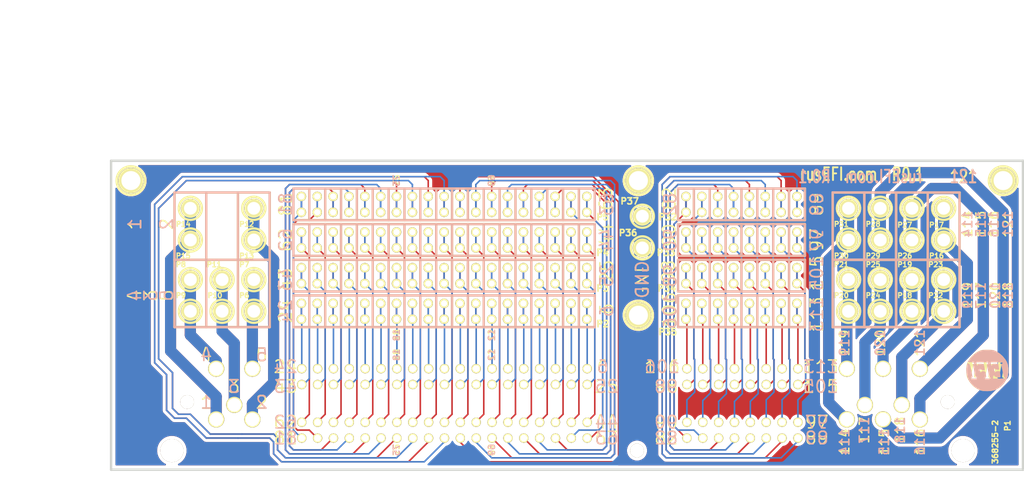
<source format=kicad_pcb>
(kicad_pcb (version 4) (host pcbnew 4.0.5)
  (title_block (title "368255-2 connector break out board") (date 2018-12-13) (rev R0.1) (company rsuEFI.com))
  (layers (0 F.Cu signal) (31 B.Cu signal) (34 B.Paste user) (35 F.Paste user) (36 B.SilkS user) (37 F.SilkS user) (38 B.Mask user) (39 F.Mask user) (44 Edge.Cuts user))
  (net 0 "")
  (net 1 GND)
  (net 2 N-000001)
  (net 3 N-0000010)
  (net 4 N-00000100)
  (net 5 N-00000101)
  (net 6 N-00000102)
  (net 7 N-00000103)
  (net 8 N-00000104)
  (net 9 N-00000105)
  (net 10 N-00000106)
  (net 11 N-00000107)
  (net 12 N-00000108)
  (net 13 N-00000109)
  (net 14 N-0000011)
  (net 15 N-00000110)
  (net 16 N-00000111)
  (net 17 N-00000112)
  (net 18 N-00000113)
  (net 19 N-00000114)
  (net 20 N-00000115)
  (net 21 N-00000116)
  (net 22 N-00000117)
  (net 23 N-00000118)
  (net 24 N-00000119)
  (net 25 N-0000012)
  (net 26 N-00000120)
  (net 27 N-00000121)
  (net 28 N-00000122)
  (net 29 N-0000013)
  (net 30 N-0000014)
  (net 31 N-0000015)
  (net 32 N-0000016)
  (net 33 N-0000017)
  (net 34 N-0000018)
  (net 35 N-0000019)
  (net 36 N-000002)
  (net 37 N-0000020)
  (net 38 N-0000021)
  (net 39 N-0000022)
  (net 40 N-0000023)
  (net 41 N-0000024)
  (net 42 N-0000025)
  (net 43 N-0000026)
  (net 44 N-0000027)
  (net 45 N-0000028)
  (net 46 N-0000029)
  (net 47 N-000003)
  (net 48 N-0000030)
  (net 49 N-0000031)
  (net 50 N-0000032)
  (net 51 N-0000033)
  (net 52 N-0000034)
  (net 53 N-0000035)
  (net 54 N-0000036)
  (net 55 N-0000037)
  (net 56 N-0000038)
  (net 57 N-0000039)
  (net 58 N-000004)
  (net 59 N-0000040)
  (net 60 N-0000041)
  (net 61 N-0000042)
  (net 62 N-0000043)
  (net 63 N-0000044)
  (net 64 N-0000045)
  (net 65 N-0000046)
  (net 66 N-0000047)
  (net 67 N-0000048)
  (net 68 N-0000049)
  (net 69 N-000005)
  (net 70 N-0000050)
  (net 71 N-0000051)
  (net 72 N-0000052)
  (net 73 N-0000053)
  (net 74 N-0000054)
  (net 75 N-0000055)
  (net 76 N-0000056)
  (net 77 N-0000057)
  (net 78 N-0000058)
  (net 79 N-0000059)
  (net 80 N-000006)
  (net 81 N-0000060)
  (net 82 N-0000061)
  (net 83 N-0000062)
  (net 84 N-0000063)
  (net 85 N-0000064)
  (net 86 N-0000065)
  (net 87 N-0000066)
  (net 88 N-0000067)
  (net 89 N-0000068)
  (net 90 N-0000069)
  (net 91 N-000007)
  (net 92 N-0000070)
  (net 93 N-0000071)
  (net 94 N-0000072)
  (net 95 N-0000073)
  (net 96 N-0000074)
  (net 97 N-0000075)
  (net 98 N-0000076)
  (net 99 N-0000077)
  (net 100 N-0000078)
  (net 101 N-0000079)
  (net 102 N-000008)
  (net 103 N-0000080)
  (net 104 N-0000081)
  (net 105 N-0000082)
  (net 106 N-0000083)
  (net 107 N-0000084)
  (net 108 N-0000085)
  (net 109 N-0000086)
  (net 110 N-0000087)
  (net 111 N-0000088)
  (net 112 N-0000089)
  (net 113 N-000009)
  (net 114 N-0000090)
  (net 115 N-0000091)
  (net 116 N-0000092)
  (net 117 N-0000093)
  (net 118 N-0000094)
  (net 119 N-0000096)
  (net 120 N-0000097)
  (net 121 N-0000098)
  (net 122 N-0000099)
  (module "1pin(m)" (layer F.Cu) (at 172.72 66.04)
    (fp_text reference P31 (at -1.143 2.54) (layer F.SilkS) (effects (font (size 0.8 0.8) (thickness 0.2))))
    (fp_text value CONN_1 hide)
    (pad 1 thru_hole circle (at 0 0) (size 3.064 3.064) (drill 2.048) (layers *.Cu *.Mask F.SilkS) (net 111 N-0000088))
  )
  (module 19dpad (layer F.Cu) (at 106.68 82.55 180)
    (fp_text reference P2 (at -26.67 -2.032 180) (layer F.SilkS) (effects (font (size 1.016 1.016) (thickness 0.27432))))
    (fp_text value CONN_19 hide)
    (pad 1 thru_hole circle (at -24.13 1.27 180) (size 1.524 1.524) (drill 1.016) (layers *.Cu *.Mask F.SilkS) (net 105 N-0000082))
    (pad 2 thru_hole circle (at -21.59 1.27 180) (size 1.524 1.524) (drill 1.016) (layers *.Cu *.Mask F.SilkS) (net 104 N-0000081))
    (pad 3 thru_hole circle (at -19.05 1.27 180) (size 1.524 1.524) (drill 1.016) (layers *.Cu *.Mask F.SilkS) (net 103 N-0000080))
    (pad 4 thru_hole circle (at -16.51 1.27 180) (size 1.524 1.524) (drill 1.016) (layers *.Cu *.Mask F.SilkS) (net 59 N-0000040))
    (pad 5 thru_hole circle (at -13.97 1.27 180) (size 1.524 1.524) (drill 1.016) (layers *.Cu *.Mask F.SilkS) (net 43 N-0000026))
    (pad 6 thru_hole circle (at -11.43 1.27 180) (size 1.524 1.524) (drill 1.016) (layers *.Cu *.Mask F.SilkS) (net 42 N-0000025))
    (pad 7 thru_hole circle (at -8.89 1.27 180) (size 1.524 1.524) (drill 1.016) (layers *.Cu *.Mask F.SilkS) (net 41 N-0000024))
    (pad 8 thru_hole circle (at -6.35 1.27 180) (size 1.524 1.524) (drill 1.016) (layers *.Cu *.Mask F.SilkS) (net 40 N-0000023))
    (pad 9 thru_hole circle (at -3.81 1.27 180) (size 1.524 1.524) (drill 1.016) (layers *.Cu *.Mask F.SilkS) (net 39 N-0000022))
    (pad 10 thru_hole circle (at -1.27 1.27 180) (size 1.524 1.524) (drill 1.016) (layers *.Cu *.Mask F.SilkS) (net 38 N-0000021))
    (pad 11 thru_hole circle (at 1.27 1.27 180) (size 1.524 1.524) (drill 1.016) (layers *.Cu *.Mask F.SilkS) (net 37 N-0000020))
    (pad 12 thru_hole circle (at 3.81 1.27 180) (size 1.524 1.524) (drill 1.016) (layers *.Cu *.Mask F.SilkS) (net 35 N-0000019))
    (pad 13 thru_hole circle (at 6.35 1.27 180) (size 1.524 1.524) (drill 1.016) (layers *.Cu *.Mask F.SilkS) (net 34 N-0000018))
    (pad 14 thru_hole circle (at 8.89 1.27 180) (size 1.524 1.524) (drill 1.016) (layers *.Cu *.Mask F.SilkS) (net 33 N-0000017))
    (pad 15 thru_hole circle (at 11.43 1.27 180) (size 1.524 1.524) (drill 1.016) (layers *.Cu *.Mask F.SilkS) (net 32 N-0000016))
    (pad 16 thru_hole circle (at 13.97 1.27 180) (size 1.524 1.524) (drill 1.016) (layers *.Cu *.Mask F.SilkS) (net 31 N-0000015))
    (pad 17 thru_hole circle (at 16.51 1.27 180) (size 1.524 1.524) (drill 1.016) (layers *.Cu *.Mask F.SilkS) (net 2 N-000001))
    (pad 18 thru_hole circle (at 19.05 1.27 180) (size 1.524 1.524) (drill 1.016) (layers *.Cu *.Mask F.SilkS) (net 29 N-0000013))
    (pad 19 thru_hole circle (at 21.59 1.27 180) (size 1.524 1.524) (drill 1.016) (layers *.Cu *.Mask F.SilkS) (net 25 N-0000012))
    (pad 1 thru_hole circle (at -24.13 -1.27 180) (size 1.524 1.524) (drill 1.016) (layers *.Cu *.Mask F.SilkS) (net 105 N-0000082))
    (pad 2 thru_hole circle (at -21.59 -1.27 180) (size 1.524 1.524) (drill 1.016) (layers *.Cu *.Mask F.SilkS) (net 104 N-0000081))
    (pad 3 thru_hole circle (at -19.05 -1.27 180) (size 1.524 1.524) (drill 1.016) (layers *.Cu *.Mask F.SilkS) (net 103 N-0000080))
    (pad 4 thru_hole circle (at -16.51 -1.27 180) (size 1.524 1.524) (drill 1.016) (layers *.Cu *.Mask F.SilkS) (net 59 N-0000040))
    (pad 5 thru_hole circle (at -13.97 -1.27 180) (size 1.524 1.524) (drill 1.016) (layers *.Cu *.Mask F.SilkS) (net 43 N-0000026))
    (pad 6 thru_hole circle (at -11.43 -1.27 180) (size 1.524 1.524) (drill 1.016) (layers *.Cu *.Mask F.SilkS) (net 42 N-0000025))
    (pad 7 thru_hole circle (at -8.89 -1.27 180) (size 1.524 1.524) (drill 1.016) (layers *.Cu *.Mask F.SilkS) (net 41 N-0000024))
    (pad 8 thru_hole circle (at -6.35 -1.27 180) (size 1.524 1.524) (drill 1.016) (layers *.Cu *.Mask F.SilkS) (net 40 N-0000023))
    (pad 9 thru_hole circle (at -3.81 -1.27 180) (size 1.524 1.524) (drill 1.016) (layers *.Cu *.Mask F.SilkS) (net 39 N-0000022))
    (pad 10 thru_hole circle (at -1.27 -1.27 180) (size 1.524 1.524) (drill 1.016) (layers *.Cu *.Mask F.SilkS) (net 38 N-0000021))
    (pad 11 thru_hole circle (at 1.27 -1.27 180) (size 1.524 1.524) (drill 1.016) (layers *.Cu *.Mask F.SilkS) (net 37 N-0000020))
    (pad 12 thru_hole circle (at 3.81 -1.27 180) (size 1.524 1.524) (drill 1.016) (layers *.Cu *.Mask F.SilkS) (net 35 N-0000019))
    (pad 13 thru_hole circle (at 6.35 -1.27 180) (size 1.524 1.524) (drill 1.016) (layers *.Cu *.Mask F.SilkS) (net 34 N-0000018))
    (pad 14 thru_hole circle (at 8.89 -1.27 180) (size 1.524 1.524) (drill 1.016) (layers *.Cu *.Mask F.SilkS) (net 33 N-0000017))
    (pad 15 thru_hole circle (at 11.43 -1.27 180) (size 1.524 1.524) (drill 1.016) (layers *.Cu *.Mask F.SilkS) (net 32 N-0000016))
    (pad 16 thru_hole circle (at 13.97 -1.27 180) (size 1.524 1.524) (drill 1.016) (layers *.Cu *.Mask F.SilkS) (net 31 N-0000015))
    (pad 17 thru_hole circle (at 16.51 -1.27 180) (size 1.524 1.524) (drill 1.016) (layers *.Cu *.Mask F.SilkS) (net 2 N-000001))
    (pad 18 thru_hole circle (at 19.05 -1.27 180) (size 1.524 1.524) (drill 1.016) (layers *.Cu *.Mask F.SilkS) (net 29 N-0000013))
    (pad 19 thru_hole circle (at 21.59 -1.27 180) (size 1.524 1.524) (drill 1.016) (layers *.Cu *.Mask F.SilkS) (net 25 N-0000012))
  )
  (module 19dpad (layer F.Cu) (at 106.68 76.835 180)
    (fp_text reference P3 (at -26.67 -2.032 180) (layer F.SilkS) (effects (font (size 1.016 1.016) (thickness 0.27432))))
    (fp_text value CONN_19 hide)
    (pad 1 thru_hole circle (at -24.13 1.27 180) (size 1.524 1.524) (drill 1.016) (layers *.Cu *.Mask F.SilkS) (net 14 N-0000011))
    (pad 2 thru_hole circle (at -21.59 1.27 180) (size 1.524 1.524) (drill 1.016) (layers *.Cu *.Mask F.SilkS) (net 3 N-0000010))
    (pad 3 thru_hole circle (at -19.05 1.27 180) (size 1.524 1.524) (drill 1.016) (layers *.Cu *.Mask F.SilkS) (net 113 N-000009))
    (pad 4 thru_hole circle (at -16.51 1.27 180) (size 1.524 1.524) (drill 1.016) (layers *.Cu *.Mask F.SilkS) (net 102 N-000008))
    (pad 5 thru_hole circle (at -13.97 1.27 180) (size 1.524 1.524) (drill 1.016) (layers *.Cu *.Mask F.SilkS) (net 91 N-000007))
    (pad 6 thru_hole circle (at -11.43 1.27 180) (size 1.524 1.524) (drill 1.016) (layers *.Cu *.Mask F.SilkS) (net 80 N-000006))
    (pad 7 thru_hole circle (at -8.89 1.27 180) (size 1.524 1.524) (drill 1.016) (layers *.Cu *.Mask F.SilkS) (net 69 N-000005))
    (pad 8 thru_hole circle (at -6.35 1.27 180) (size 1.524 1.524) (drill 1.016) (layers *.Cu *.Mask F.SilkS) (net 58 N-000004))
    (pad 9 thru_hole circle (at -3.81 1.27 180) (size 1.524 1.524) (drill 1.016) (layers *.Cu *.Mask F.SilkS) (net 47 N-000003))
    (pad 10 thru_hole circle (at -1.27 1.27 180) (size 1.524 1.524) (drill 1.016) (layers *.Cu *.Mask F.SilkS) (net 36 N-000002))
    (pad 11 thru_hole circle (at 1.27 1.27 180) (size 1.524 1.524) (drill 1.016) (layers *.Cu *.Mask F.SilkS) (net 30 N-0000014))
    (pad 12 thru_hole circle (at 3.81 1.27 180) (size 1.524 1.524) (drill 1.016) (layers *.Cu *.Mask F.SilkS) (net 72 N-0000052))
    (pad 13 thru_hole circle (at 6.35 1.27 180) (size 1.524 1.524) (drill 1.016) (layers *.Cu *.Mask F.SilkS) (net 71 N-0000051))
    (pad 14 thru_hole circle (at 8.89 1.27 180) (size 1.524 1.524) (drill 1.016) (layers *.Cu *.Mask F.SilkS) (net 70 N-0000050))
    (pad 15 thru_hole circle (at 11.43 1.27 180) (size 1.524 1.524) (drill 1.016) (layers *.Cu *.Mask F.SilkS) (net 68 N-0000049))
    (pad 16 thru_hole circle (at 13.97 1.27 180) (size 1.524 1.524) (drill 1.016) (layers *.Cu *.Mask F.SilkS) (net 67 N-0000048))
    (pad 17 thru_hole circle (at 16.51 1.27 180) (size 1.524 1.524) (drill 1.016) (layers *.Cu *.Mask F.SilkS) (net 66 N-0000047))
    (pad 18 thru_hole circle (at 19.05 1.27 180) (size 1.524 1.524) (drill 1.016) (layers *.Cu *.Mask F.SilkS) (net 65 N-0000046))
    (pad 19 thru_hole circle (at 21.59 1.27 180) (size 1.524 1.524) (drill 1.016) (layers *.Cu *.Mask F.SilkS) (net 64 N-0000045))
    (pad 1 thru_hole circle (at -24.13 -1.27 180) (size 1.524 1.524) (drill 1.016) (layers *.Cu *.Mask F.SilkS) (net 14 N-0000011))
    (pad 2 thru_hole circle (at -21.59 -1.27 180) (size 1.524 1.524) (drill 1.016) (layers *.Cu *.Mask F.SilkS) (net 3 N-0000010))
    (pad 3 thru_hole circle (at -19.05 -1.27 180) (size 1.524 1.524) (drill 1.016) (layers *.Cu *.Mask F.SilkS) (net 113 N-000009))
    (pad 4 thru_hole circle (at -16.51 -1.27 180) (size 1.524 1.524) (drill 1.016) (layers *.Cu *.Mask F.SilkS) (net 102 N-000008))
    (pad 5 thru_hole circle (at -13.97 -1.27 180) (size 1.524 1.524) (drill 1.016) (layers *.Cu *.Mask F.SilkS) (net 91 N-000007))
    (pad 6 thru_hole circle (at -11.43 -1.27 180) (size 1.524 1.524) (drill 1.016) (layers *.Cu *.Mask F.SilkS) (net 80 N-000006))
    (pad 7 thru_hole circle (at -8.89 -1.27 180) (size 1.524 1.524) (drill 1.016) (layers *.Cu *.Mask F.SilkS) (net 69 N-000005))
    (pad 8 thru_hole circle (at -6.35 -1.27 180) (size 1.524 1.524) (drill 1.016) (layers *.Cu *.Mask F.SilkS) (net 58 N-000004))
    (pad 9 thru_hole circle (at -3.81 -1.27 180) (size 1.524 1.524) (drill 1.016) (layers *.Cu *.Mask F.SilkS) (net 47 N-000003))
    (pad 10 thru_hole circle (at -1.27 -1.27 180) (size 1.524 1.524) (drill 1.016) (layers *.Cu *.Mask F.SilkS) (net 36 N-000002))
    (pad 11 thru_hole circle (at 1.27 -1.27 180) (size 1.524 1.524) (drill 1.016) (layers *.Cu *.Mask F.SilkS) (net 30 N-0000014))
    (pad 12 thru_hole circle (at 3.81 -1.27 180) (size 1.524 1.524) (drill 1.016) (layers *.Cu *.Mask F.SilkS) (net 72 N-0000052))
    (pad 13 thru_hole circle (at 6.35 -1.27 180) (size 1.524 1.524) (drill 1.016) (layers *.Cu *.Mask F.SilkS) (net 71 N-0000051))
    (pad 14 thru_hole circle (at 8.89 -1.27 180) (size 1.524 1.524) (drill 1.016) (layers *.Cu *.Mask F.SilkS) (net 70 N-0000050))
    (pad 15 thru_hole circle (at 11.43 -1.27 180) (size 1.524 1.524) (drill 1.016) (layers *.Cu *.Mask F.SilkS) (net 68 N-0000049))
    (pad 16 thru_hole circle (at 13.97 -1.27 180) (size 1.524 1.524) (drill 1.016) (layers *.Cu *.Mask F.SilkS) (net 67 N-0000048))
    (pad 17 thru_hole circle (at 16.51 -1.27 180) (size 1.524 1.524) (drill 1.016) (layers *.Cu *.Mask F.SilkS) (net 66 N-0000047))
    (pad 18 thru_hole circle (at 19.05 -1.27 180) (size 1.524 1.524) (drill 1.016) (layers *.Cu *.Mask F.SilkS) (net 65 N-0000046))
    (pad 19 thru_hole circle (at 21.59 -1.27 180) (size 1.524 1.524) (drill 1.016) (layers *.Cu *.Mask F.SilkS) (net 64 N-0000045))
  )
  (module 19dpad (layer F.Cu) (at 106.68 71.12 180)
    (fp_text reference P4 (at -26.67 -2.032 180) (layer F.SilkS) (effects (font (size 1.016 1.016) (thickness 0.27432))))
    (fp_text value CONN_19 hide)
    (pad 1 thru_hole circle (at -24.13 1.27 180) (size 1.524 1.524) (drill 1.016) (layers *.Cu *.Mask F.SilkS) (net 63 N-0000044))
    (pad 2 thru_hole circle (at -21.59 1.27 180) (size 1.524 1.524) (drill 1.016) (layers *.Cu *.Mask F.SilkS) (net 62 N-0000043))
    (pad 3 thru_hole circle (at -19.05 1.27 180) (size 1.524 1.524) (drill 1.016) (layers *.Cu *.Mask F.SilkS) (net 61 N-0000042))
    (pad 4 thru_hole circle (at -16.51 1.27 180) (size 1.524 1.524) (drill 1.016) (layers *.Cu *.Mask F.SilkS) (net 60 N-0000041))
    (pad 5 thru_hole circle (at -13.97 1.27 180) (size 1.524 1.524) (drill 1.016) (layers *.Cu *.Mask F.SilkS) (net 44 N-0000027))
    (pad 6 thru_hole circle (at -11.43 1.27 180) (size 1.524 1.524) (drill 1.016) (layers *.Cu *.Mask F.SilkS) (net 57 N-0000039))
    (pad 7 thru_hole circle (at -8.89 1.27 180) (size 1.524 1.524) (drill 1.016) (layers *.Cu *.Mask F.SilkS) (net 56 N-0000038))
    (pad 8 thru_hole circle (at -6.35 1.27 180) (size 1.524 1.524) (drill 1.016) (layers *.Cu *.Mask F.SilkS) (net 55 N-0000037))
    (pad 9 thru_hole circle (at -3.81 1.27 180) (size 1.524 1.524) (drill 1.016) (layers *.Cu *.Mask F.SilkS) (net 54 N-0000036))
    (pad 10 thru_hole circle (at -1.27 1.27 180) (size 1.524 1.524) (drill 1.016) (layers *.Cu *.Mask F.SilkS) (net 53 N-0000035))
    (pad 11 thru_hole circle (at 1.27 1.27 180) (size 1.524 1.524) (drill 1.016) (layers *.Cu *.Mask F.SilkS) (net 52 N-0000034))
    (pad 12 thru_hole circle (at 3.81 1.27 180) (size 1.524 1.524) (drill 1.016) (layers *.Cu *.Mask F.SilkS) (net 51 N-0000033))
    (pad 13 thru_hole circle (at 6.35 1.27 180) (size 1.524 1.524) (drill 1.016) (layers *.Cu *.Mask F.SilkS) (net 50 N-0000032))
    (pad 14 thru_hole circle (at 8.89 1.27 180) (size 1.524 1.524) (drill 1.016) (layers *.Cu *.Mask F.SilkS) (net 49 N-0000031))
    (pad 15 thru_hole circle (at 11.43 1.27 180) (size 1.524 1.524) (drill 1.016) (layers *.Cu *.Mask F.SilkS) (net 48 N-0000030))
    (pad 16 thru_hole circle (at 13.97 1.27 180) (size 1.524 1.524) (drill 1.016) (layers *.Cu *.Mask F.SilkS) (net 46 N-0000029))
    (pad 17 thru_hole circle (at 16.51 1.27 180) (size 1.524 1.524) (drill 1.016) (layers *.Cu *.Mask F.SilkS) (net 45 N-0000028))
    (pad 18 thru_hole circle (at 19.05 1.27 180) (size 1.524 1.524) (drill 1.016) (layers *.Cu *.Mask F.SilkS) (net 108 N-0000085))
    (pad 19 thru_hole circle (at 21.59 1.27 180) (size 1.524 1.524) (drill 1.016) (layers *.Cu *.Mask F.SilkS) (net 22 N-00000117))
    (pad 1 thru_hole circle (at -24.13 -1.27 180) (size 1.524 1.524) (drill 1.016) (layers *.Cu *.Mask F.SilkS) (net 63 N-0000044))
    (pad 2 thru_hole circle (at -21.59 -1.27 180) (size 1.524 1.524) (drill 1.016) (layers *.Cu *.Mask F.SilkS) (net 62 N-0000043))
    (pad 3 thru_hole circle (at -19.05 -1.27 180) (size 1.524 1.524) (drill 1.016) (layers *.Cu *.Mask F.SilkS) (net 61 N-0000042))
    (pad 4 thru_hole circle (at -16.51 -1.27 180) (size 1.524 1.524) (drill 1.016) (layers *.Cu *.Mask F.SilkS) (net 60 N-0000041))
    (pad 5 thru_hole circle (at -13.97 -1.27 180) (size 1.524 1.524) (drill 1.016) (layers *.Cu *.Mask F.SilkS) (net 44 N-0000027))
    (pad 6 thru_hole circle (at -11.43 -1.27 180) (size 1.524 1.524) (drill 1.016) (layers *.Cu *.Mask F.SilkS) (net 57 N-0000039))
    (pad 7 thru_hole circle (at -8.89 -1.27 180) (size 1.524 1.524) (drill 1.016) (layers *.Cu *.Mask F.SilkS) (net 56 N-0000038))
    (pad 8 thru_hole circle (at -6.35 -1.27 180) (size 1.524 1.524) (drill 1.016) (layers *.Cu *.Mask F.SilkS) (net 55 N-0000037))
    (pad 9 thru_hole circle (at -3.81 -1.27 180) (size 1.524 1.524) (drill 1.016) (layers *.Cu *.Mask F.SilkS) (net 54 N-0000036))
    (pad 10 thru_hole circle (at -1.27 -1.27 180) (size 1.524 1.524) (drill 1.016) (layers *.Cu *.Mask F.SilkS) (net 53 N-0000035))
    (pad 11 thru_hole circle (at 1.27 -1.27 180) (size 1.524 1.524) (drill 1.016) (layers *.Cu *.Mask F.SilkS) (net 52 N-0000034))
    (pad 12 thru_hole circle (at 3.81 -1.27 180) (size 1.524 1.524) (drill 1.016) (layers *.Cu *.Mask F.SilkS) (net 51 N-0000033))
    (pad 13 thru_hole circle (at 6.35 -1.27 180) (size 1.524 1.524) (drill 1.016) (layers *.Cu *.Mask F.SilkS) (net 50 N-0000032))
    (pad 14 thru_hole circle (at 8.89 -1.27 180) (size 1.524 1.524) (drill 1.016) (layers *.Cu *.Mask F.SilkS) (net 49 N-0000031))
    (pad 15 thru_hole circle (at 11.43 -1.27 180) (size 1.524 1.524) (drill 1.016) (layers *.Cu *.Mask F.SilkS) (net 48 N-0000030))
    (pad 16 thru_hole circle (at 13.97 -1.27 180) (size 1.524 1.524) (drill 1.016) (layers *.Cu *.Mask F.SilkS) (net 46 N-0000029))
    (pad 17 thru_hole circle (at 16.51 -1.27 180) (size 1.524 1.524) (drill 1.016) (layers *.Cu *.Mask F.SilkS) (net 45 N-0000028))
    (pad 18 thru_hole circle (at 19.05 -1.27 180) (size 1.524 1.524) (drill 1.016) (layers *.Cu *.Mask F.SilkS) (net 108 N-0000085))
    (pad 19 thru_hole circle (at 21.59 -1.27 180) (size 1.524 1.524) (drill 1.016) (layers *.Cu *.Mask F.SilkS) (net 22 N-00000117))
  )
  (module 19dpad (layer F.Cu) (at 106.68 65.405 180)
    (fp_text reference P5 (at -26.67 -2.032 180) (layer F.SilkS) (effects (font (thickness 0.25))))
    (fp_text value CONN_19 hide)
    (pad 1 thru_hole circle (at -24.13 1.27 180) (size 1.524 1.524) (drill 1.016) (layers *.Cu *.Mask F.SilkS) (net 21 N-00000116))
    (pad 2 thru_hole circle (at -21.59 1.27 180) (size 1.524 1.524) (drill 1.016) (layers *.Cu *.Mask F.SilkS) (net 20 N-00000115))
    (pad 3 thru_hole circle (at -19.05 1.27 180) (size 1.524 1.524) (drill 1.016) (layers *.Cu *.Mask F.SilkS) (net 19 N-00000114))
    (pad 4 thru_hole circle (at -16.51 1.27 180) (size 1.524 1.524) (drill 1.016) (layers *.Cu *.Mask F.SilkS) (net 18 N-00000113))
    (pad 5 thru_hole circle (at -13.97 1.27 180) (size 1.524 1.524) (drill 1.016) (layers *.Cu *.Mask F.SilkS) (net 17 N-00000112))
    (pad 6 thru_hole circle (at -11.43 1.27 180) (size 1.524 1.524) (drill 1.016) (layers *.Cu *.Mask F.SilkS) (net 16 N-00000111))
    (pad 7 thru_hole circle (at -8.89 1.27 180) (size 1.524 1.524) (drill 1.016) (layers *.Cu *.Mask F.SilkS) (net 15 N-00000110))
    (pad 8 thru_hole circle (at -6.35 1.27 180) (size 1.524 1.524) (drill 1.016) (layers *.Cu *.Mask F.SilkS) (net 13 N-00000109))
    (pad 9 thru_hole circle (at -3.81 1.27 180) (size 1.524 1.524) (drill 1.016) (layers *.Cu *.Mask F.SilkS) (net 12 N-00000108))
    (pad 10 thru_hole circle (at -1.27 1.27 180) (size 1.524 1.524) (drill 1.016) (layers *.Cu *.Mask F.SilkS) (net 11 N-00000107))
    (pad 11 thru_hole circle (at 1.27 1.27 180) (size 1.524 1.524) (drill 1.016) (layers *.Cu *.Mask F.SilkS) (net 10 N-00000106))
    (pad 12 thru_hole circle (at 3.81 1.27 180) (size 1.524 1.524) (drill 1.016) (layers *.Cu *.Mask F.SilkS) (net 121 N-0000098))
    (pad 13 thru_hole circle (at 6.35 1.27 180) (size 1.524 1.524) (drill 1.016) (layers *.Cu *.Mask F.SilkS) (net 9 N-00000105))
    (pad 14 thru_hole circle (at 8.89 1.27 180) (size 1.524 1.524) (drill 1.016) (layers *.Cu *.Mask F.SilkS) (net 8 N-00000104))
    (pad 15 thru_hole circle (at 11.43 1.27 180) (size 1.524 1.524) (drill 1.016) (layers *.Cu *.Mask F.SilkS) (net 7 N-00000103))
    (pad 16 thru_hole circle (at 13.97 1.27 180) (size 1.524 1.524) (drill 1.016) (layers *.Cu *.Mask F.SilkS) (net 6 N-00000102))
    (pad 17 thru_hole circle (at 16.51 1.27 180) (size 1.524 1.524) (drill 1.016) (layers *.Cu *.Mask F.SilkS) (net 5 N-00000101))
    (pad 18 thru_hole circle (at 19.05 1.27 180) (size 1.524 1.524) (drill 1.016) (layers *.Cu *.Mask F.SilkS) (net 4 N-00000100))
    (pad 19 thru_hole circle (at 21.59 1.27 180) (size 1.524 1.524) (drill 1.016) (layers *.Cu *.Mask F.SilkS) (net 122 N-0000099))
    (pad 1 thru_hole circle (at -24.13 -1.27 180) (size 1.524 1.524) (drill 1.016) (layers *.Cu *.Mask F.SilkS) (net 21 N-00000116))
    (pad 2 thru_hole circle (at -21.59 -1.27 180) (size 1.524 1.524) (drill 1.016) (layers *.Cu *.Mask F.SilkS) (net 20 N-00000115))
    (pad 3 thru_hole circle (at -19.05 -1.27 180) (size 1.524 1.524) (drill 1.016) (layers *.Cu *.Mask F.SilkS) (net 19 N-00000114))
    (pad 4 thru_hole circle (at -16.51 -1.27 180) (size 1.524 1.524) (drill 1.016) (layers *.Cu *.Mask F.SilkS) (net 18 N-00000113))
    (pad 5 thru_hole circle (at -13.97 -1.27 180) (size 1.524 1.524) (drill 1.016) (layers *.Cu *.Mask F.SilkS) (net 17 N-00000112))
    (pad 6 thru_hole circle (at -11.43 -1.27 180) (size 1.524 1.524) (drill 1.016) (layers *.Cu *.Mask F.SilkS) (net 16 N-00000111))
    (pad 7 thru_hole circle (at -8.89 -1.27 180) (size 1.524 1.524) (drill 1.016) (layers *.Cu *.Mask F.SilkS) (net 15 N-00000110))
    (pad 8 thru_hole circle (at -6.35 -1.27 180) (size 1.524 1.524) (drill 1.016) (layers *.Cu *.Mask F.SilkS) (net 13 N-00000109))
    (pad 9 thru_hole circle (at -3.81 -1.27 180) (size 1.524 1.524) (drill 1.016) (layers *.Cu *.Mask F.SilkS) (net 12 N-00000108))
    (pad 10 thru_hole circle (at -1.27 -1.27 180) (size 1.524 1.524) (drill 1.016) (layers *.Cu *.Mask F.SilkS) (net 11 N-00000107))
    (pad 11 thru_hole circle (at 1.27 -1.27 180) (size 1.524 1.524) (drill 1.016) (layers *.Cu *.Mask F.SilkS) (net 10 N-00000106))
    (pad 12 thru_hole circle (at 3.81 -1.27 180) (size 1.524 1.524) (drill 1.016) (layers *.Cu *.Mask F.SilkS) (net 121 N-0000098))
    (pad 13 thru_hole circle (at 6.35 -1.27 180) (size 1.524 1.524) (drill 1.016) (layers *.Cu *.Mask F.SilkS) (net 9 N-00000105))
    (pad 14 thru_hole circle (at 8.89 -1.27 180) (size 1.524 1.524) (drill 1.016) (layers *.Cu *.Mask F.SilkS) (net 8 N-00000104))
    (pad 15 thru_hole circle (at 11.43 -1.27 180) (size 1.524 1.524) (drill 1.016) (layers *.Cu *.Mask F.SilkS) (net 7 N-00000103))
    (pad 16 thru_hole circle (at 13.97 -1.27 180) (size 1.524 1.524) (drill 1.016) (layers *.Cu *.Mask F.SilkS) (net 6 N-00000102))
    (pad 17 thru_hole circle (at 16.51 -1.27 180) (size 1.524 1.524) (drill 1.016) (layers *.Cu *.Mask F.SilkS) (net 5 N-00000101))
    (pad 18 thru_hole circle (at 19.05 -1.27 180) (size 1.524 1.524) (drill 1.016) (layers *.Cu *.Mask F.SilkS) (net 4 N-00000100))
    (pad 19 thru_hole circle (at 21.59 -1.27 180) (size 1.524 1.524) (drill 1.016) (layers *.Cu *.Mask F.SilkS) (net 122 N-0000099))
  )
  (module "1pin(m)" (layer F.Cu) (at 67.31 71.12)
    (fp_text reference P15 (at -1.143 2.54) (layer F.SilkS) (effects (font (size 0.8 0.8) (thickness 0.2))))
    (fp_text value CONN_1 hide)
    (pad 1 thru_hole circle (at 0 0) (size 3.064 3.064) (drill 2.048) (layers *.Cu *.Mask F.SilkS) (net 28 N-00000122))
  )
  (module "1pin(m)" (layer F.Cu) (at 67.31 66.04)
    (fp_text reference P14 (at -1.143 2.54) (layer F.SilkS) (effects (font (size 0.8 0.8) (thickness 0.2))))
    (fp_text value CONN_1 hide)
    (pad 1 thru_hole circle (at 0 0) (size 3.064 3.064) (drill 2.048) (layers *.Cu *.Mask F.SilkS) (net 28 N-00000122))
  )
  (module "1pin(m)" (layer F.Cu) (at 77.47 71.12)
    (fp_text reference P13 (at -1.143 2.54) (layer F.SilkS) (effects (font (size 0.8 0.8) (thickness 0.2))))
    (fp_text value CONN_1 hide)
    (pad 1 thru_hole circle (at 0 0) (size 3.064 3.064) (drill 2.048) (layers *.Cu *.Mask F.SilkS) (net 27 N-00000121))
  )
  (module "1pin(m)" (layer F.Cu) (at 77.47 66.04)
    (fp_text reference P12 (at -1.143 2.54) (layer F.SilkS) (effects (font (size 0.8 0.8) (thickness 0.2))))
    (fp_text value CONN_1 hide)
    (pad 1 thru_hole circle (at 0 0) (size 3.064 3.064) (drill 2.048) (layers *.Cu *.Mask F.SilkS) (net 27 N-00000121))
  )
  (module "1pin(m)" (layer F.Cu) (at 72.39 77.47)
    (fp_text reference P11 (at -1.27 -2.413) (layer F.SilkS) (effects (font (size 0.8 0.8) (thickness 0.2))))
    (fp_text value CONN_1 hide)
    (pad 1 thru_hole circle (at 0 0) (size 3.064 3.064) (drill 2.048) (layers *.Cu *.Mask F.SilkS) (net 26 N-00000120))
  )
  (module "1pin(m)" (layer F.Cu) (at 72.39 82.55)
    (fp_text reference P10 (at -1.143 -2.54) (layer F.SilkS) (effects (font (size 0.8 0.8) (thickness 0.2))))
    (fp_text value CONN_1 hide)
    (pad 1 thru_hole circle (at 0 0) (size 3.064 3.064) (drill 2.048) (layers *.Cu *.Mask F.SilkS) (net 26 N-00000120))
  )
  (module "1pin(m)" (layer F.Cu) (at 67.31 82.55)
    (fp_text reference P9 (at -1.524 -2.54) (layer F.SilkS) (effects (font (size 0.8 0.8) (thickness 0.2))))
    (fp_text value CONN_1 hide)
    (pad 1 thru_hole circle (at 0 0) (size 3.064 3.064) (drill 2.048) (layers *.Cu *.Mask F.SilkS) (net 24 N-00000119))
  )
  (module "1pin(m)" (layer F.Cu) (at 67.31 77.47)
    (fp_text reference P8 (at -1.524 -2.413) (layer F.SilkS) (effects (font (size 0.8 0.8) (thickness 0.2))))
    (fp_text value CONN_1 hide)
    (pad 1 thru_hole circle (at 0 0) (size 3.064 3.064) (drill 2.048) (layers *.Cu *.Mask F.SilkS) (net 24 N-00000119))
  )
  (module "1pin(m)" (layer F.Cu) (at 77.47 77.47)
    (fp_text reference P7 (at -1.524 -2.413) (layer F.SilkS) (effects (font (size 0.8 0.8) (thickness 0.2))))
    (fp_text value CONN_1 hide)
    (pad 1 thru_hole circle (at 0 0) (size 3.064 3.064) (drill 2.048) (layers *.Cu *.Mask F.SilkS) (net 23 N-00000118))
  )
  (module "1pin(m)" (layer F.Cu) (at 77.47 82.55)
    (fp_text reference P6 (at -1.524 -2.54) (layer F.SilkS) (effects (font (size 0.8 0.8) (thickness 0.2))))
    (fp_text value CONN_1 hide)
    (pad 1 thru_hole circle (at 0 0) (size 3.064 3.064) (drill 2.048) (layers *.Cu *.Mask F.SilkS) (net 23 N-00000118))
  )
  (module 8dpad (layer F.Cu) (at 155.575 71.12)
    (fp_text reference P33 (at -12.065 2.032) (layer F.SilkS) (effects (font (size 1.016 1.016) (thickness 0.27432))))
    (fp_text value CONN_8 hide)
    (pad 1 thru_hole circle (at -8.89 1.27) (size 1.524 1.524) (drill 1.016) (layers *.Cu *.Mask F.SilkS) (net 92 N-0000070))
    (pad 2 thru_hole circle (at -6.35 1.27) (size 1.524 1.524) (drill 1.016) (layers *.Cu *.Mask F.SilkS) (net 90 N-0000069))
    (pad 3 thru_hole circle (at -3.81 1.27) (size 1.524 1.524) (drill 1.016) (layers *.Cu *.Mask F.SilkS) (net 89 N-0000068))
    (pad 4 thru_hole circle (at -1.27 1.27) (size 1.524 1.524) (drill 1.016) (layers *.Cu *.Mask F.SilkS) (net 88 N-0000067))
    (pad 5 thru_hole circle (at 1.27 1.27) (size 1.524 1.524) (drill 1.016) (layers *.Cu *.Mask F.SilkS) (net 73 N-0000053))
    (pad 6 thru_hole circle (at 3.81 1.27) (size 1.524 1.524) (drill 1.016) (layers *.Cu *.Mask F.SilkS) (net 86 N-0000065))
    (pad 7 thru_hole circle (at 6.35 1.27) (size 1.524 1.524) (drill 1.016) (layers *.Cu *.Mask F.SilkS) (net 85 N-0000064))
    (pad 8 thru_hole circle (at 8.89 1.27) (size 1.524 1.524) (drill 1.016) (layers *.Cu *.Mask F.SilkS) (net 84 N-0000063))
    (pad 1 thru_hole circle (at -8.89 -1.27) (size 1.524 1.524) (drill 1.016) (layers *.Cu *.Mask F.SilkS) (net 92 N-0000070))
    (pad 2 thru_hole circle (at -6.35 -1.27) (size 1.524 1.524) (drill 1.016) (layers *.Cu *.Mask F.SilkS) (net 90 N-0000069))
    (pad 3 thru_hole circle (at -3.81 -1.27) (size 1.524 1.524) (drill 1.016) (layers *.Cu *.Mask F.SilkS) (net 89 N-0000068))
    (pad 4 thru_hole circle (at -1.27 -1.27) (size 1.524 1.524) (drill 1.016) (layers *.Cu *.Mask F.SilkS) (net 88 N-0000067))
    (pad 5 thru_hole circle (at 1.27 -1.27) (size 1.524 1.524) (drill 1.016) (layers *.Cu *.Mask F.SilkS) (net 73 N-0000053))
    (pad 6 thru_hole circle (at 3.81 -1.27) (size 1.524 1.524) (drill 1.016) (layers *.Cu *.Mask F.SilkS) (net 86 N-0000065))
    (pad 7 thru_hole circle (at 6.35 -1.27) (size 1.524 1.524) (drill 1.016) (layers *.Cu *.Mask F.SilkS) (net 85 N-0000064))
    (pad 8 thru_hole circle (at 8.89 -1.27) (size 1.524 1.524) (drill 1.016) (layers *.Cu *.Mask F.SilkS) (net 84 N-0000063))
  )
  (module 8dpad (layer F.Cu) (at 155.575 76.835)
    (fp_text reference P34 (at -11.938 2.032) (layer F.SilkS) (effects (font (size 1.016 1.016) (thickness 0.27432))))
    (fp_text value CONN_8 hide)
    (pad 1 thru_hole circle (at -8.89 1.27) (size 1.524 1.524) (drill 1.016) (layers *.Cu *.Mask F.SilkS) (net 83 N-0000062))
    (pad 2 thru_hole circle (at -6.35 1.27) (size 1.524 1.524) (drill 1.016) (layers *.Cu *.Mask F.SilkS) (net 82 N-0000061))
    (pad 3 thru_hole circle (at -3.81 1.27) (size 1.524 1.524) (drill 1.016) (layers *.Cu *.Mask F.SilkS) (net 81 N-0000060))
    (pad 4 thru_hole circle (at -1.27 1.27) (size 1.524 1.524) (drill 1.016) (layers *.Cu *.Mask F.SilkS) (net 79 N-0000059))
    (pad 5 thru_hole circle (at 1.27 1.27) (size 1.524 1.524) (drill 1.016) (layers *.Cu *.Mask F.SilkS) (net 78 N-0000058))
    (pad 6 thru_hole circle (at 3.81 1.27) (size 1.524 1.524) (drill 1.016) (layers *.Cu *.Mask F.SilkS) (net 77 N-0000057))
    (pad 7 thru_hole circle (at 6.35 1.27) (size 1.524 1.524) (drill 1.016) (layers *.Cu *.Mask F.SilkS) (net 76 N-0000056))
    (pad 8 thru_hole circle (at 8.89 1.27) (size 1.524 1.524) (drill 1.016) (layers *.Cu *.Mask F.SilkS) (net 75 N-0000055))
    (pad 1 thru_hole circle (at -8.89 -1.27) (size 1.524 1.524) (drill 1.016) (layers *.Cu *.Mask F.SilkS) (net 83 N-0000062))
    (pad 2 thru_hole circle (at -6.35 -1.27) (size 1.524 1.524) (drill 1.016) (layers *.Cu *.Mask F.SilkS) (net 82 N-0000061))
    (pad 3 thru_hole circle (at -3.81 -1.27) (size 1.524 1.524) (drill 1.016) (layers *.Cu *.Mask F.SilkS) (net 81 N-0000060))
    (pad 4 thru_hole circle (at -1.27 -1.27) (size 1.524 1.524) (drill 1.016) (layers *.Cu *.Mask F.SilkS) (net 79 N-0000059))
    (pad 5 thru_hole circle (at 1.27 -1.27) (size 1.524 1.524) (drill 1.016) (layers *.Cu *.Mask F.SilkS) (net 78 N-0000058))
    (pad 6 thru_hole circle (at 3.81 -1.27) (size 1.524 1.524) (drill 1.016) (layers *.Cu *.Mask F.SilkS) (net 77 N-0000057))
    (pad 7 thru_hole circle (at 6.35 -1.27) (size 1.524 1.524) (drill 1.016) (layers *.Cu *.Mask F.SilkS) (net 76 N-0000056))
    (pad 8 thru_hole circle (at 8.89 -1.27) (size 1.524 1.524) (drill 1.016) (layers *.Cu *.Mask F.SilkS) (net 75 N-0000055))
  )
  (module 8dpad (layer F.Cu) (at 155.575 82.55)
    (fp_text reference P35 (at -11.811 3.302) (layer F.SilkS) (effects (font (size 1.016 1.016) (thickness 0.27432))))
    (fp_text value CONN_8 hide)
    (pad 1 thru_hole circle (at -8.89 1.27) (size 1.524 1.524) (drill 1.016) (layers *.Cu *.Mask F.SilkS) (net 74 N-0000054))
    (pad 2 thru_hole circle (at -6.35 1.27) (size 1.524 1.524) (drill 1.016) (layers *.Cu *.Mask F.SilkS) (net 87 N-0000066))
    (pad 3 thru_hole circle (at -3.81 1.27) (size 1.524 1.524) (drill 1.016) (layers *.Cu *.Mask F.SilkS) (net 118 N-0000094))
    (pad 4 thru_hole circle (at -1.27 1.27) (size 1.524 1.524) (drill 1.016) (layers *.Cu *.Mask F.SilkS) (net 117 N-0000093))
    (pad 5 thru_hole circle (at 1.27 1.27) (size 1.524 1.524) (drill 1.016) (layers *.Cu *.Mask F.SilkS) (net 116 N-0000092))
    (pad 6 thru_hole circle (at 3.81 1.27) (size 1.524 1.524) (drill 1.016) (layers *.Cu *.Mask F.SilkS) (net 115 N-0000091))
    (pad 7 thru_hole circle (at 6.35 1.27) (size 1.524 1.524) (drill 1.016) (layers *.Cu *.Mask F.SilkS) (net 114 N-0000090))
    (pad 8 thru_hole circle (at 8.89 1.27) (size 1.524 1.524) (drill 1.016) (layers *.Cu *.Mask F.SilkS) (net 112 N-0000089))
    (pad 1 thru_hole circle (at -8.89 -1.27) (size 1.524 1.524) (drill 1.016) (layers *.Cu *.Mask F.SilkS) (net 74 N-0000054))
    (pad 2 thru_hole circle (at -6.35 -1.27) (size 1.524 1.524) (drill 1.016) (layers *.Cu *.Mask F.SilkS) (net 87 N-0000066))
    (pad 3 thru_hole circle (at -3.81 -1.27) (size 1.524 1.524) (drill 1.016) (layers *.Cu *.Mask F.SilkS) (net 118 N-0000094))
    (pad 4 thru_hole circle (at -1.27 -1.27) (size 1.524 1.524) (drill 1.016) (layers *.Cu *.Mask F.SilkS) (net 117 N-0000093))
    (pad 5 thru_hole circle (at 1.27 -1.27) (size 1.524 1.524) (drill 1.016) (layers *.Cu *.Mask F.SilkS) (net 116 N-0000092))
    (pad 6 thru_hole circle (at 3.81 -1.27) (size 1.524 1.524) (drill 1.016) (layers *.Cu *.Mask F.SilkS) (net 115 N-0000091))
    (pad 7 thru_hole circle (at 6.35 -1.27) (size 1.524 1.524) (drill 1.016) (layers *.Cu *.Mask F.SilkS) (net 114 N-0000090))
    (pad 8 thru_hole circle (at 8.89 -1.27) (size 1.524 1.524) (drill 1.016) (layers *.Cu *.Mask F.SilkS) (net 112 N-0000089))
  )
  (module 8dpad (layer F.Cu) (at 155.575 65.405)
    (fp_text reference P32 (at -11.811 2.032) (layer F.SilkS) (effects (font (size 1.016 1.016) (thickness 0.27432))))
    (fp_text value CONN_8 hide)
    (pad 1 thru_hole circle (at -8.89 1.27) (size 1.524 1.524) (drill 1.016) (layers *.Cu *.Mask F.SilkS) (net 100 N-0000078))
    (pad 2 thru_hole circle (at -6.35 1.27) (size 1.524 1.524) (drill 1.016) (layers *.Cu *.Mask F.SilkS) (net 99 N-0000077))
    (pad 3 thru_hole circle (at -3.81 1.27) (size 1.524 1.524) (drill 1.016) (layers *.Cu *.Mask F.SilkS) (net 98 N-0000076))
    (pad 4 thru_hole circle (at -1.27 1.27) (size 1.524 1.524) (drill 1.016) (layers *.Cu *.Mask F.SilkS) (net 97 N-0000075))
    (pad 5 thru_hole circle (at 1.27 1.27) (size 1.524 1.524) (drill 1.016) (layers *.Cu *.Mask F.SilkS) (net 96 N-0000074))
    (pad 6 thru_hole circle (at 3.81 1.27) (size 1.524 1.524) (drill 1.016) (layers *.Cu *.Mask F.SilkS) (net 95 N-0000073))
    (pad 7 thru_hole circle (at 6.35 1.27) (size 1.524 1.524) (drill 1.016) (layers *.Cu *.Mask F.SilkS) (net 94 N-0000072))
    (pad 8 thru_hole circle (at 8.89 1.27) (size 1.524 1.524) (drill 1.016) (layers *.Cu *.Mask F.SilkS) (net 93 N-0000071))
    (pad 1 thru_hole circle (at -8.89 -1.27) (size 1.524 1.524) (drill 1.016) (layers *.Cu *.Mask F.SilkS) (net 100 N-0000078))
    (pad 2 thru_hole circle (at -6.35 -1.27) (size 1.524 1.524) (drill 1.016) (layers *.Cu *.Mask F.SilkS) (net 99 N-0000077))
    (pad 3 thru_hole circle (at -3.81 -1.27) (size 1.524 1.524) (drill 1.016) (layers *.Cu *.Mask F.SilkS) (net 98 N-0000076))
    (pad 4 thru_hole circle (at -1.27 -1.27) (size 1.524 1.524) (drill 1.016) (layers *.Cu *.Mask F.SilkS) (net 97 N-0000075))
    (pad 5 thru_hole circle (at 1.27 -1.27) (size 1.524 1.524) (drill 1.016) (layers *.Cu *.Mask F.SilkS) (net 96 N-0000074))
    (pad 6 thru_hole circle (at 3.81 -1.27) (size 1.524 1.524) (drill 1.016) (layers *.Cu *.Mask F.SilkS) (net 95 N-0000073))
    (pad 7 thru_hole circle (at 6.35 -1.27) (size 1.524 1.524) (drill 1.016) (layers *.Cu *.Mask F.SilkS) (net 94 N-0000072))
    (pad 8 thru_hole circle (at 8.89 -1.27) (size 1.524 1.524) (drill 1.016) (layers *.Cu *.Mask F.SilkS) (net 93 N-0000071))
  )
  (module "1pin(m)" (layer F.Cu) (at 187.96 71.12)
    (fp_text reference P16 (at -1.143 2.54) (layer F.SilkS) (effects (font (size 0.8 0.8) (thickness 0.2))))
    (fp_text value CONN_1 hide)
    (pad 1 thru_hole circle (at 0 0) (size 3.064 3.064) (drill 2.048) (layers *.Cu *.Mask F.SilkS) (net 119 N-0000096))
  )
  (module "1pin(m)" (layer F.Cu) (at 187.96 66.04)
    (fp_text reference P17 (at -1.143 2.667) (layer F.SilkS) (effects (font (size 0.8 0.8) (thickness 0.2))))
    (fp_text value CONN_1 hide)
    (pad 1 thru_hole circle (at 0 0) (size 3.064 3.064) (drill 2.048) (layers *.Cu *.Mask F.SilkS) (net 119 N-0000096))
  )
  (module "1pin(m)" (layer F.Cu) (at 182.88 82.55)
    (fp_text reference P18 (at -1.143 -2.54) (layer F.SilkS) (effects (font (size 0.8 0.8) (thickness 0.2))))
    (fp_text value CONN_1 hide)
    (pad 1 thru_hole circle (at 0 0) (size 3.064 3.064) (drill 2.048) (layers *.Cu *.Mask F.SilkS) (net 106 N-0000083))
  )
  (module "1pin(m)" (layer F.Cu) (at 182.88 77.47)
    (fp_text reference P19 (at -1.143 -2.413) (layer F.SilkS) (effects (font (size 0.8 0.8) (thickness 0.2))))
    (fp_text value CONN_1 hide)
    (pad 1 thru_hole circle (at 0 0) (size 3.064 3.064) (drill 2.048) (layers *.Cu *.Mask F.SilkS) (net 106 N-0000083))
  )
  (module "1pin(m)" (layer F.Cu) (at 172.72 82.55)
    (fp_text reference P20 (at -1.143 -2.54) (layer F.SilkS) (effects (font (size 0.8 0.8) (thickness 0.2))))
    (fp_text value CONN_1 hide)
    (pad 1 thru_hole circle (at 0 0) (size 3.064 3.064) (drill 2.048) (layers *.Cu *.Mask F.SilkS) (net 120 N-0000097))
  )
  (module "1pin(m)" (layer F.Cu) (at 172.72 77.47)
    (fp_text reference P21 (at -1.143 -2.413) (layer F.SilkS) (effects (font (size 0.8 0.8) (thickness 0.2))))
    (fp_text value CONN_1 hide)
    (pad 1 thru_hole circle (at 0 0) (size 3.064 3.064) (drill 2.048) (layers *.Cu *.Mask F.SilkS) (net 120 N-0000097))
  )
  (module "1pin(m)" (layer F.Cu) (at 187.96 82.55)
    (fp_text reference P22 (at -1.27 -2.54) (layer F.SilkS) (effects (font (size 0.8 0.8) (thickness 0.2))))
    (fp_text value CONN_1 hide)
    (pad 1 thru_hole circle (at 0 0) (size 3.064 3.064) (drill 2.048) (layers *.Cu *.Mask F.SilkS) (net 107 N-0000084))
  )
  (module "1pin(m)" (layer F.Cu) (at 187.96 77.47)
    (fp_text reference P23 (at -1.27 -2.413) (layer F.SilkS) (effects (font (size 0.8 0.8) (thickness 0.2))))
    (fp_text value CONN_1 hide)
    (pad 1 thru_hole circle (at 0 0) (size 3.064 3.064) (drill 2.048) (layers *.Cu *.Mask F.SilkS) (net 107 N-0000084))
  )
  (module "1pin(m)" (layer F.Cu) (at 177.8 82.55)
    (fp_text reference P24 (at -1.143 -2.54) (layer F.SilkS) (effects (font (size 0.8 0.8) (thickness 0.2))))
    (fp_text value CONN_1 hide)
    (pad 1 thru_hole circle (at 0 0) (size 3.064 3.064) (drill 2.048) (layers *.Cu *.Mask F.SilkS) (net 101 N-0000079))
  )
  (module "1pin(m)" (layer F.Cu) (at 177.8 77.47)
    (fp_text reference P25 (at -1.143 -2.413) (layer F.SilkS) (effects (font (size 0.8 0.8) (thickness 0.2))))
    (fp_text value CONN_1 hide)
    (pad 1 thru_hole circle (at 0 0) (size 3.064 3.064) (drill 2.048) (layers *.Cu *.Mask F.SilkS) (net 101 N-0000079))
  )
  (module "1pin(m)" (layer F.Cu) (at 182.88 71.12)
    (fp_text reference P26 (at -1.143 2.54) (layer F.SilkS) (effects (font (size 0.8 0.8) (thickness 0.2))))
    (fp_text value CONN_1 hide)
    (pad 1 thru_hole circle (at 0 0) (size 3.064 3.064) (drill 2.048) (layers *.Cu *.Mask F.SilkS) (net 109 N-0000086))
  )
  (module "1pin(m)" (layer F.Cu) (at 182.88 66.04)
    (fp_text reference P27 (at -1.143 2.667) (layer F.SilkS) (effects (font (size 0.8 0.8) (thickness 0.2))))
    (fp_text value CONN_1 hide)
    (pad 1 thru_hole circle (at 0 0) (size 3.064 3.064) (drill 2.048) (layers *.Cu *.Mask F.SilkS) (net 109 N-0000086))
  )
  (module "1pin(m)" (layer F.Cu) (at 177.8 66.04)
    (fp_text reference P28 (at -1.143 2.54) (layer F.SilkS) (effects (font (size 0.8 0.8) (thickness 0.2))))
    (fp_text value CONN_1 hide)
    (pad 1 thru_hole circle (at 0 0) (size 3.064 3.064) (drill 2.048) (layers *.Cu *.Mask F.SilkS) (net 110 N-0000087))
  )
  (module "1pin(m)" (layer F.Cu) (at 177.8 71.12)
    (fp_text reference P29 (at -1.143 2.54) (layer F.SilkS) (effects (font (size 0.8 0.8) (thickness 0.2))))
    (fp_text value CONN_1 hide)
    (pad 1 thru_hole circle (at 0 0) (size 3.064 3.064) (drill 2.048) (layers *.Cu *.Mask F.SilkS) (net 110 N-0000087))
  )
  (module "1pin(m)" (layer F.Cu) (at 172.72 71.12)
    (fp_text reference P30 (at -1.143 2.54) (layer F.SilkS) (effects (font (size 0.8 0.8) (thickness 0.2))))
    (fp_text value CONN_1 hide)
    (pad 1 thru_hole circle (at 0 0) (size 3.064 3.064) (drill 2.048) (layers *.Cu *.Mask F.SilkS) (net 111 N-0000088))
  )
  (module "1pin(m)" (layer F.Cu) (at 139.7 67.31)
    (fp_text reference P37 (at -2.032 -2.413) (layer F.SilkS) (effects (font (thickness 0.25))))
    (fp_text value CONN_1 hide)
    (pad 1 thru_hole circle (at 0 0) (size 3.064 3.064) (drill 2.048) (layers *.Cu *.Mask F.SilkS) (net 1 GND))
  )
  (module "1pin(m)" (layer F.Cu) (at 139.7 72.39)
    (fp_text reference P36 (at -2.286 -2.413) (layer F.SilkS) (effects (font (thickness 0.25))))
    (fp_text value CONN_1 hide)
    (pad 1 thru_hole circle (at 0 0) (size 3.064 3.064) (drill 2.048) (layers *.Cu *.Mask F.SilkS) (net 1 GND))
  )
  (module 1pin (layer F.Cu) (at 57.785 61.595)
    (fp_text reference 1PIN hide)
    (fp_text value P*** hide)
    (pad 1 thru_hole circle (at 0 0) (size 4.064 4.064) (drill 3.048) (layers *.Cu *.Mask F.SilkS))
  )
  (module 1pin (layer F.Cu) (at 139.065 61.595)
    (fp_text reference 1PIN hide)
    (fp_text value P*** hide)
    (pad 1 thru_hole circle (at 0 0) (size 4.064 4.064) (drill 3.048) (layers *.Cu *.Mask F.SilkS))
  )
  (module 1pin (layer F.Cu) (at 197.485 61.595)
    (fp_text reference 1PIN hide)
    (fp_text value P*** hide)
    (pad 1 thru_hole circle (at 0 0) (size 4.064 4.064) (drill 3.048) (layers *.Cu *.Mask F.SilkS))
  )
  (module 1pin (layer F.Cu) (at 139.065 83.185)
    (fp_text reference 1PIN hide)
    (fp_text value P*** hide)
    (pad 1 thru_hole circle (at 0 0) (size 4.064 4.064) (drill 3.048) (layers *.Cu *.Mask F.SilkS))
  )
  (module 368255-2 (layer F.Cu) (at 60.198 32.893)
    (fp_text reference P1 (at 138 68 270) (layer F.SilkS) (effects (font (size 0.889 0.889) (thickness 0.22352))))
    (fp_text value 368255-2 (at 136.017 70.612 90) (layer F.SilkS) (effects (font (size 0.889 0.889) (thickness 0.22225))))
    (pad 72 thru_hole circle (at 47.81 69.99) (size 1.5 1.5) (drill 1.1) (layers *.Cu *.Mask F.SilkS) (net 11 N-00000107))
    (pad 71 thru_hole circle (at 50.35 69.99) (size 1.5 1.5) (drill 1.1) (layers *.Cu *.Mask F.SilkS) (net 12 N-00000108))
    (pad 69 thru_hole circle (at 55.43 69.99) (size 1.5 1.5) (drill 1.1) (layers *.Cu *.Mask F.SilkS) (net 15 N-00000110))
    (pad 70 thru_hole circle (at 52.89 69.99) (size 1.5 1.5) (drill 1.1) (layers *.Cu *.Mask F.SilkS) (net 13 N-00000109))
    (pad 68 thru_hole circle (at 57.97 69.99) (size 1.5 1.5) (drill 1.1) (layers *.Cu *.Mask F.SilkS) (net 16 N-00000111))
    (pad 76 thru_hole circle (at 37.65 69.99) (size 1.5 1.5) (drill 1.1) (layers *.Cu *.Mask F.SilkS) (net 8 N-00000104))
    (pad 75 thru_hole circle (at 40.19 69.99) (size 1.5 1.5) (drill 1.1) (layers *.Cu *.Mask F.SilkS) (net 9 N-00000105))
    (pad 73 thru_hole circle (at 45.27 69.99) (size 1.5 1.5) (drill 1.1) (layers *.Cu *.Mask F.SilkS) (net 10 N-00000106))
    (pad 74 thru_hole circle (at 42.73 69.99) (size 1.5 1.5) (drill 1.1) (layers *.Cu *.Mask F.SilkS) (net 121 N-0000098))
    (pad 78 thru_hole circle (at 32.57 69.99) (size 1.5 1.5) (drill 1.1) (layers *.Cu *.Mask F.SilkS) (net 6 N-00000102))
    (pad 77 thru_hole circle (at 35.11 69.99) (size 1.5 1.5) (drill 1.1) (layers *.Cu *.Mask F.SilkS) (net 7 N-00000103))
    (pad 79 thru_hole circle (at 30.03 69.99) (size 1.5 1.5) (drill 1.1) (layers *.Cu *.Mask F.SilkS) (net 5 N-00000101))
    (pad 26 thru_hole circle (at 68.13 61.4) (size 1.5 1.5) (drill 1.1) (layers *.Cu *.Mask F.SilkS) (net 3 N-0000010))
    (pad 27 thru_hole circle (at 65.59 61.4) (size 1.5 1.5) (drill 1.1) (layers *.Cu *.Mask F.SilkS) (net 113 N-000009))
    (pad 80 thru_hole circle (at 27.49 69.99) (size 1.5 1.5) (drill 1.1) (layers *.Cu *.Mask F.SilkS) (net 4 N-00000100))
    (pad 61 thru_hole circle (at 27.49 67.45) (size 1.5 1.5) (drill 1.1) (layers *.Cu *.Mask F.SilkS) (net 108 N-0000085))
    (pad 60 thru_hole circle (at 30.03 67.45) (size 1.5 1.5) (drill 1.1) (layers *.Cu *.Mask F.SilkS) (net 45 N-0000028))
    (pad 58 thru_hole circle (at 35.11 67.45) (size 1.5 1.5) (drill 1.1) (layers *.Cu *.Mask F.SilkS) (net 48 N-0000030))
    (pad 59 thru_hole circle (at 32.57 67.45) (size 1.5 1.5) (drill 1.1) (layers *.Cu *.Mask F.SilkS) (net 46 N-0000029))
    (pad 55 thru_hole circle (at 42.73 67.45) (size 1.5 1.5) (drill 1.1) (layers *.Cu *.Mask F.SilkS) (net 51 N-0000033))
    (pad 54 thru_hole circle (at 45.27 67.45) (size 1.5 1.5) (drill 1.1) (layers *.Cu *.Mask F.SilkS) (net 52 N-0000034))
    (pad 56 thru_hole circle (at 40.19 67.45) (size 1.5 1.5) (drill 1.1) (layers *.Cu *.Mask F.SilkS) (net 50 N-0000032))
    (pad 57 thru_hole circle (at 37.65 67.45) (size 1.5 1.5) (drill 1.1) (layers *.Cu *.Mask F.SilkS) (net 49 N-0000031))
    (pad 15 thru_hole circle (at 47.81 58.86) (size 1.5 1.5) (drill 1.1) (layers *.Cu *.Mask F.SilkS) (net 38 N-0000021))
    (pad 14 thru_hole circle (at 50.35 58.86) (size 1.5 1.5) (drill 1.1) (layers *.Cu *.Mask F.SilkS) (net 39 N-0000022))
    (pad 12 thru_hole circle (at 55.43 58.86) (size 1.5 1.5) (drill 1.1) (layers *.Cu *.Mask F.SilkS) (net 41 N-0000024))
    (pad 13 thru_hole circle (at 52.89 58.86) (size 1.5 1.5) (drill 1.1) (layers *.Cu *.Mask F.SilkS) (net 40 N-0000023))
    (pad 9 thru_hole circle (at 63.05 58.86) (size 1.5 1.5) (drill 1.1) (layers *.Cu *.Mask F.SilkS) (net 59 N-0000040))
    (pad 10 thru_hole circle (at 60.51 58.86) (size 1.5 1.5) (drill 1.1) (layers *.Cu *.Mask F.SilkS) (net 43 N-0000026))
    (pad 11 thru_hole circle (at 57.97 58.86) (size 1.5 1.5) (drill 1.1) (layers *.Cu *.Mask F.SilkS) (net 42 N-0000025))
    (pad 25 thru_hole circle (at 70.67 61.4) (size 1.5 1.5) (drill 1.1) (layers *.Cu *.Mask F.SilkS) (net 14 N-0000011))
    (pad 118 thru_hole circle (at 121.05 64.66) (size 2.6 2.6) (drill 2.2) (layers *.Cu *.Mask F.SilkS) (net 107 N-0000084))
    (pad 116 thru_hole circle (at 123.95 66.99) (size 2.6 2.6) (drill 2.2) (layers *.Cu *.Mask F.SilkS) (net 109 N-0000086))
    (pad 121 thru_hole circle (at 123.95 58.86 180) (size 2.6 2.6) (drill 2.2) (layers *.Cu *.Mask F.SilkS) (net 119 N-0000096))
    (pad 119 thru_hole circle (at 112.25 58.86 180) (size 2.6 2.6) (drill 2.2) (layers *.Cu *.Mask F.SilkS) (net 120 N-0000097))
    (pad 114 thru_hole circle (at 112.25 66.99) (size 2.6 2.6) (drill 2.2) (layers *.Cu *.Mask F.SilkS) (net 111 N-0000088))
    (pad 120 thru_hole circle (at 118.05 58.86 180) (size 2.6 2.6) (drill 2.2) (layers *.Cu *.Mask F.SilkS) (net 106 N-0000083))
    (pad 115 thru_hole circle (at 118.05 66.99) (size 2.6 2.6) (drill 2.2) (layers *.Cu *.Mask F.SilkS) (net 110 N-0000087))
    (pad 117 thru_hole circle (at 115.15 64.66) (size 2.6 2.6) (drill 2.2) (layers *.Cu *.Mask F.SilkS) (net 101 N-0000079))
    (pad 112 thru_hole circle (at 101.88 58.86) (size 1.5 1.5) (drill 1.1) (layers *.Cu *.Mask F.SilkS) (net 114 N-0000090))
    (pad 108 thru_hole circle (at 91.72 58.86) (size 1.5 1.5) (drill 1.1) (layers *.Cu *.Mask F.SilkS) (net 118 N-0000094))
    (pad 109 thru_hole circle (at 94.26 58.86) (size 1.5 1.5) (drill 1.1) (layers *.Cu *.Mask F.SilkS) (net 117 N-0000093))
    (pad 111 thru_hole circle (at 99.34 58.86) (size 1.5 1.5) (drill 1.1) (layers *.Cu *.Mask F.SilkS) (net 115 N-0000091))
    (pad 110 thru_hole circle (at 96.8 58.86) (size 1.5 1.5) (drill 1.1) (layers *.Cu *.Mask F.SilkS) (net 116 N-0000092))
    (pad 106 thru_hole circle (at 86.64 58.86) (size 1.5 1.5) (drill 1.1) (layers *.Cu *.Mask F.SilkS) (net 74 N-0000054))
    (pad 107 thru_hole circle (at 89.18 58.86) (size 1.5 1.5) (drill 1.1) (layers *.Cu *.Mask F.SilkS) (net 87 N-0000066))
    (pad 113 thru_hole circle (at 104.42 58.86) (size 1.5 1.5) (drill 1.1) (layers *.Cu *.Mask F.SilkS) (net 112 N-0000089))
    (pad 105 thru_hole circle (at 104.42 61.4) (size 1.5 1.5) (drill 1.1) (layers *.Cu *.Mask F.SilkS) (net 75 N-0000055))
    (pad 99 thru_hole circle (at 89.18 61.4) (size 1.5 1.5) (drill 1.1) (layers *.Cu *.Mask F.SilkS) (net 82 N-0000061))
    (pad 98 thru_hole circle (at 86.64 61.4) (size 1.5 1.5) (drill 1.1) (layers *.Cu *.Mask F.SilkS) (net 83 N-0000062))
    (pad 102 thru_hole circle (at 96.8 61.4) (size 1.5 1.5) (drill 1.1) (layers *.Cu *.Mask F.SilkS) (net 78 N-0000058))
    (pad 103 thru_hole circle (at 99.34 61.4) (size 1.5 1.5) (drill 1.1) (layers *.Cu *.Mask F.SilkS) (net 77 N-0000057))
    (pad 101 thru_hole circle (at 94.26 61.4) (size 1.5 1.5) (drill 1.1) (layers *.Cu *.Mask F.SilkS) (net 79 N-0000059))
    (pad 100 thru_hole circle (at 91.72 61.4) (size 1.5 1.5) (drill 1.1) (layers *.Cu *.Mask F.SilkS) (net 81 N-0000060))
    (pad 104 thru_hole circle (at 101.88 61.4) (size 1.5 1.5) (drill 1.1) (layers *.Cu *.Mask F.SilkS) (net 76 N-0000056))
    (pad 88 thru_hole circle (at 101.88 69.99) (size 1.5 1.5) (drill 1.1) (layers *.Cu *.Mask F.SilkS) (net 94 N-0000072))
    (pad 84 thru_hole circle (at 91.72 69.99) (size 1.5 1.5) (drill 1.1) (layers *.Cu *.Mask F.SilkS) (net 98 N-0000076))
    (pad 85 thru_hole circle (at 94.26 69.99) (size 1.5 1.5) (drill 1.1) (layers *.Cu *.Mask F.SilkS) (net 97 N-0000075))
    (pad 87 thru_hole circle (at 99.34 69.99) (size 1.5 1.5) (drill 1.1) (layers *.Cu *.Mask F.SilkS) (net 95 N-0000073))
    (pad 86 thru_hole circle (at 96.8 69.99) (size 1.5 1.5) (drill 1.1) (layers *.Cu *.Mask F.SilkS) (net 96 N-0000074))
    (pad 82 thru_hole circle (at 86.64 69.99) (size 1.5 1.5) (drill 1.1) (layers *.Cu *.Mask F.SilkS) (net 100 N-0000078))
    (pad 83 thru_hole circle (at 89.18 69.99) (size 1.5 1.5) (drill 1.1) (layers *.Cu *.Mask F.SilkS) (net 99 N-0000077))
    (pad 89 thru_hole circle (at 104.42 69.99) (size 1.5 1.5) (drill 1.1) (layers *.Cu *.Mask F.SilkS) (net 93 N-0000071))
    (pad 97 thru_hole circle (at 104.42 67.45) (size 1.5 1.5) (drill 1.1) (layers *.Cu *.Mask F.SilkS) (net 84 N-0000063))
    (pad 91 thru_hole circle (at 89.18 67.45) (size 1.5 1.5) (drill 1.1) (layers *.Cu *.Mask F.SilkS) (net 90 N-0000069))
    (pad 90 thru_hole circle (at 86.64 67.45) (size 1.5 1.5) (drill 1.1) (layers *.Cu *.Mask F.SilkS) (net 92 N-0000070))
    (pad 94 thru_hole circle (at 96.8 67.45) (size 1.5 1.5) (drill 1.1) (layers *.Cu *.Mask F.SilkS) (net 73 N-0000053))
    (pad 95 thru_hole circle (at 99.34 67.45) (size 1.5 1.5) (drill 1.1) (layers *.Cu *.Mask F.SilkS) (net 86 N-0000065))
    (pad 93 thru_hole circle (at 94.26 67.45) (size 1.5 1.5) (drill 1.1) (layers *.Cu *.Mask F.SilkS) (net 88 N-0000067))
    (pad 92 thru_hole circle (at 91.72 67.45) (size 1.5 1.5) (drill 1.1) (layers *.Cu *.Mask F.SilkS) (net 89 N-0000068))
    (pad 96 thru_hole circle (at 101.88 67.45) (size 1.5 1.5) (drill 1.1) (layers *.Cu *.Mask F.SilkS) (net 85 N-0000064))
    (pad 62 thru_hole circle (at 24.95 67.45) (size 1.5 1.5) (drill 1.1) (layers *.Cu *.Mask F.SilkS) (net 22 N-00000117))
    (pad 45 thru_hole circle (at 68.13 67.45) (size 1.5 1.5) (drill 1.1) (layers *.Cu *.Mask F.SilkS) (net 62 N-0000043))
    (pad 49 thru_hole circle (at 57.97 67.45) (size 1.5 1.5) (drill 1.1) (layers *.Cu *.Mask F.SilkS) (net 57 N-0000039))
    (pad 48 thru_hole circle (at 60.51 67.45) (size 1.5 1.5) (drill 1.1) (layers *.Cu *.Mask F.SilkS) (net 44 N-0000027))
    (pad 46 thru_hole circle (at 65.59 67.45) (size 1.5 1.5) (drill 1.1) (layers *.Cu *.Mask F.SilkS) (net 61 N-0000042))
    (pad 47 thru_hole circle (at 63.05 67.45) (size 1.5 1.5) (drill 1.1) (layers *.Cu *.Mask F.SilkS) (net 60 N-0000041))
    (pad 51 thru_hole circle (at 52.89 67.45) (size 1.5 1.5) (drill 1.1) (layers *.Cu *.Mask F.SilkS) (net 55 N-0000037))
    (pad 50 thru_hole circle (at 55.43 67.45) (size 1.5 1.5) (drill 1.1) (layers *.Cu *.Mask F.SilkS) (net 56 N-0000038))
    (pad 52 thru_hole circle (at 50.35 67.45) (size 1.5 1.5) (drill 1.1) (layers *.Cu *.Mask F.SilkS) (net 54 N-0000036))
    (pad 53 thru_hole circle (at 47.81 67.45) (size 1.5 1.5) (drill 1.1) (layers *.Cu *.Mask F.SilkS) (net 53 N-0000035))
    (pad 44 thru_hole circle (at 70.67 67.45) (size 1.5 1.5) (drill 1.1) (layers *.Cu *.Mask F.SilkS) (net 63 N-0000044))
    (pad 63 thru_hole circle (at 70.67 69.99) (size 1.5 1.5) (drill 1.1) (layers *.Cu *.Mask F.SilkS) (net 21 N-00000116))
    (pad 66 thru_hole circle (at 63.05 69.99) (size 1.5 1.5) (drill 1.1) (layers *.Cu *.Mask F.SilkS) (net 18 N-00000113))
    (pad 65 thru_hole circle (at 65.59 69.99) (size 1.5 1.5) (drill 1.1) (layers *.Cu *.Mask F.SilkS) (net 19 N-00000114))
    (pad 67 thru_hole circle (at 60.51 69.99) (size 1.5 1.5) (drill 1.1) (layers *.Cu *.Mask F.SilkS) (net 17 N-00000112))
    (pad 64 thru_hole circle (at 68.13 69.99) (size 1.5 1.5) (drill 1.1) (layers *.Cu *.Mask F.SilkS) (net 20 N-00000115))
    (pad 81 thru_hole circle (at 24.95 69.99) (size 1.5 1.5) (drill 1.1) (layers *.Cu *.Mask F.SilkS) (net 122 N-0000099))
    (pad 43 thru_hole circle (at 24.95 61.4) (size 1.5 1.5) (drill 1.1) (layers *.Cu *.Mask F.SilkS) (net 64 N-0000045))
    (pad 42 thru_hole circle (at 27.49 61.4) (size 1.5 1.5) (drill 1.1) (layers *.Cu *.Mask F.SilkS) (net 65 N-0000046))
    (pad 40 thru_hole circle (at 32.57 61.4) (size 1.5 1.5) (drill 1.1) (layers *.Cu *.Mask F.SilkS) (net 67 N-0000048))
    (pad 41 thru_hole circle (at 30.03 61.4) (size 1.5 1.5) (drill 1.1) (layers *.Cu *.Mask F.SilkS) (net 66 N-0000047))
    (pad 37 thru_hole circle (at 40.19 61.4) (size 1.5 1.5) (drill 1.1) (layers *.Cu *.Mask F.SilkS) (net 71 N-0000051))
    (pad 36 thru_hole circle (at 42.73 61.4) (size 1.5 1.5) (drill 1.1) (layers *.Cu *.Mask F.SilkS) (net 72 N-0000052))
    (pad 38 thru_hole circle (at 37.65 61.4) (size 1.5 1.5) (drill 1.1) (layers *.Cu *.Mask F.SilkS) (net 70 N-0000050))
    (pad 39 thru_hole circle (at 35.11 61.4) (size 1.5 1.5) (drill 1.1) (layers *.Cu *.Mask F.SilkS) (net 68 N-0000049))
    (pad 35 thru_hole circle (at 45.27 61.4) (size 1.5 1.5) (drill 1.1) (layers *.Cu *.Mask F.SilkS) (net 30 N-0000014))
    (pad 30 thru_hole circle (at 57.97 61.4) (size 1.5 1.5) (drill 1.1) (layers *.Cu *.Mask F.SilkS) (net 80 N-000006))
    (pad 29 thru_hole circle (at 60.51 61.4) (size 1.5 1.5) (drill 1.1) (layers *.Cu *.Mask F.SilkS) (net 91 N-000007))
    (pad 28 thru_hole circle (at 63.05 61.4) (size 1.5 1.5) (drill 1.1) (layers *.Cu *.Mask F.SilkS) (net 102 N-000008))
    (pad 32 thru_hole circle (at 52.89 61.4) (size 1.5 1.5) (drill 1.1) (layers *.Cu *.Mask F.SilkS) (net 58 N-000004))
    (pad 31 thru_hole circle (at 55.43 61.4) (size 1.5 1.5) (drill 1.1) (layers *.Cu *.Mask F.SilkS) (net 69 N-000005))
    (pad 33 thru_hole circle (at 50.35 61.4) (size 1.5 1.5) (drill 1.1) (layers *.Cu *.Mask F.SilkS) (net 47 N-000003))
    (pad 34 thru_hole circle (at 47.81 61.4) (size 1.5 1.5) (drill 1.1) (layers *.Cu *.Mask F.SilkS) (net 36 N-000002))
    (pad 6 thru_hole circle (at 70.67 58.86) (size 1.5 1.5) (drill 1.1) (layers *.Cu *.Mask F.SilkS) (net 105 N-0000082))
    (pad 8 thru_hole circle (at 65.59 58.86) (size 1.5 1.5) (drill 1.1) (layers *.Cu *.Mask F.SilkS) (net 103 N-0000080))
    (pad 7 thru_hole circle (at 68.13 58.86) (size 1.5 1.5) (drill 1.1) (layers *.Cu *.Mask F.SilkS) (net 104 N-0000081))
    (pad 16 thru_hole circle (at 45.27 58.86) (size 1.5 1.5) (drill 1.1) (layers *.Cu *.Mask F.SilkS) (net 37 N-0000020))
    (pad 20 thru_hole circle (at 35.11 58.86) (size 1.5 1.5) (drill 1.1) (layers *.Cu *.Mask F.SilkS) (net 32 N-0000016))
    (pad 19 thru_hole circle (at 37.65 58.86) (size 1.5 1.5) (drill 1.1) (layers *.Cu *.Mask F.SilkS) (net 33 N-0000017))
    (pad 17 thru_hole circle (at 42.73 58.86) (size 1.5 1.5) (drill 1.1) (layers *.Cu *.Mask F.SilkS) (net 35 N-0000019))
    (pad 18 thru_hole circle (at 40.19 58.86) (size 1.5 1.5) (drill 1.1) (layers *.Cu *.Mask F.SilkS) (net 34 N-0000018))
    (pad 22 thru_hole circle (at 30.03 58.86) (size 1.5 1.5) (drill 1.1) (layers *.Cu *.Mask F.SilkS) (net 2 N-000001))
    (pad 21 thru_hole circle (at 32.57 58.86) (size 1.5 1.5) (drill 1.1) (layers *.Cu *.Mask F.SilkS) (net 31 N-0000015))
    (pad 23 thru_hole circle (at 27.49 58.86) (size 1.5 1.5) (drill 1.1) (layers *.Cu *.Mask F.SilkS) (net 29 N-0000013))
    (pad 24 thru_hole circle (at 24.95 58.86) (size 1.5 1.5) (drill 1.1) (layers *.Cu *.Mask F.SilkS) (net 25 N-0000012))
    (pad 3 thru_hole circle (at 14.15 64.66) (size 2.6 2.6) (drill 2.2) (layers *.Cu *.Mask F.SilkS) (net 26 N-00000120))
    (pad 2 thru_hole circle (at 17.05 66.99) (size 2.6 2.6) (drill 2.2) (layers *.Cu *.Mask F.SilkS) (net 27 N-00000121))
    (pad 5 thru_hole circle (at 17.05 58.86 180) (size 2.6 2.6) (drill 2.2) (layers *.Cu *.Mask F.SilkS) (net 23 N-00000118))
    (pad "" thru_hole circle (at 128.4 64.19) (size 2.2 2.2) (drill 2.2) (layers *.Cu *.Mask F.SilkS))
    (pad "" thru_hole circle (at 6.6 64.19) (size 2.2 2.2) (drill 2.2) (layers *.Cu *.Mask F.SilkS))
    (pad "" thru_hole circle (at 130.85 71.99) (size 3.7 3.7) (drill 3.7) (layers *.Cu *.Mask F.SilkS))
    (pad 1 thru_hole circle (at 11.25 66.99) (size 2.6 2.6) (drill 2.2) (layers *.Cu *.Mask F.SilkS) (net 28 N-00000122))
    (pad 4 thru_hole circle (at 11.25 58.86 180) (size 2.6 2.6) (drill 2.2) (layers *.Cu *.Mask F.SilkS) (net 24 N-00000119))
    (pad "" thru_hole circle (at 4.15 71.99) (size 3.7 3.7) (drill 3.7) (layers *.Cu *.Mask F.SilkS))
    (pad "" thru_hole circle (at 78.65 71.99) (size 2.2 2.2) (drill 2.2) (layers *.Cu *.Mask F.SilkS))
  )
  (module rusEFI_Lib:LOGO (layer F.Cu) (at 194.945 92.075)
    (fp_text reference G? hide)
    (fp_text value LOGO hide)
  )
  (module rusEFI_Lib:LOGO_F (layer B.Cu) (at 194.945 92.075)
    (fp_text reference G? hide)
    (fp_text value LOGO hide)
  )
  (gr_text 121 (at 191.135 60.96) (layer F.SilkS) (effects (font (size 2.032 1.524) (thickness 0.3048))))
  (gr_text 121 (at 191.135 60.96) (layer B.SilkS) (effects (font (size 2.032 1.524) (thickness 0.3048)) (justify mirror)))
  (gr_text 69 (at 115.57 104.775 90) (layer B.SilkS) (effects (font (size 1 1) (thickness 0.2)) (justify mirror)))
  (gr_text 69 (at 115.57 104.775 90) (layer F.SilkS) (effects (font (size 1 1) (thickness 0.2))))
  (gr_text 75 (at 100.33 104.775 90) (layer F.SilkS) (effects (font (size 1 1) (thickness 0.2))))
  (gr_text 75 (at 100.33 104.775 90) (layer B.SilkS) (effects (font (size 1 1) (thickness 0.2)) (justify mirror)))
  (gr_text 12 (at 115.57 89.535 90) (layer F.SilkS) (effects (font (size 1 1) (thickness 0.2))))
  (gr_text 12 (at 115.57 89.535 90) (layer B.SilkS) (effects (font (size 1 1) (thickness 0.2)) (justify mirror)))
  (gr_text 18 (at 100.33 89.535 90) (layer B.SilkS) (effects (font (size 1 1) (thickness 0.2)) (justify mirror)))
  (gr_text 18 (at 100.33 89.535 90) (layer F.SilkS) (effects (font (size 1 1) (thickness 0.2))))
  (gr_text 12 (at 115.57 86.36 90) (layer B.SilkS) (effects (font (size 1 1) (thickness 0.2)) (justify mirror)))
  (gr_text 12 (at 115.57 86.36 90) (layer F.SilkS) (effects (font (size 1 1) (thickness 0.2))))
  (gr_text 18 (at 100.33 86.36 90) (layer F.SilkS) (effects (font (size 1 1) (thickness 0.2))))
  (gr_text 18 (at 100.33 86.36 90) (layer B.SilkS) (effects (font (size 1 1) (thickness 0.2)) (justify mirror)))
  (gr_text 69 (at 115.57 61.595 90) (layer F.SilkS) (effects (font (size 1 1) (thickness 0.2))))
  (gr_text 69 (at 115.57 61.595 90) (layer B.SilkS) (effects (font (size 1 1) (thickness 0.2)) (justify mirror)))
  (gr_text 75 (at 100.33 61.595 90) (layer B.SilkS) (effects (font (size 1 1) (thickness 0.2)) (justify mirror)))
  (gr_text 75 (at 100.33 61.595 90) (layer F.SilkS) (effects (font (size 1 1) (thickness 0.2))))
  (gr_text 24 (at 82.55 91.44) (layer B.SilkS) (effects (font (size 2 2) (thickness 0.25)) (justify mirror)))
  (gr_text 43 (at 82.55 94.615) (layer B.SilkS) (effects (font (size 2 2) (thickness 0.25)) (justify mirror)))
  (gr_text 62 (at 82.55 100.33) (layer B.SilkS) (effects (font (size 2 2) (thickness 0.25)) (justify mirror)))
  (gr_text 81 (at 82.55 102.87) (layer B.SilkS) (effects (font (size 2 2) (thickness 0.25)) (justify mirror)))
  (gr_text 1 (at 69.85 97.155) (layer B.SilkS) (effects (font (size 2 2) (thickness 0.25)) (justify mirror)))
  (gr_text 2 (at 78.74 97.155) (layer B.SilkS) (effects (font (size 2 2) (thickness 0.25)) (justify mirror)))
  (gr_text 3 (at 74.295 94.615) (layer B.SilkS) (effects (font (size 2 2) (thickness 0.25)) (justify mirror)))
  (gr_text 4 (at 69.85 89.535) (layer B.SilkS) (effects (font (size 2 2) (thickness 0.25)) (justify mirror)))
  (gr_text 5 (at 78.74 89.535) (layer B.SilkS) (effects (font (size 2 2) (thickness 0.25)) (justify mirror)))
  (gr_text 6 (at 133.35 91.44) (layer B.SilkS) (effects (font (size 2 2) (thickness 0.25)) (justify mirror)))
  (gr_text 25 (at 133.985 94.615) (layer B.SilkS) (effects (font (size 2 2) (thickness 0.25)) (justify mirror)))
  (gr_text 44 (at 133.985 100.33) (layer B.SilkS) (effects (font (size 2 2) (thickness 0.25)) (justify mirror)))
  (gr_text 63 (at 133.985 102.87) (layer B.SilkS) (effects (font (size 2 2) (thickness 0.25)) (justify mirror)))
  (gr_text 106 (at 142.875 91.44) (layer B.SilkS) (effects (font (size 2 2) (thickness 0.25)) (justify mirror)))
  (gr_text 98 (at 143.51 94.615) (layer B.SilkS) (effects (font (size 2 2) (thickness 0.25)) (justify mirror)))
  (gr_text 90 (at 143.51 100.33) (layer B.SilkS) (effects (font (size 2 2) (thickness 0.25)) (justify mirror)))
  (gr_text 82 (at 143.51 102.87) (layer B.SilkS) (effects (font (size 2 2) (thickness 0.25)) (justify mirror)))
  (gr_text 113 (at 168.275 91.44) (layer B.SilkS) (effects (font (size 2 2) (thickness 0.25)) (justify mirror)))
  (gr_text 105 (at 168.275 94.615) (layer B.SilkS) (effects (font (size 2 2) (thickness 0.25)) (justify mirror)))
  (gr_text 97 (at 167.64 100.33) (layer B.SilkS) (effects (font (size 2 2) (thickness 0.25)) (justify mirror)))
  (gr_text 89 (at 167.64 102.87) (layer B.SilkS) (effects (font (size 2 2) (thickness 0.25)) (justify mirror)))
  (gr_text 114 (at 172.085 103.505 90) (layer B.SilkS) (effects (font (size 1.5 1.5) (thickness 0.25)) (justify mirror)))
  (gr_text 117 (at 175.26 101.6 90) (layer B.SilkS) (effects (font (size 1.5 1.5) (thickness 0.25)) (justify mirror)))
  (gr_text 120 (at 177.8 87.63 90) (layer B.SilkS) (effects (font (size 1.5 1.5) (thickness 0.25)) (justify mirror)))
  (gr_text 118 (at 180.975 101.6 90) (layer B.SilkS) (effects (font (size 1.5 1.5) (thickness 0.25)) (justify mirror)))
  (gr_text 115 (at 178.435 103.505 90) (layer B.SilkS) (effects (font (size 1.5 1.5) (thickness 0.25)) (justify mirror)))
  (gr_text 116 (at 184.15 103.505 90) (layer B.SilkS) (effects (font (size 1.5 1.5) (thickness 0.25)) (justify mirror)))
  (gr_text 121 (at 184.15 87.63 90) (layer B.SilkS) (effects (font (size 1.5 1.5) (thickness 0.25)) (justify mirror)))
  (gr_text 119 (at 172.085 87.63 90) (layer B.SilkS) (effects (font (size 1.5 1.5) (thickness 0.25)) (justify mirror)))
  (gr_text 119 (at 172.085 87.63 90) (layer F.SilkS) (effects (font (size 1.5 1.5) (thickness 0.25))))
  (gr_text 121 (at 184.15 87.63 90) (layer F.SilkS) (effects (font (size 1.5 1.5) (thickness 0.25))))
  (gr_text 116 (at 184.15 103.505 90) (layer F.SilkS) (effects (font (size 1.5 1.5) (thickness 0.25))))
  (gr_text 115 (at 178.435 103.505 90) (layer F.SilkS) (effects (font (size 1.5 1.5) (thickness 0.25))))
  (gr_text 118 (at 180.975 101.6 90) (layer F.SilkS) (effects (font (size 1.5 1.5) (thickness 0.25))))
  (gr_text 120 (at 177.8 87.63 90) (layer F.SilkS) (effects (font (size 1.5 1.5) (thickness 0.25))))
  (gr_text 117 (at 175.26 101.6 90) (layer F.SilkS) (effects (font (size 1.5 1.5) (thickness 0.25))))
  (gr_text 114 (at 172.085 103.505 90) (layer F.SilkS) (effects (font (size 1.5 1.5) (thickness 0.25))))
  (gr_text 89 (at 167.64 102.87) (layer F.SilkS) (effects (font (size 2 2) (thickness 0.25))))
  (gr_text 97 (at 167.64 100.33) (layer F.SilkS) (effects (font (size 2 2) (thickness 0.25))))
  (gr_text 105 (at 168.275 94.615) (layer F.SilkS) (effects (font (size 2 2) (thickness 0.25))))
  (gr_text 113 (at 168.275 91.44) (layer F.SilkS) (effects (font (size 2 2) (thickness 0.25))))
  (gr_text 82 (at 143.51 102.87) (layer F.SilkS) (effects (font (size 2 2) (thickness 0.25))))
  (gr_text 90 (at 143.51 100.33) (layer F.SilkS) (effects (font (size 2 2) (thickness 0.25))))
  (gr_text 98 (at 143.51 94.615) (layer F.SilkS) (effects (font (size 2 2) (thickness 0.25))))
  (gr_text 106 (at 142.875 91.44) (layer F.SilkS) (effects (font (size 2 2) (thickness 0.25))))
  (gr_text 63 (at 133.985 102.87) (layer F.SilkS) (effects (font (size 2 2) (thickness 0.25))))
  (gr_text 44 (at 133.985 100.33) (layer F.SilkS) (effects (font (size 2 2) (thickness 0.25))))
  (gr_text 25 (at 133.985 94.615) (layer F.SilkS) (effects (font (size 2 2) (thickness 0.25))))
  (gr_text 6 (at 133.35 91.44) (layer F.SilkS) (effects (font (size 2 2) (thickness 0.25))))
  (gr_text 5 (at 78.74 89.535) (layer F.SilkS) (effects (font (size 2 2) (thickness 0.25))))
  (gr_text 4 (at 69.85 89.535) (layer F.SilkS) (effects (font (size 2 2) (thickness 0.25))))
  (gr_text 3 (at 74.295 94.615) (layer F.SilkS) (effects (font (size 2 2) (thickness 0.25))))
  (gr_text 2 (at 78.74 97.155) (layer F.SilkS) (effects (font (size 2 2) (thickness 0.25))))
  (gr_text 1 (at 69.85 97.155) (layer F.SilkS) (effects (font (size 2 2) (thickness 0.25))))
  (gr_text 81 (at 82.55 102.87) (layer F.SilkS) (effects (font (size 2 2) (thickness 0.25))))
  (gr_text 62 (at 82.55 100.33) (layer F.SilkS) (effects (font (size 2 2) (thickness 0.25))))
  (gr_text 43 (at 82.55 94.615) (layer F.SilkS) (effects (font (size 2 2) (thickness 0.25))))
  (gr_text 24 (at 82.55 91.44) (layer F.SilkS) (effects (font (size 2 2) (thickness 0.25))))
  (gr_text "rusEFI.com  R0.1" (at 174.625 60.96) (layer B.SilkS) (effects (font (size 2.032 1.524) (thickness 0.3048)) (justify mirror)))
  (gr_text "rusEFI.com  R0.1" (at 174.879 60.579) (layer F.SilkS) (effects (font (size 2.032 1.524) (thickness 0.3048))))
  (gr_line (start 54.61 58.42) (end 200.66 58.42) (angle 90) (layer Edge.Cuts) (width 0.381))
  (gr_line (start 200.66 107.95) (end 54.61 107.95) (angle 90) (layer Edge.Cuts) (width 0.381))
  (gr_line (start 129.54 80.01) (end 129.54 85.09) (angle 90) (layer F.SilkS) (width 0.381))
  (gr_line (start 127 85.09) (end 127 80.01) (angle 90) (layer F.SilkS) (width 0.381))
  (gr_line (start 124.46 80.01) (end 124.46 85.09) (angle 90) (layer F.SilkS) (width 0.381))
  (gr_line (start 121.92 85.09) (end 121.92 80.01) (angle 90) (layer F.SilkS) (width 0.381))
  (gr_line (start 119.38 80.01) (end 119.38 85.09) (angle 90) (layer F.SilkS) (width 0.381))
  (gr_line (start 116.84 80.01) (end 116.84 85.09) (angle 90) (layer F.SilkS) (width 0.381))
  (gr_line (start 114.3 85.09) (end 114.3 80.01) (angle 90) (layer F.SilkS) (width 0.381))
  (gr_line (start 111.76 80.01) (end 111.76 85.09) (angle 90) (layer F.SilkS) (width 0.381))
  (gr_line (start 109.22 85.09) (end 109.22 80.01) (angle 90) (layer F.SilkS) (width 0.381))
  (gr_line (start 106.68 80.01) (end 106.68 85.09) (angle 90) (layer F.SilkS) (width 0.381))
  (gr_line (start 104.14 85.09) (end 104.14 80.01) (angle 90) (layer F.SilkS) (width 0.381))
  (gr_line (start 101.6 80.01) (end 101.6 85.09) (angle 90) (layer F.SilkS) (width 0.381))
  (gr_line (start 99.06 85.09) (end 99.06 80.01) (angle 90) (layer F.SilkS) (width 0.381))
  (gr_line (start 96.52 80.01) (end 96.52 85.09) (angle 90) (layer F.SilkS) (width 0.381))
  (gr_line (start 93.98 85.09) (end 93.98 80.01) (angle 90) (layer F.SilkS) (width 0.381))
  (gr_line (start 91.44 80.01) (end 91.44 85.09) (angle 90) (layer F.SilkS) (width 0.381))
  (gr_line (start 88.9 85.09) (end 88.9 80.01) (angle 90) (layer F.SilkS) (width 0.381))
  (gr_line (start 86.36 80.01) (end 86.36 85.09) (angle 90) (layer F.SilkS) (width 0.381))
  (gr_line (start 86.36 74.295) (end 86.36 79.375) (angle 90) (layer F.SilkS) (width 0.381))
  (gr_line (start 88.9 79.375) (end 88.9 74.295) (angle 90) (layer F.SilkS) (width 0.381))
  (gr_line (start 91.44 74.295) (end 91.44 79.375) (angle 90) (layer F.SilkS) (width 0.381))
  (gr_line (start 93.98 79.375) (end 93.98 74.295) (angle 90) (layer F.SilkS) (width 0.381))
  (gr_line (start 96.52 74.295) (end 96.52 79.375) (angle 90) (layer F.SilkS) (width 0.381))
  (gr_line (start 99.06 79.375) (end 99.06 74.295) (angle 90) (layer F.SilkS) (width 0.381))
  (gr_line (start 101.6 74.295) (end 101.6 79.375) (angle 90) (layer F.SilkS) (width 0.381))
  (gr_line (start 104.14 79.375) (end 104.14 74.295) (angle 90) (layer F.SilkS) (width 0.381))
  (gr_line (start 106.68 74.295) (end 106.68 79.375) (angle 90) (layer F.SilkS) (width 0.381))
  (gr_line (start 109.22 79.375) (end 109.22 74.295) (angle 90) (layer F.SilkS) (width 0.381))
  (gr_line (start 111.76 79.375) (end 111.76 74.295) (angle 90) (layer F.SilkS) (width 0.381))
  (gr_line (start 114.3 74.295) (end 114.3 79.375) (angle 90) (layer F.SilkS) (width 0.381))
  (gr_line (start 116.84 79.375) (end 116.84 74.295) (angle 90) (layer F.SilkS) (width 0.381))
  (gr_line (start 119.38 74.295) (end 119.38 79.375) (angle 90) (layer F.SilkS) (width 0.381))
  (gr_line (start 121.92 79.375) (end 121.92 74.295) (angle 90) (layer F.SilkS) (width 0.381))
  (gr_line (start 124.46 74.295) (end 124.46 79.375) (angle 90) (layer F.SilkS) (width 0.381))
  (gr_line (start 127 79.375) (end 127 74.295) (angle 90) (layer F.SilkS) (width 0.381))
  (gr_line (start 129.54 74.295) (end 129.54 79.375) (angle 90) (layer F.SilkS) (width 0.381))
  (gr_line (start 129.54 73.66) (end 129.54 68.58) (angle 90) (layer F.SilkS) (width 0.381))
  (gr_line (start 127 68.58) (end 127 73.66) (angle 90) (layer F.SilkS) (width 0.381))
  (gr_line (start 124.46 73.66) (end 124.46 68.58) (angle 90) (layer F.SilkS) (width 0.381))
  (gr_line (start 121.92 68.58) (end 121.92 73.66) (angle 90) (layer F.SilkS) (width 0.381))
  (gr_line (start 119.38 73.66) (end 119.38 68.58) (angle 90) (layer F.SilkS) (width 0.381))
  (gr_line (start 116.84 73.66) (end 116.84 68.58) (angle 90) (layer F.SilkS) (width 0.381))
  (gr_line (start 114.3 68.58) (end 114.3 73.66) (angle 90) (layer F.SilkS) (width 0.381))
  (gr_line (start 111.76 73.66) (end 111.76 68.58) (angle 90) (layer F.SilkS) (width 0.381))
  (gr_line (start 109.22 68.58) (end 109.22 73.66) (angle 90) (layer F.SilkS) (width 0.381))
  (gr_line (start 106.68 73.66) (end 106.68 68.58) (angle 90) (layer F.SilkS) (width 0.381))
  (gr_line (start 104.14 68.58) (end 104.14 73.66) (angle 90) (layer F.SilkS) (width 0.381))
  (gr_line (start 101.6 73.66) (end 101.6 68.58) (angle 90) (layer F.SilkS) (width 0.381))
  (gr_line (start 99.06 68.58) (end 99.06 73.66) (angle 90) (layer F.SilkS) (width 0.381))
  (gr_line (start 96.52 73.66) (end 96.52 68.58) (angle 90) (layer F.SilkS) (width 0.381))
  (gr_line (start 93.98 68.58) (end 93.98 73.66) (angle 90) (layer F.SilkS) (width 0.381))
  (gr_line (start 91.44 73.66) (end 91.44 68.58) (angle 90) (layer F.SilkS) (width 0.381))
  (gr_line (start 88.9 68.58) (end 88.9 73.66) (angle 90) (layer F.SilkS) (width 0.381))
  (gr_line (start 86.36 73.66) (end 86.36 68.58) (angle 90) (layer F.SilkS) (width 0.381))
  (gr_line (start 86.36 62.865) (end 86.36 67.945) (angle 90) (layer F.SilkS) (width 0.381))
  (gr_line (start 88.9 67.945) (end 88.9 62.865) (angle 90) (layer F.SilkS) (width 0.381))
  (gr_line (start 91.44 62.865) (end 91.44 67.945) (angle 90) (layer F.SilkS) (width 0.381))
  (gr_line (start 93.98 67.945) (end 93.98 62.865) (angle 90) (layer F.SilkS) (width 0.381))
  (gr_line (start 96.52 62.865) (end 96.52 67.945) (angle 90) (layer F.SilkS) (width 0.381))
  (gr_line (start 99.06 67.945) (end 99.06 62.865) (angle 90) (layer F.SilkS) (width 0.381))
  (gr_line (start 101.6 62.865) (end 101.6 67.945) (angle 90) (layer F.SilkS) (width 0.381))
  (gr_line (start 104.14 67.945) (end 104.14 62.865) (angle 90) (layer F.SilkS) (width 0.381))
  (gr_line (start 106.68 62.865) (end 106.68 67.945) (angle 90) (layer F.SilkS) (width 0.381))
  (gr_line (start 109.22 67.945) (end 109.22 62.865) (angle 90) (layer F.SilkS) (width 0.381))
  (gr_line (start 111.76 62.865) (end 111.76 67.945) (angle 90) (layer F.SilkS) (width 0.381))
  (gr_line (start 114.3 67.945) (end 114.3 62.865) (angle 90) (layer F.SilkS) (width 0.381))
  (gr_line (start 116.84 62.865) (end 116.84 67.945) (angle 90) (layer F.SilkS) (width 0.381))
  (gr_line (start 119.38 67.945) (end 119.38 62.865) (angle 90) (layer F.SilkS) (width 0.381))
  (gr_line (start 121.92 62.865) (end 121.92 67.945) (angle 90) (layer F.SilkS) (width 0.381))
  (gr_line (start 124.46 67.945) (end 124.46 62.865) (angle 90) (layer F.SilkS) (width 0.381))
  (gr_line (start 127 62.865) (end 127 67.945) (angle 90) (layer F.SilkS) (width 0.381))
  (gr_line (start 129.54 67.945) (end 129.54 62.865) (angle 90) (layer F.SilkS) (width 0.381))
  (gr_line (start 129.54 80.01) (end 129.54 85.09) (angle 90) (layer B.SilkS) (width 0.381))
  (gr_line (start 127 85.09) (end 127 80.01) (angle 90) (layer B.SilkS) (width 0.381))
  (gr_line (start 124.46 80.01) (end 124.46 85.09) (angle 90) (layer B.SilkS) (width 0.381))
  (gr_line (start 121.92 85.09) (end 121.92 80.01) (angle 90) (layer B.SilkS) (width 0.381))
  (gr_line (start 119.38 80.01) (end 119.38 85.09) (angle 90) (layer B.SilkS) (width 0.381))
  (gr_line (start 116.84 85.09) (end 116.84 80.01) (angle 90) (layer B.SilkS) (width 0.381))
  (gr_line (start 114.3 80.01) (end 114.3 85.09) (angle 90) (layer B.SilkS) (width 0.381))
  (gr_line (start 111.76 85.09) (end 111.76 80.01) (angle 90) (layer B.SilkS) (width 0.381))
  (gr_line (start 109.22 80.01) (end 109.22 85.09) (angle 90) (layer B.SilkS) (width 0.381))
  (gr_line (start 106.68 85.09) (end 106.68 80.01) (angle 90) (layer B.SilkS) (width 0.381))
  (gr_line (start 104.14 80.01) (end 104.14 85.09) (angle 90) (layer B.SilkS) (width 0.381))
  (gr_line (start 101.6 85.09) (end 101.6 80.01) (angle 90) (layer B.SilkS) (width 0.381))
  (gr_line (start 99.06 80.01) (end 99.06 85.09) (angle 90) (layer B.SilkS) (width 0.381))
  (gr_line (start 96.52 85.09) (end 96.52 80.01) (angle 90) (layer B.SilkS) (width 0.381))
  (gr_line (start 93.98 80.01) (end 93.98 85.09) (angle 90) (layer B.SilkS) (width 0.381))
  (gr_line (start 91.44 85.09) (end 91.44 80.01) (angle 90) (layer B.SilkS) (width 0.381))
  (gr_line (start 88.9 80.01) (end 88.9 85.09) (angle 90) (layer B.SilkS) (width 0.381))
  (gr_line (start 86.36 85.09) (end 86.36 80.01) (angle 90) (layer B.SilkS) (width 0.381))
  (gr_line (start 86.36 74.295) (end 86.36 79.375) (angle 90) (layer B.SilkS) (width 0.381))
  (gr_line (start 88.9 79.375) (end 88.9 74.295) (angle 90) (layer B.SilkS) (width 0.381))
  (gr_line (start 91.44 74.295) (end 91.44 79.375) (angle 90) (layer B.SilkS) (width 0.381))
  (gr_line (start 93.98 79.375) (end 93.98 74.295) (angle 90) (layer B.SilkS) (width 0.381))
  (gr_line (start 96.52 74.295) (end 96.52 79.375) (angle 90) (layer B.SilkS) (width 0.381))
  (gr_line (start 99.06 79.375) (end 99.06 74.295) (angle 90) (layer B.SilkS) (width 0.381))
  (gr_line (start 101.6 74.295) (end 101.6 79.375) (angle 90) (layer B.SilkS) (width 0.381))
  (gr_line (start 104.14 79.375) (end 104.14 74.295) (angle 90) (layer B.SilkS) (width 0.381))
  (gr_line (start 106.68 74.295) (end 106.68 79.375) (angle 90) (layer B.SilkS) (width 0.381))
  (gr_line (start 109.22 79.375) (end 109.22 74.295) (angle 90) (layer B.SilkS) (width 0.381))
  (gr_line (start 111.76 79.375) (end 111.76 74.295) (angle 90) (layer B.SilkS) (width 0.381))
  (gr_line (start 111.76 74.93) (end 111.76 79.375) (angle 90) (layer B.SilkS) (width 0.381))
  (gr_line (start 114.3 79.375) (end 114.3 74.295) (angle 90) (layer B.SilkS) (width 0.381))
  (gr_line (start 116.84 74.295) (end 116.84 79.375) (angle 90) (layer B.SilkS) (width 0.381))
  (gr_line (start 119.38 79.375) (end 119.38 74.295) (angle 90) (layer B.SilkS) (width 0.381))
  (gr_line (start 121.92 74.295) (end 121.92 79.375) (angle 90) (layer B.SilkS) (width 0.381))
  (gr_line (start 124.46 79.375) (end 124.46 74.295) (angle 90) (layer B.SilkS) (width 0.381))
  (gr_line (start 127 74.295) (end 127 79.375) (angle 90) (layer B.SilkS) (width 0.381))
  (gr_line (start 129.54 79.375) (end 129.54 74.295) (angle 90) (layer B.SilkS) (width 0.381))
  (gr_line (start 129.54 68.58) (end 129.54 73.66) (angle 90) (layer B.SilkS) (width 0.381))
  (gr_line (start 127 73.66) (end 127 68.58) (angle 90) (layer B.SilkS) (width 0.381))
  (gr_line (start 124.46 68.58) (end 124.46 73.66) (angle 90) (layer B.SilkS) (width 0.381))
  (gr_line (start 121.92 73.66) (end 121.92 68.58) (angle 90) (layer B.SilkS) (width 0.381))
  (gr_line (start 119.38 68.58) (end 119.38 73.66) (angle 90) (layer B.SilkS) (width 0.381))
  (gr_line (start 116.84 73.66) (end 116.84 68.58) (angle 90) (layer B.SilkS) (width 0.381))
  (gr_line (start 114.3 68.58) (end 114.3 73.66) (angle 90) (layer B.SilkS) (width 0.381))
  (gr_line (start 111.76 68.58) (end 111.76 73.66) (angle 90) (layer B.SilkS) (width 0.381))
  (gr_line (start 109.22 73.66) (end 109.22 68.58) (angle 90) (layer B.SilkS) (width 0.381))
  (gr_line (start 106.68 68.58) (end 106.68 73.66) (angle 90) (layer B.SilkS) (width 0.381))
  (gr_line (start 104.14 68.58) (end 104.14 69.215) (angle 90) (layer B.SilkS) (width 0.381))
  (gr_line (start 104.14 73.66) (end 104.14 68.58) (angle 90) (layer B.SilkS) (width 0.381))
  (gr_line (start 104.14 69.215) (end 104.14 73.66) (angle 90) (layer B.SilkS) (width 0.381))
  (gr_line (start 101.6 73.66) (end 101.6 68.58) (angle 90) (layer B.SilkS) (width 0.381))
  (gr_line (start 99.06 68.58) (end 99.06 73.66) (angle 90) (layer B.SilkS) (width 0.381))
  (gr_line (start 96.52 73.66) (end 96.52 68.58) (angle 90) (layer B.SilkS) (width 0.381))
  (gr_line (start 93.98 68.58) (end 93.98 73.66) (angle 90) (layer B.SilkS) (width 0.381))
  (gr_line (start 91.44 73.66) (end 91.44 68.58) (angle 90) (layer B.SilkS) (width 0.381))
  (gr_line (start 88.9 68.58) (end 88.9 73.66) (angle 90) (layer B.SilkS) (width 0.381))
  (gr_line (start 86.36 73.66) (end 86.36 68.58) (angle 90) (layer B.SilkS) (width 0.381))
  (gr_line (start 86.36 62.865) (end 86.36 67.945) (angle 90) (layer B.SilkS) (width 0.381))
  (gr_line (start 88.9 67.945) (end 88.9 62.865) (angle 90) (layer B.SilkS) (width 0.381))
  (gr_line (start 91.44 62.865) (end 91.44 67.945) (angle 90) (layer B.SilkS) (width 0.381))
  (gr_line (start 93.98 67.945) (end 93.98 62.865) (angle 90) (layer B.SilkS) (width 0.381))
  (gr_line (start 96.52 62.865) (end 96.52 67.945) (angle 90) (layer B.SilkS) (width 0.381))
  (gr_line (start 99.06 67.945) (end 99.06 62.865) (angle 90) (layer B.SilkS) (width 0.381))
  (gr_line (start 101.6 62.865) (end 101.6 67.945) (angle 90) (layer B.SilkS) (width 0.381))
  (gr_line (start 104.14 67.945) (end 104.14 62.865) (angle 90) (layer B.SilkS) (width 0.381))
  (gr_line (start 106.68 62.865) (end 106.68 67.945) (angle 90) (layer B.SilkS) (width 0.381))
  (gr_line (start 109.22 67.945) (end 109.22 62.865) (angle 90) (layer B.SilkS) (width 0.381))
  (gr_line (start 111.76 62.865) (end 111.76 67.945) (angle 90) (layer B.SilkS) (width 0.381))
  (gr_line (start 114.3 67.945) (end 114.3 62.865) (angle 90) (layer B.SilkS) (width 0.381))
  (gr_line (start 116.84 62.865) (end 116.84 67.945) (angle 90) (layer B.SilkS) (width 0.381))
  (gr_line (start 119.38 67.945) (end 119.38 62.865) (angle 90) (layer B.SilkS) (width 0.381))
  (gr_line (start 121.92 62.865) (end 121.92 67.945) (angle 90) (layer B.SilkS) (width 0.381))
  (gr_line (start 124.46 67.945) (end 124.46 62.865) (angle 90) (layer B.SilkS) (width 0.381))
  (gr_line (start 127 62.865) (end 127 67.945) (angle 90) (layer B.SilkS) (width 0.381))
  (gr_line (start 129.54 67.945) (end 129.54 62.865) (angle 90) (layer B.SilkS) (width 0.381))
  (gr_line (start 163.195 85.09) (end 163.195 80.01) (angle 90) (layer B.SilkS) (width 0.381))
  (gr_line (start 160.655 80.01) (end 160.655 85.09) (angle 90) (layer B.SilkS) (width 0.381))
  (gr_line (start 158.115 85.09) (end 158.115 80.01) (angle 90) (layer B.SilkS) (width 0.381))
  (gr_line (start 155.575 80.01) (end 155.575 85.09) (angle 90) (layer B.SilkS) (width 0.381))
  (gr_line (start 153.035 85.09) (end 153.035 80.01) (angle 90) (layer B.SilkS) (width 0.381))
  (gr_line (start 150.495 80.01) (end 150.495 85.09) (angle 90) (layer B.SilkS) (width 0.381))
  (gr_line (start 147.955 85.09) (end 147.955 80.01) (angle 90) (layer B.SilkS) (width 0.381))
  (gr_line (start 147.955 74.295) (end 147.955 79.375) (angle 90) (layer B.SilkS) (width 0.381))
  (gr_line (start 150.495 79.375) (end 150.495 74.295) (angle 90) (layer B.SilkS) (width 0.381))
  (gr_line (start 153.035 74.295) (end 153.035 79.375) (angle 90) (layer B.SilkS) (width 0.381))
  (gr_line (start 155.575 79.375) (end 155.575 74.295) (angle 90) (layer B.SilkS) (width 0.381))
  (gr_line (start 158.115 74.295) (end 158.115 79.375) (angle 90) (layer B.SilkS) (width 0.381))
  (gr_line (start 160.655 79.375) (end 160.655 74.295) (angle 90) (layer B.SilkS) (width 0.381))
  (gr_line (start 163.195 74.295) (end 163.195 79.375) (angle 90) (layer B.SilkS) (width 0.381))
  (gr_line (start 163.195 73.66) (end 163.195 68.58) (angle 90) (layer B.SilkS) (width 0.381))
  (gr_line (start 160.655 68.58) (end 160.655 73.66) (angle 90) (layer B.SilkS) (width 0.381))
  (gr_line (start 158.115 73.66) (end 158.115 68.58) (angle 90) (layer B.SilkS) (width 0.381))
  (gr_line (start 155.575 68.58) (end 155.575 73.66) (angle 90) (layer B.SilkS) (width 0.381))
  (gr_line (start 153.035 73.66) (end 153.035 68.58) (angle 90) (layer B.SilkS) (width 0.381))
  (gr_line (start 150.495 68.58) (end 150.495 73.66) (angle 90) (layer B.SilkS) (width 0.381))
  (gr_line (start 147.955 73.66) (end 147.955 68.58) (angle 90) (layer B.SilkS) (width 0.381))
  (gr_line (start 163.195 67.945) (end 163.195 62.865) (angle 90) (layer B.SilkS) (width 0.381))
  (gr_line (start 160.655 62.865) (end 160.655 67.945) (angle 90) (layer B.SilkS) (width 0.381))
  (gr_line (start 158.115 67.945) (end 158.115 62.865) (angle 90) (layer B.SilkS) (width 0.381))
  (gr_line (start 155.575 62.865) (end 155.575 67.945) (angle 90) (layer B.SilkS) (width 0.381))
  (gr_line (start 153.035 67.945) (end 153.035 62.865) (angle 90) (layer B.SilkS) (width 0.381))
  (gr_line (start 150.495 62.865) (end 150.495 67.945) (angle 90) (layer B.SilkS) (width 0.381))
  (gr_line (start 147.955 67.945) (end 147.955 62.865) (angle 90) (layer B.SilkS) (width 0.381))
  (gr_line (start 163.195 85.09) (end 163.195 80.01) (angle 90) (layer F.SilkS) (width 0.381))
  (gr_line (start 160.655 85.09) (end 160.655 80.01) (angle 90) (layer F.SilkS) (width 0.381))
  (gr_line (start 158.115 85.09) (end 158.115 80.01) (angle 90) (layer F.SilkS) (width 0.381))
  (gr_line (start 155.575 85.09) (end 155.575 80.01) (angle 90) (layer F.SilkS) (width 0.381))
  (gr_line (start 153.035 85.09) (end 153.035 80.01) (angle 90) (layer F.SilkS) (width 0.381))
  (gr_line (start 150.495 85.09) (end 150.495 80.01) (angle 90) (layer F.SilkS) (width 0.381))
  (gr_line (start 147.955 80.01) (end 150.495 80.01) (angle 90) (layer F.SilkS) (width 0.381))
  (gr_line (start 147.955 85.09) (end 147.955 80.01) (angle 90) (layer F.SilkS) (width 0.381))
  (gr_line (start 147.955 79.375) (end 147.955 74.295) (angle 90) (layer F.SilkS) (width 0.381))
  (gr_line (start 150.495 79.375) (end 150.495 74.295) (angle 90) (layer F.SilkS) (width 0.381))
  (gr_line (start 153.035 79.375) (end 153.035 74.295) (angle 90) (layer F.SilkS) (width 0.381))
  (gr_line (start 155.575 79.375) (end 155.575 74.295) (angle 90) (layer F.SilkS) (width 0.381))
  (gr_line (start 158.115 79.375) (end 158.115 74.295) (angle 90) (layer F.SilkS) (width 0.381))
  (gr_line (start 160.655 79.375) (end 160.655 74.295) (angle 90) (layer F.SilkS) (width 0.381))
  (gr_line (start 163.195 79.375) (end 163.195 74.295) (angle 90) (layer F.SilkS) (width 0.381))
  (gr_line (start 163.195 73.66) (end 163.195 68.58) (angle 90) (layer F.SilkS) (width 0.381))
  (gr_line (start 160.655 73.66) (end 160.655 68.58) (angle 90) (layer F.SilkS) (width 0.381))
  (gr_line (start 158.115 73.66) (end 158.115 68.58) (angle 90) (layer F.SilkS) (width 0.381))
  (gr_line (start 155.575 73.66) (end 155.575 68.58) (angle 90) (layer F.SilkS) (width 0.381))
  (gr_line (start 153.035 73.66) (end 153.035 68.58) (angle 90) (layer F.SilkS) (width 0.381))
  (gr_line (start 150.495 73.66) (end 150.495 68.58) (angle 90) (layer F.SilkS) (width 0.381))
  (gr_line (start 147.955 73.66) (end 147.955 68.58) (angle 90) (layer F.SilkS) (width 0.381))
  (gr_line (start 163.195 67.945) (end 163.195 62.865) (angle 90) (layer F.SilkS) (width 0.381))
  (gr_line (start 160.655 67.945) (end 160.655 62.865) (angle 90) (layer F.SilkS) (width 0.381))
  (gr_line (start 158.115 67.945) (end 158.115 62.865) (angle 90) (layer F.SilkS) (width 0.381))
  (gr_line (start 155.575 67.945) (end 155.575 62.865) (angle 90) (layer F.SilkS) (width 0.381))
  (gr_line (start 153.035 67.945) (end 153.035 62.865) (angle 90) (layer F.SilkS) (width 0.381))
  (gr_line (start 150.495 67.945) (end 150.495 62.865) (angle 90) (layer F.SilkS) (width 0.381))
  (gr_line (start 147.955 67.945) (end 147.955 62.865) (angle 90) (layer F.SilkS) (width 0.381))
  (gr_line (start 185.42 63.5) (end 185.42 85.09) (angle 90) (layer F.SilkS) (width 0.381))
  (gr_line (start 175.26 63.5) (end 175.26 85.09) (angle 90) (layer F.SilkS) (width 0.381))
  (gr_line (start 180.34 63.5) (end 180.34 85.09) (angle 90) (layer F.SilkS) (width 0.381))
  (gr_line (start 170.18 74.295) (end 190.5 74.295) (angle 90) (layer F.SilkS) (width 0.381))
  (gr_line (start 170.18 85.09) (end 170.18 63.5) (angle 90) (layer F.SilkS) (width 0.381))
  (gr_line (start 190.5 85.09) (end 170.18 85.09) (angle 90) (layer F.SilkS) (width 0.381))
  (gr_line (start 190.5 63.5) (end 190.5 85.09) (angle 90) (layer F.SilkS) (width 0.381))
  (gr_line (start 170.18 63.5) (end 190.5 63.5) (angle 90) (layer F.SilkS) (width 0.381))
  (gr_line (start 175.26 63.5) (end 175.26 85.09) (angle 90) (layer B.SilkS) (width 0.381))
  (gr_line (start 185.42 85.09) (end 185.42 63.5) (angle 90) (layer B.SilkS) (width 0.381))
  (gr_line (start 180.34 63.5) (end 180.34 85.09) (angle 90) (layer B.SilkS) (width 0.381))
  (gr_line (start 170.18 74.295) (end 190.5 74.295) (angle 90) (layer B.SilkS) (width 0.381))
  (gr_line (start 170.18 85.09) (end 170.18 63.5) (angle 90) (layer B.SilkS) (width 0.381))
  (gr_line (start 190.5 85.09) (end 170.18 85.09) (angle 90) (layer B.SilkS) (width 0.381))
  (gr_line (start 190.5 63.5) (end 190.5 85.09) (angle 90) (layer B.SilkS) (width 0.381))
  (gr_line (start 170.18 63.5) (end 190.5 63.5) (angle 90) (layer B.SilkS) (width 0.381))
  (gr_line (start 74.93 85.09) (end 74.93 63.5) (angle 90) (layer B.SilkS) (width 0.381))
  (gr_line (start 69.85 85.09) (end 69.85 63.5) (angle 90) (layer B.SilkS) (width 0.381))
  (gr_line (start 64.77 74.295) (end 80.01 74.295) (angle 90) (layer B.SilkS) (width 0.381))
  (gr_line (start 80.01 85.09) (end 64.77 85.09) (angle 90) (layer B.SilkS) (width 0.381))
  (gr_line (start 80.01 63.5) (end 80.01 85.09) (angle 90) (layer B.SilkS) (width 0.381))
  (gr_line (start 64.77 63.5) (end 80.01 63.5) (angle 90) (layer B.SilkS) (width 0.381))
  (gr_line (start 64.77 85.09) (end 64.77 63.5) (angle 90) (layer B.SilkS) (width 0.381))
  (gr_line (start 69.85 85.09) (end 69.85 63.5) (angle 90) (layer F.SilkS) (width 0.381))
  (gr_line (start 74.93 85.09) (end 74.93 63.5) (angle 90) (layer F.SilkS) (width 0.381))
  (gr_line (start 64.77 74.295) (end 80.01 74.295) (angle 90) (layer F.SilkS) (width 0.381))
  (gr_line (start 80.01 85.09) (end 80.01 63.5) (angle 90) (layer F.SilkS) (width 0.381))
  (gr_line (start 64.77 85.09) (end 80.01 85.09) (angle 90) (layer F.SilkS) (width 0.381))
  (gr_line (start 64.77 63.5) (end 64.77 85.09) (angle 90) (layer F.SilkS) (width 0.381))
  (gr_line (start 80.01 63.5) (end 64.77 63.5) (angle 90) (layer F.SilkS) (width 0.381))
  (gr_text 81 (at 82.55 65.405 90) (layer F.SilkS) (effects (font (size 2 2) (thickness 0.25))))
  (gr_text 62 (at 82.55 71.12 90) (layer F.SilkS) (effects (font (size 2 2) (thickness 0.25))))
  (gr_text 43 (at 82.55 77.47 90) (layer F.SilkS) (effects (font (size 2 2) (thickness 0.25))))
  (gr_text 81 (at 82.55 65.405 90) (layer B.SilkS) (effects (font (size 2 2) (thickness 0.25)) (justify mirror)))
  (gr_text 62 (at 82.55 71.12 90) (layer B.SilkS) (effects (font (size 2 2) (thickness 0.25)) (justify mirror)))
  (gr_text 43 (at 82.55 77.47 90) (layer B.SilkS) (effects (font (size 2 2) (thickness 0.25)) (justify mirror)))
  (gr_text 24 (at 82.55 82.55 90) (layer B.SilkS) (effects (font (size 2 2) (thickness 0.25)) (justify mirror)))
  (gr_text 24 (at 82.55 82.55 90) (layer F.SilkS) (effects (font (size 2 2) (thickness 0.25))))
  (gr_text GND (at 139.7 77.47 90) (layer F.SilkS) (effects (font (size 2 2) (thickness 0.25))))
  (gr_text GND (at 139.7 77.47 90) (layer B.SilkS) (effects (font (size 2 2) (thickness 0.25)) (justify mirror)))
  (gr_text 63 (at 133.985 65.405 90) (layer B.SilkS) (effects (font (size 2 2) (thickness 0.25)) (justify mirror)))
  (gr_text 63 (at 133.858 64.516 90) (layer F.SilkS) (effects (font (size 2 2) (thickness 0.25))))
  (gr_text 44 (at 133.985 71.12 90) (layer B.SilkS) (effects (font (size 2 2) (thickness 0.25)) (justify mirror)))
  (gr_text 44 (at 133.985 70.358 90) (layer F.SilkS) (effects (font (size 2 2) (thickness 0.25))))
  (gr_text 25 (at 133.985 76.835 90) (layer B.SilkS) (effects (font (size 2 2) (thickness 0.25)) (justify mirror)))
  (gr_text 25 (at 133.985 76.2 90) (layer F.SilkS) (effects (font (size 2 2) (thickness 0.25))))
  (gr_text 6 (at 133.985 82.55 90) (layer B.SilkS) (effects (font (size 2 2) (thickness 0.25)) (justify mirror)))
  (gr_text 6 (at 133.985 82.169 90) (layer F.SilkS) (effects (font (size 2 2) (thickness 0.25))))
  (gr_text 82 (at 144.145 65.405 90) (layer B.SilkS) (effects (font (size 2 2) (thickness 0.25)) (justify mirror)))
  (gr_text 82 (at 144.018 64.516 90) (layer F.SilkS) (effects (font (size 2 2) (thickness 0.25))))
  (gr_text 98 (at 144.145 76.835 90) (layer B.SilkS) (effects (font (size 2 2) (thickness 0.25)) (justify mirror)))
  (gr_text 90 (at 144.145 71.12 90) (layer B.SilkS) (effects (font (size 2 2) (thickness 0.25)) (justify mirror)))
  (gr_text 90 (at 144.018 70.358 90) (layer F.SilkS) (effects (font (size 2 2) (thickness 0.25))))
  (gr_text 98 (at 143.891 76.2 90) (layer F.SilkS) (effects (font (size 2 2) (thickness 0.25))))
  (gr_text 106 (at 144.145 82.55 90) (layer B.SilkS) (effects (font (size 2 2) (thickness 0.25)) (justify mirror)))
  (gr_text 106 (at 144.018 82.296 90) (layer F.SilkS) (effects (font (size 2 2) (thickness 0.25))))
  (gr_text 89 (at 167.64 65.405 90) (layer B.SilkS) (effects (font (size 2 2) (thickness 0.25)) (justify mirror)))
  (gr_text 89 (at 167.64 65.405 90) (layer F.SilkS) (effects (font (size 2 2) (thickness 0.25))))
  (gr_text 97 (at 167.64 71.12 90) (layer B.SilkS) (effects (font (size 2 2) (thickness 0.25)) (justify mirror)))
  (gr_text 97 (at 167.64 71.12 90) (layer F.SilkS) (effects (font (size 2 2) (thickness 0.25))))
  (gr_text 105 (at 167.64 76.454 90) (layer F.SilkS) (effects (font (size 2 2) (thickness 0.25))))
  (gr_text 105 (at 167.64 76.454 90) (layer B.SilkS) (effects (font (size 2 2) (thickness 0.25)) (justify mirror)))
  (gr_text 113 (at 167.64 83.058 90) (layer F.SilkS) (effects (font (size 2 2) (thickness 0.25))))
  (gr_text 113 (at 167.64 83.058 90) (layer B.SilkS) (effects (font (size 2 2) (thickness 0.25)) (justify mirror)))
  (gr_line (start 145.415 85.09) (end 145.415 80.01) (angle 90) (layer B.SilkS) (width 0.381))
  (gr_line (start 165.735 85.09) (end 145.415 85.09) (angle 90) (layer B.SilkS) (width 0.381))
  (gr_line (start 165.735 80.01) (end 165.735 85.09) (angle 90) (layer B.SilkS) (width 0.381))
  (gr_line (start 145.415 80.01) (end 165.735 80.01) (angle 90) (layer B.SilkS) (width 0.381))
  (gr_line (start 165.735 79.375) (end 165.735 74.295) (angle 90) (layer B.SilkS) (width 0.381))
  (gr_line (start 145.415 79.375) (end 165.735 79.375) (angle 90) (layer B.SilkS) (width 0.381))
  (gr_line (start 145.415 74.295) (end 145.415 79.375) (angle 90) (layer B.SilkS) (width 0.381))
  (gr_line (start 165.735 74.295) (end 145.415 74.295) (angle 90) (layer B.SilkS) (width 0.381))
  (gr_line (start 145.415 73.66) (end 165.735 73.66) (angle 90) (layer B.SilkS) (width 0.381))
  (gr_line (start 145.415 68.58) (end 145.415 73.66) (angle 90) (layer B.SilkS) (width 0.381))
  (gr_line (start 165.735 68.58) (end 145.415 68.58) (angle 90) (layer B.SilkS) (width 0.381))
  (gr_line (start 165.735 73.66) (end 165.735 68.58) (angle 90) (layer B.SilkS) (width 0.381))
  (gr_line (start 145.415 62.865) (end 165.735 62.865) (angle 90) (layer B.SilkS) (width 0.381))
  (gr_line (start 145.415 67.945) (end 145.415 62.865) (angle 90) (layer B.SilkS) (width 0.381))
  (gr_line (start 165.735 67.945) (end 145.415 67.945) (angle 90) (layer B.SilkS) (width 0.381))
  (gr_line (start 165.735 62.865) (end 165.735 67.945) (angle 90) (layer B.SilkS) (width 0.381))
  (gr_line (start 145.415 62.865) (end 165.735 62.865) (angle 90) (layer B.SilkS) (width 0.381))
  (gr_line (start 83.82 67.945) (end 132.08 67.945) (angle 90) (layer B.SilkS) (width 0.381))
  (gr_line (start 83.82 62.865) (end 83.82 67.945) (angle 90) (layer B.SilkS) (width 0.381))
  (gr_line (start 132.08 62.865) (end 83.82 62.865) (angle 90) (layer B.SilkS) (width 0.381))
  (gr_line (start 132.08 67.945) (end 132.08 62.865) (angle 90) (layer B.SilkS) (width 0.381))
  (gr_line (start 83.82 73.66) (end 132.08 73.66) (angle 90) (layer B.SilkS) (width 0.381))
  (gr_line (start 83.82 68.58) (end 83.82 73.66) (angle 90) (layer B.SilkS) (width 0.381))
  (gr_line (start 132.08 68.58) (end 83.82 68.58) (angle 90) (layer B.SilkS) (width 0.381))
  (gr_line (start 132.08 73.66) (end 132.08 68.58) (angle 90) (layer B.SilkS) (width 0.381))
  (gr_line (start 83.82 79.375) (end 132.08 79.375) (angle 90) (layer B.SilkS) (width 0.381))
  (gr_line (start 83.82 74.295) (end 83.82 79.375) (angle 90) (layer B.SilkS) (width 0.381))
  (gr_line (start 132.08 74.295) (end 83.82 74.295) (angle 90) (layer B.SilkS) (width 0.381))
  (gr_line (start 132.08 79.375) (end 132.08 74.295) (angle 90) (layer B.SilkS) (width 0.381))
  (gr_line (start 83.82 80.01) (end 132.08 80.01) (angle 90) (layer B.SilkS) (width 0.381))
  (gr_line (start 83.82 85.09) (end 83.82 80.01) (angle 90) (layer B.SilkS) (width 0.381))
  (gr_line (start 132.08 85.09) (end 83.82 85.09) (angle 90) (layer B.SilkS) (width 0.381))
  (gr_line (start 132.08 80.01) (end 132.08 85.09) (angle 90) (layer B.SilkS) (width 0.381))
  (gr_text 5 (at 63.5 80.01 90) (layer B.SilkS) (effects (font (size 2 2) (thickness 0.25)) (justify mirror)))
  (gr_text 3 (at 60.96 80.01 90) (layer B.SilkS) (effects (font (size 2 2) (thickness 0.25)) (justify mirror)))
  (gr_text 4 (at 58.42 80.01 90) (layer B.SilkS) (effects (font (size 2 2) (thickness 0.25)) (justify mirror)))
  (gr_text 2 (at 63.5 68.58 90) (layer B.SilkS) (effects (font (size 2 2) (thickness 0.25)) (justify mirror)))
  (gr_text 1 (at 58.42 68.58 90) (layer B.SilkS) (effects (font (size 2 2) (thickness 0.25)) (justify mirror)))
  (gr_text 5 (at 63.5 80.01 90) (layer F.SilkS) (effects (font (size 2 2) (thickness 0.25))))
  (gr_text 3 (at 60.96 80.01 90) (layer F.SilkS) (effects (font (size 2 2) (thickness 0.25))))
  (gr_text 4 (at 58.42 80.01 90) (layer F.SilkS) (effects (font (size 2 2) (thickness 0.25))))
  (gr_text 2 (at 63.5 68.58 90) (layer F.SilkS) (effects (font (size 2 2) (thickness 0.25))))
  (gr_text 1 (at 58.42 68.58 90) (layer F.SilkS) (effects (font (size 2 2) (thickness 0.25))))
  (gr_text 119 (at 191.77 80.01 90) (layer B.SilkS) (effects (font (size 1.5 1.5) (thickness 0.25)) (justify mirror)))
  (gr_text 117 (at 193.929 80.01 90) (layer B.SilkS) (effects (font (size 1.5 1.5) (thickness 0.25)) (justify mirror)))
  (gr_text 120 (at 196.215 80.01 90) (layer B.SilkS) (effects (font (size 1.5 1.5) (thickness 0.25)) (justify mirror)))
  (gr_text 118 (at 198.247 80.01 90) (layer B.SilkS) (effects (font (size 1.5 1.5) (thickness 0.25)) (justify mirror)))
  (gr_text 121 (at 198.247 68.58 90) (layer B.SilkS) (effects (font (size 1.5 1.5) (thickness 0.25)) (justify mirror)))
  (gr_text 116 (at 195.961 68.58 90) (layer B.SilkS) (effects (font (size 1.5 1.5) (thickness 0.25)) (justify mirror)))
  (gr_text 115 (at 193.929 68.58 90) (layer B.SilkS) (effects (font (size 1.5 1.5) (thickness 0.25)) (justify mirror)))
  (gr_text 114 (at 191.77 68.58 90) (layer B.SilkS) (effects (font (size 1.5 1.5) (thickness 0.25)) (justify mirror)))
  (gr_text 121 (at 198.247 68.58 90) (layer F.SilkS) (effects (font (size 1.5 1.5) (thickness 0.25))))
  (gr_text 116 (at 195.961 68.58 90) (layer F.SilkS) (effects (font (size 1.5 1.5) (thickness 0.25))))
  (gr_text 115 (at 193.929 68.58 90) (layer F.SilkS) (effects (font (size 1.5 1.5) (thickness 0.25))))
  (gr_text 114 (at 191.77 68.58 90) (layer F.SilkS) (effects (font (size 1.5 1.5) (thickness 0.25))))
  (gr_text 118 (at 198.247 80.01 90) (layer F.SilkS) (effects (font (size 1.5 1.5) (thickness 0.25))))
  (gr_text 120 (at 196.215 80.01 90) (layer F.SilkS) (effects (font (size 1.5 1.5) (thickness 0.25))))
  (gr_text 117 (at 193.929 80.01 90) (layer F.SilkS) (effects (font (size 1.5 1.5) (thickness 0.25))))
  (gr_text 119 (at 191.77 80.01 90) (layer F.SilkS) (effects (font (size 1.5 1.5) (thickness 0.25))))
  (gr_line (start 200.66 107.95) (end 200.66 58.42) (angle 90) (layer Edge.Cuts) (width 0.381))
  (gr_line (start 54.61 107.95) (end 54.61 58.42) (angle 90) (layer Edge.Cuts) (width 0.381))
  (segment (start 139.7 72.39) (end 139.7 67.31) (width 1.778) (layer B.Cu) (net 1))
  (segment (start 139.7 67.31) (end 139.7 72.39) (width 1.778) (layer B.Cu) (net 1))
  (segment (start 139.7 72.39) (end 139.7 67.31) (width 0.254) (layer B.Cu) (net 1))
  (segment (start 90.17 83.82) (end 90.17 81.28) (width 0.254) (layer F.Cu) (net 2))
  (segment (start 90.228 91.753) (end 90.228 83.878) (width 0.254) (layer B.Cu) (net 2))
  (segment (start 90.228 83.878) (end 90.17 83.82) (width 0.254) (layer B.Cu) (net 2))
  (segment (start 90.17 83.82) (end 90.17 81.28) (width 0.254) (layer B.Cu) (net 2))
  (segment (start 128.27 78.105) (end 128.27 75.565) (width 0.254) (layer F.Cu) (net 3))
  (segment (start 128.328 94.293) (end 128.592 94.293) (width 0.254) (layer B.Cu) (net 3))
  (segment (start 129.54 79.375) (end 128.27 78.105) (width 0.254) (layer B.Cu) (net 3))
  (segment (start 129.54 93.345) (end 129.54 79.375) (width 0.254) (layer B.Cu) (net 3))
  (segment (start 128.592 94.293) (end 129.54 93.345) (width 0.254) (layer B.Cu) (net 3))
  (segment (start 128.27 78.105) (end 128.27 75.565) (width 0.254) (layer B.Cu) (net 3))
  (segment (start 87.63 66.675) (end 87.63 64.135) (width 0.254) (layer B.Cu) (net 4))
  (segment (start 87.63 66.675) (end 87.63 64.135) (width 0.254) (layer F.Cu) (net 4))
  (segment (start 87.688 102.883) (end 87.643 102.883) (width 0.254) (layer F.Cu) (net 4))
  (segment (start 86.36 67.945) (end 87.63 66.675) (width 0.254) (layer F.Cu) (net 4))
  (segment (start 84.455 67.945) (end 86.36 67.945) (width 0.254) (layer F.Cu) (net 4))
  (segment (start 83.82 68.58) (end 84.455 67.945) (width 0.254) (layer F.Cu) (net 4))
  (segment (start 83.82 100.965) (end 83.82 68.58) (width 0.254) (layer F.Cu) (net 4))
  (segment (start 84.455 101.6) (end 83.82 100.965) (width 0.254) (layer F.Cu) (net 4))
  (segment (start 86.36 101.6) (end 84.455 101.6) (width 0.254) (layer F.Cu) (net 4))
  (segment (start 87.643 102.883) (end 86.36 101.6) (width 0.254) (layer F.Cu) (net 4))
  (segment (start 90.17 66.675) (end 90.17 64.135) (width 0.254) (layer B.Cu) (net 5))
  (segment (start 88.9 104.14) (end 88.265 104.775) (width 0.254) (layer F.Cu) (net 5))
  (segment (start 83.185 104.14) (end 83.185 103.505) (width 0.254) (layer F.Cu) (net 5))
  (segment (start 83.82 104.775) (end 83.185 104.14) (width 0.254) (layer F.Cu) (net 5))
  (segment (start 88.265 104.775) (end 83.82 104.775) (width 0.254) (layer F.Cu) (net 5))
  (segment (start 83.185 103.505) (end 83.185 102.87) (width 0.254) (layer F.Cu) (net 5))
  (segment (start 89.535 62.865) (end 90.17 63.5) (width 0.254) (layer F.Cu) (net 5))
  (segment (start 83.82 62.865) (end 89.535 62.865) (width 0.254) (layer F.Cu) (net 5))
  (segment (start 83.185 63.5) (end 83.82 62.865) (width 0.254) (layer F.Cu) (net 5))
  (segment (start 83.185 102.87) (end 83.185 63.5) (width 0.254) (layer F.Cu) (net 5))
  (segment (start 90.17 63.5) (end 90.17 66.675) (width 0.254) (layer F.Cu) (net 5))
  (segment (start 90.228 102.883) (end 90.157 102.883) (width 0.254) (layer F.Cu) (net 5))
  (segment (start 90.157 102.883) (end 88.9 104.14) (width 0.254) (layer F.Cu) (net 5))
  (segment (start 92.71 66.675) (end 92.71 64.135) (width 0.254) (layer F.Cu) (net 6))
  (segment (start 91.44 104.14) (end 90.805 104.775) (width 0.254) (layer B.Cu) (net 6))
  (segment (start 83.185 104.14) (end 83.185 103.505) (width 0.254) (layer B.Cu) (net 6))
  (segment (start 83.82 104.775) (end 83.185 104.14) (width 0.254) (layer B.Cu) (net 6))
  (segment (start 90.805 104.775) (end 83.82 104.775) (width 0.254) (layer B.Cu) (net 6))
  (segment (start 92.71 66.675) (end 92.71 64.135) (width 0.254) (layer B.Cu) (net 6))
  (segment (start 92.768 102.883) (end 92.697 102.883) (width 0.254) (layer B.Cu) (net 6))
  (segment (start 92.71 63.5) (end 92.71 64.135) (width 0.254) (layer B.Cu) (net 6))
  (segment (start 83.185 103.505) (end 83.185 63.5) (width 0.254) (layer B.Cu) (net 6))
  (segment (start 83.185 63.5) (end 83.82 62.865) (width 0.254) (layer B.Cu) (net 6))
  (segment (start 83.82 62.865) (end 92.075 62.865) (width 0.254) (layer B.Cu) (net 6))
  (segment (start 92.075 62.865) (end 92.71 63.5) (width 0.254) (layer B.Cu) (net 6))
  (segment (start 92.697 102.883) (end 91.44 104.14) (width 0.254) (layer B.Cu) (net 6))
  (segment (start 95.25 66.675) (end 95.25 64.135) (width 0.254) (layer B.Cu) (net 7))
  (segment (start 93.98 104.775) (end 93.345 105.41) (width 0.254) (layer F.Cu) (net 7))
  (segment (start 82.55 104.775) (end 82.55 104.14) (width 0.254) (layer F.Cu) (net 7))
  (segment (start 83.185 105.41) (end 82.55 104.775) (width 0.254) (layer F.Cu) (net 7))
  (segment (start 93.345 105.41) (end 83.185 105.41) (width 0.254) (layer F.Cu) (net 7))
  (segment (start 95.308 102.883) (end 95.308 103.447) (width 0.254) (layer F.Cu) (net 7))
  (segment (start 95.25 62.865) (end 95.25 66.675) (width 0.254) (layer F.Cu) (net 7))
  (segment (start 82.55 104.14) (end 82.55 62.865) (width 0.254) (layer F.Cu) (net 7))
  (segment (start 82.55 62.865) (end 83.185 62.23) (width 0.254) (layer F.Cu) (net 7))
  (segment (start 83.185 62.23) (end 94.615 62.23) (width 0.254) (layer F.Cu) (net 7))
  (segment (start 94.615 62.23) (end 95.25 62.865) (width 0.254) (layer F.Cu) (net 7))
  (segment (start 95.308 103.447) (end 93.98 104.775) (width 0.254) (layer F.Cu) (net 7))
  (segment (start 97.79 66.675) (end 97.79 64.135) (width 0.254) (layer F.Cu) (net 8))
  (segment (start 97.79 66.675) (end 97.79 64.135) (width 0.254) (layer B.Cu) (net 8))
  (segment (start 96.52 104.775) (end 95.885 105.41) (width 0.254) (layer B.Cu) (net 8))
  (segment (start 82.55 104.775) (end 82.55 104.14) (width 0.254) (layer B.Cu) (net 8))
  (segment (start 83.185 105.41) (end 82.55 104.775) (width 0.254) (layer B.Cu) (net 8))
  (segment (start 95.885 105.41) (end 83.185 105.41) (width 0.254) (layer B.Cu) (net 8))
  (segment (start 97.848 102.883) (end 97.848 103.447) (width 0.254) (layer B.Cu) (net 8))
  (segment (start 97.79 62.865) (end 97.79 66.675) (width 0.254) (layer B.Cu) (net 8))
  (segment (start 82.55 104.14) (end 82.55 62.865) (width 0.254) (layer B.Cu) (net 8))
  (segment (start 82.55 62.865) (end 83.185 62.23) (width 0.254) (layer B.Cu) (net 8))
  (segment (start 83.185 62.23) (end 97.155 62.23) (width 0.254) (layer B.Cu) (net 8))
  (segment (start 97.155 62.23) (end 97.79 62.865) (width 0.254) (layer B.Cu) (net 8))
  (segment (start 97.848 103.447) (end 96.52 104.775) (width 0.254) (layer B.Cu) (net 8))
  (segment (start 100.33 66.675) (end 100.33 64.135) (width 0.254) (layer B.Cu) (net 9))
  (segment (start 64.4525 98.1075) (end 64.4525 92.3925) (width 0.254) (layer F.Cu) (net 9))
  (segment (start 64.4525 92.3925) (end 62.23 90.17) (width 0.254) (layer F.Cu) (net 9))
  (segment (start 70.485 102.235) (end 67.31 99.06) (width 0.254) (layer F.Cu) (net 9))
  (segment (start 67.31 99.06) (end 65.405 99.06) (width 0.254) (layer F.Cu) (net 9))
  (segment (start 82.55 106.045) (end 81.28 104.775) (width 0.254) (layer F.Cu) (net 9))
  (segment (start 80.645 102.235) (end 75.565 102.235) (width 0.254) (layer F.Cu) (net 9))
  (segment (start 81.28 102.87) (end 80.645 102.235) (width 0.254) (layer F.Cu) (net 9))
  (segment (start 81.28 104.775) (end 81.28 102.87) (width 0.254) (layer F.Cu) (net 9))
  (segment (start 97.79 105.41) (end 97.155 106.045) (width 0.254) (layer F.Cu) (net 9))
  (segment (start 97.155 106.045) (end 82.55 106.045) (width 0.254) (layer F.Cu) (net 9))
  (segment (start 100.388 102.883) (end 100.317 102.883) (width 0.254) (layer F.Cu) (net 9))
  (segment (start 100.33 62.23) (end 100.33 66.675) (width 0.254) (layer F.Cu) (net 9))
  (segment (start 75.565 102.235) (end 70.485 102.235) (width 0.254) (layer F.Cu) (net 9))
  (segment (start 65.405 99.06) (end 64.4525 98.1075) (width 0.254) (layer F.Cu) (net 9))
  (segment (start 62.23 90.17) (end 62.23 66.04) (width 0.254) (layer F.Cu) (net 9))
  (segment (start 62.23 66.04) (end 66.675 61.595) (width 0.254) (layer F.Cu) (net 9))
  (segment (start 66.675 61.595) (end 99.695 61.595) (width 0.254) (layer F.Cu) (net 9))
  (segment (start 99.695 61.595) (end 100.33 62.23) (width 0.254) (layer F.Cu) (net 9))
  (segment (start 100.317 102.883) (end 97.79 105.41) (width 0.254) (layer F.Cu) (net 9))
  (segment (start 105.41 66.675) (end 105.41 64.135) (width 0.254) (layer B.Cu) (net 10))
  (segment (start 63.5 98.425) (end 63.5 92.71) (width 0.254) (layer F.Cu) (net 10))
  (segment (start 63.5 92.71) (end 61.595 90.805) (width 0.254) (layer F.Cu) (net 10))
  (segment (start 69.85 102.87) (end 66.675 99.695) (width 0.254) (layer F.Cu) (net 10))
  (segment (start 66.675 99.695) (end 64.77 99.695) (width 0.254) (layer F.Cu) (net 10))
  (segment (start 81.915 106.68) (end 80.645 105.41) (width 0.254) (layer F.Cu) (net 10))
  (segment (start 80.01 102.87) (end 74.93 102.87) (width 0.254) (layer F.Cu) (net 10))
  (segment (start 80.645 103.505) (end 80.01 102.87) (width 0.254) (layer F.Cu) (net 10))
  (segment (start 80.645 105.41) (end 80.645 103.505) (width 0.254) (layer F.Cu) (net 10))
  (segment (start 102.87 106.045) (end 102.235 106.68) (width 0.254) (layer F.Cu) (net 10))
  (segment (start 102.235 106.68) (end 81.915 106.68) (width 0.254) (layer F.Cu) (net 10))
  (segment (start 105.468 102.883) (end 105.468 103.447) (width 0.254) (layer F.Cu) (net 10))
  (segment (start 105.41 61.595) (end 105.41 66.675) (width 0.254) (layer F.Cu) (net 10))
  (segment (start 74.93 102.87) (end 69.85 102.87) (width 0.254) (layer F.Cu) (net 10))
  (segment (start 64.77 99.695) (end 63.5 98.425) (width 0.254) (layer F.Cu) (net 10))
  (segment (start 61.595 90.805) (end 61.595 65.405) (width 0.254) (layer F.Cu) (net 10))
  (segment (start 61.595 65.405) (end 66.04 60.96) (width 0.254) (layer F.Cu) (net 10))
  (segment (start 66.04 60.96) (end 104.775 60.96) (width 0.254) (layer F.Cu) (net 10))
  (segment (start 104.775 60.96) (end 105.41 61.595) (width 0.254) (layer F.Cu) (net 10))
  (segment (start 105.468 103.447) (end 102.87 106.045) (width 0.254) (layer F.Cu) (net 10))
  (segment (start 107.95 66.675) (end 107.95 64.135) (width 0.254) (layer F.Cu) (net 11))
  (segment (start 63.5 98.425) (end 63.5 92.71) (width 0.254) (layer B.Cu) (net 11))
  (segment (start 63.5 92.71) (end 61.595 90.805) (width 0.254) (layer B.Cu) (net 11))
  (segment (start 69.85 102.87) (end 66.675 99.695) (width 0.254) (layer B.Cu) (net 11))
  (segment (start 66.675 99.695) (end 64.77 99.695) (width 0.254) (layer B.Cu) (net 11))
  (segment (start 82.55 106.68) (end 81.915 106.68) (width 0.254) (layer B.Cu) (net 11))
  (segment (start 80.01 102.87) (end 74.93 102.87) (width 0.254) (layer B.Cu) (net 11))
  (segment (start 80.645 103.505) (end 80.01 102.87) (width 0.254) (layer B.Cu) (net 11))
  (segment (start 80.645 105.41) (end 80.645 103.505) (width 0.254) (layer B.Cu) (net 11))
  (segment (start 81.915 106.68) (end 80.645 105.41) (width 0.254) (layer B.Cu) (net 11))
  (segment (start 105.41 106.045) (end 104.775 106.68) (width 0.254) (layer B.Cu) (net 11))
  (segment (start 104.775 106.68) (end 82.55 106.68) (width 0.254) (layer B.Cu) (net 11))
  (segment (start 108.008 102.883) (end 108.008 103.447) (width 0.254) (layer B.Cu) (net 11))
  (segment (start 107.95 61.595) (end 107.95 64.135) (width 0.254) (layer B.Cu) (net 11))
  (segment (start 74.93 102.87) (end 69.85 102.87) (width 0.254) (layer B.Cu) (net 11))
  (segment (start 64.77 99.695) (end 63.5 98.425) (width 0.254) (layer B.Cu) (net 11))
  (segment (start 61.595 90.805) (end 61.595 65.405) (width 0.254) (layer B.Cu) (net 11))
  (segment (start 61.595 65.405) (end 66.04 60.96) (width 0.254) (layer B.Cu) (net 11))
  (segment (start 66.04 60.96) (end 107.315 60.96) (width 0.254) (layer B.Cu) (net 11))
  (segment (start 107.315 60.96) (end 107.95 61.595) (width 0.254) (layer B.Cu) (net 11))
  (segment (start 108.008 103.447) (end 105.41 106.045) (width 0.254) (layer B.Cu) (net 11))
  (segment (start 107.95 64.135) (end 107.95 66.675) (width 0.254) (layer B.Cu) (net 11))
  (segment (start 110.49 61.595) (end 110.49 66.675) (width 0.254) (layer F.Cu) (net 12))
  (segment (start 135.255 106.68) (end 135.89 106.045) (width 0.254) (layer F.Cu) (net 12))
  (segment (start 110.548 102.883) (end 110.548 103.563) (width 0.254) (layer F.Cu) (net 12))
  (segment (start 110.548 103.563) (end 113.665 106.68) (width 0.254) (layer F.Cu) (net 12))
  (segment (start 135.89 106.045) (end 135.89 65.02019) (width 0.254) (layer F.Cu) (net 12))
  (segment (start 113.665 106.68) (end 135.255 106.68) (width 0.254) (layer F.Cu) (net 12))
  (segment (start 135.89 65.02019) (end 131.82981 60.96) (width 0.254) (layer F.Cu) (net 12))
  (segment (start 131.82981 60.96) (end 111.125 60.96) (width 0.254) (layer F.Cu) (net 12))
  (segment (start 111.125 60.96) (end 110.49 61.595) (width 0.254) (layer F.Cu) (net 12))
  (segment (start 110.49 66.675) (end 110.49 64.135) (width 0.254) (layer B.Cu) (net 12))
  (segment (start 113.03 66.675) (end 113.03 64.135) (width 0.254) (layer F.Cu) (net 13))
  (segment (start 113.03 66.675) (end 113.03 64.135) (width 0.254) (layer B.Cu) (net 13))
  (segment (start 113.088 102.883) (end 113.088 103.563) (width 0.254) (layer B.Cu) (net 13))
  (segment (start 113.03 62.23) (end 113.03 66.675) (width 0.254) (layer B.Cu) (net 13))
  (segment (start 113.665 61.595) (end 113.03 62.23) (width 0.254) (layer B.Cu) (net 13))
  (segment (start 134.62 61.595) (end 113.665 61.595) (width 0.254) (layer B.Cu) (net 13))
  (segment (start 135.255 62.23) (end 134.62 61.595) (width 0.254) (layer B.Cu) (net 13))
  (segment (start 135.255 105.41) (end 135.255 62.23) (width 0.254) (layer B.Cu) (net 13))
  (segment (start 134.62 106.045) (end 135.255 105.41) (width 0.254) (layer B.Cu) (net 13))
  (segment (start 115.57 106.045) (end 134.62 106.045) (width 0.254) (layer B.Cu) (net 13))
  (segment (start 113.088 103.563) (end 115.57 106.045) (width 0.254) (layer B.Cu) (net 13))
  (segment (start 130.81 78.105) (end 130.81 75.565) (width 0.254) (layer F.Cu) (net 14))
  (segment (start 130.81 75.565) (end 130.81 78.105) (width 0.254) (layer B.Cu) (net 14))
  (segment (start 130.868 94.293) (end 131.132 94.293) (width 0.254) (layer B.Cu) (net 14))
  (segment (start 132.08 79.375) (end 130.81 78.105) (width 0.254) (layer B.Cu) (net 14))
  (segment (start 132.08 93.345) (end 132.08 79.375) (width 0.254) (layer B.Cu) (net 14))
  (segment (start 131.132 94.293) (end 132.08 93.345) (width 0.254) (layer B.Cu) (net 14))
  (segment (start 116.205 61.595) (end 115.57 62.23) (width 0.254) (layer F.Cu) (net 15))
  (segment (start 115.57 65.59737) (end 115.57 66.675) (width 0.254) (layer F.Cu) (net 15))
  (segment (start 135.255 105.41) (end 135.255 65.103626) (width 0.254) (layer F.Cu) (net 15))
  (segment (start 134.62 106.045) (end 135.255 105.41) (width 0.254) (layer F.Cu) (net 15))
  (segment (start 118.79 106.045) (end 134.62 106.045) (width 0.254) (layer F.Cu) (net 15))
  (segment (start 135.255 65.103626) (end 131.746374 61.595) (width 0.254) (layer F.Cu) (net 15))
  (segment (start 115.628 102.883) (end 118.79 106.045) (width 0.254) (layer F.Cu) (net 15))
  (segment (start 131.746374 61.595) (end 116.205 61.595) (width 0.254) (layer F.Cu) (net 15))
  (segment (start 115.57 62.23) (end 115.57 65.59737) (width 0.254) (layer F.Cu) (net 15))
  (segment (start 115.57 66.675) (end 115.57 64.135) (width 0.254) (layer B.Cu) (net 15))
  (segment (start 118.11 66.675) (end 118.11 64.135) (width 0.254) (layer F.Cu) (net 16))
  (segment (start 118.11 66.675) (end 118.11 64.135) (width 0.254) (layer B.Cu) (net 16))
  (segment (start 118.168 102.883) (end 118.168 103.563) (width 0.254) (layer B.Cu) (net 16))
  (segment (start 118.11 62.865) (end 118.11 66.675) (width 0.254) (layer B.Cu) (net 16))
  (segment (start 118.745 62.23) (end 118.11 62.865) (width 0.254) (layer B.Cu) (net 16))
  (segment (start 133.985 62.23) (end 118.745 62.23) (width 0.254) (layer B.Cu) (net 16))
  (segment (start 134.62 62.865) (end 133.985 62.23) (width 0.254) (layer B.Cu) (net 16))
  (segment (start 134.62 104.775) (end 134.62 62.865) (width 0.254) (layer B.Cu) (net 16))
  (segment (start 133.985 105.41) (end 134.62 104.775) (width 0.254) (layer B.Cu) (net 16))
  (segment (start 120.015 105.41) (end 133.985 105.41) (width 0.254) (layer B.Cu) (net 16))
  (segment (start 118.168 103.563) (end 120.015 105.41) (width 0.254) (layer B.Cu) (net 16))
  (segment (start 121.285 62.23) (end 120.65 62.865) (width 0.254) (layer F.Cu) (net 17))
  (segment (start 123.235 105.41) (end 133.985 105.41) (width 0.254) (layer F.Cu) (net 17))
  (segment (start 120.65 62.865) (end 120.65 65.59737) (width 0.254) (layer F.Cu) (net 17))
  (segment (start 120.65 65.59737) (end 120.65 66.675) (width 0.254) (layer F.Cu) (net 17))
  (segment (start 134.62 104.775) (end 134.62 65.187062) (width 0.254) (layer F.Cu) (net 17))
  (segment (start 134.62 65.187062) (end 131.662938 62.23) (width 0.254) (layer F.Cu) (net 17))
  (segment (start 120.708 102.883) (end 123.235 105.41) (width 0.254) (layer F.Cu) (net 17))
  (segment (start 133.985 105.41) (end 134.62 104.775) (width 0.254) (layer F.Cu) (net 17))
  (segment (start 131.662938 62.23) (end 121.285 62.23) (width 0.254) (layer F.Cu) (net 17))
  (segment (start 120.65 66.675) (end 120.65 64.135) (width 0.254) (layer B.Cu) (net 17))
  (segment (start 123.19 66.675) (end 123.19 64.135) (width 0.254) (layer F.Cu) (net 18))
  (segment (start 123.248 102.883) (end 123.248 103.563) (width 0.254) (layer B.Cu) (net 18))
  (segment (start 124.46 62.865) (end 123.19 64.135) (width 0.254) (layer B.Cu) (net 18))
  (segment (start 133.35 62.865) (end 124.46 62.865) (width 0.254) (layer B.Cu) (net 18))
  (segment (start 133.985 63.5) (end 133.35 62.865) (width 0.254) (layer B.Cu) (net 18))
  (segment (start 133.985 104.14) (end 133.985 63.5) (width 0.254) (layer B.Cu) (net 18))
  (segment (start 133.35 104.775) (end 133.985 104.14) (width 0.254) (layer B.Cu) (net 18))
  (segment (start 124.46 104.775) (end 133.35 104.775) (width 0.254) (layer B.Cu) (net 18))
  (segment (start 123.248 103.563) (end 124.46 104.775) (width 0.254) (layer B.Cu) (net 18))
  (segment (start 123.19 64.135) (end 123.19 66.675) (width 0.254) (layer B.Cu) (net 18))
  (segment (start 126.491999 63.373001) (end 125.73 64.135) (width 0.254) (layer F.Cu) (net 19))
  (segment (start 131.579502 62.865) (end 127 62.865) (width 0.254) (layer F.Cu) (net 19))
  (segment (start 133.985 65.270498) (end 131.579502 62.865) (width 0.254) (layer F.Cu) (net 19))
  (segment (start 133.985 104.14) (end 133.985 65.270498) (width 0.254) (layer F.Cu) (net 19))
  (segment (start 127 62.865) (end 126.491999 63.373001) (width 0.254) (layer F.Cu) (net 19))
  (segment (start 133.35 104.775) (end 133.985 104.14) (width 0.254) (layer F.Cu) (net 19))
  (segment (start 127.68 104.775) (end 133.35 104.775) (width 0.254) (layer F.Cu) (net 19))
  (segment (start 125.788 102.883) (end 127.68 104.775) (width 0.254) (layer F.Cu) (net 19))
  (segment (start 125.73 66.675) (end 125.73 64.135) (width 0.254) (layer B.Cu) (net 19))
  (segment (start 125.73 64.135) (end 125.73 66.675) (width 0.254) (layer F.Cu) (net 19))
  (segment (start 128.27 66.675) (end 128.27 64.135) (width 0.254) (layer F.Cu) (net 20))
  (segment (start 128.328 102.883) (end 128.328 102.812) (width 0.254) (layer B.Cu) (net 20))
  (segment (start 129.54 67.945) (end 128.27 66.675) (width 0.254) (layer B.Cu) (net 20))
  (segment (start 132.08 67.945) (end 129.54 67.945) (width 0.254) (layer B.Cu) (net 20))
  (segment (start 133.35 69.215) (end 132.08 67.945) (width 0.254) (layer B.Cu) (net 20))
  (segment (start 133.35 100.965) (end 133.35 69.215) (width 0.254) (layer B.Cu) (net 20))
  (segment (start 132.715 101.6) (end 133.35 100.965) (width 0.254) (layer B.Cu) (net 20))
  (segment (start 129.54 101.6) (end 132.715 101.6) (width 0.254) (layer B.Cu) (net 20))
  (segment (start 128.328 102.812) (end 129.54 101.6) (width 0.254) (layer B.Cu) (net 20))
  (segment (start 128.27 66.675) (end 128.27 64.135) (width 0.254) (layer B.Cu) (net 20))
  (segment (start 130.81 66.675) (end 130.81 64.135) (width 0.254) (layer B.Cu) (net 21))
  (segment (start 130.81 64.135) (end 130.81 66.675) (width 0.254) (layer F.Cu) (net 21))
  (segment (start 130.868 102.883) (end 131.432 102.883) (width 0.254) (layer F.Cu) (net 21))
  (segment (start 133.35 69.215) (end 130.81 66.675) (width 0.254) (layer F.Cu) (net 21))
  (segment (start 133.35 100.965) (end 133.35 69.215) (width 0.254) (layer F.Cu) (net 21))
  (segment (start 131.432 102.883) (end 133.35 100.965) (width 0.254) (layer F.Cu) (net 21))
  (segment (start 85.09 72.39) (end 85.09 69.85) (width 0.254) (layer B.Cu) (net 22))
  (segment (start 85.148 100.343) (end 85.148 100.272) (width 0.254) (layer F.Cu) (net 22))
  (segment (start 86.36 73.66) (end 85.09 72.39) (width 0.254) (layer F.Cu) (net 22))
  (segment (start 86.36 99.06) (end 86.36 73.66) (width 0.254) (layer F.Cu) (net 22))
  (segment (start 85.148 100.272) (end 86.36 99.06) (width 0.254) (layer F.Cu) (net 22))
  (segment (start 85.09 72.39) (end 85.09 69.85) (width 0.254) (layer F.Cu) (net 22))
  (segment (start 77.47 77.47) (end 77.47 82.55) (width 1.778) (layer B.Cu) (net 23))
  (segment (start 77.248 91.753) (end 77.248 82.772) (width 1.778) (layer B.Cu) (net 23))
  (segment (start 77.248 82.772) (end 77.47 82.55) (width 1.778) (layer B.Cu) (net 23))
  (segment (start 77.248 91.753) (end 77.248 82.772) (width 1.778) (layer F.Cu) (net 23))
  (segment (start 77.248 82.772) (end 77.47 82.55) (width 1.778) (layer F.Cu) (net 23))
  (segment (start 77.47 82.55) (end 77.47 77.47) (width 1.778) (layer F.Cu) (net 23))
  (segment (start 71.448 91.753) (end 71.448 90.498) (width 1.778) (layer B.Cu) (net 24))
  (segment (start 67.31 86.36) (end 67.31 77.47) (width 1.778) (layer B.Cu) (net 24))
  (segment (start 71.448 90.498) (end 67.31 86.36) (width 1.778) (layer B.Cu) (net 24))
  (segment (start 67.31 82.55) (end 67.31 86.36) (width 1.778) (layer F.Cu) (net 24))
  (segment (start 71.448 91.753) (end 71.448 90.498) (width 1.778) (layer F.Cu) (net 24))
  (segment (start 67.31 86.36) (end 67.31 77.47) (width 1.778) (layer F.Cu) (net 24))
  (segment (start 71.448 90.498) (end 67.31 86.36) (width 1.778) (layer F.Cu) (net 24))
  (segment (start 85.09 83.82) (end 85.09 81.28) (width 0.254) (layer F.Cu) (net 25))
  (segment (start 85.148 91.753) (end 85.148 83.878) (width 0.254) (layer B.Cu) (net 25))
  (segment (start 85.148 83.878) (end 85.09 83.82) (width 0.254) (layer B.Cu) (net 25))
  (segment (start 85.09 83.82) (end 85.09 81.28) (width 0.254) (layer B.Cu) (net 25))
  (segment (start 74.348 97.553) (end 74.348 87.683) (width 1.778) (layer F.Cu) (net 26))
  (segment (start 74.348 87.683) (end 72.39 85.725) (width 1.778) (layer F.Cu) (net 26))
  (segment (start 72.39 85.725) (end 72.39 82.55) (width 1.778) (layer F.Cu) (net 26))
  (segment (start 74.348 97.553) (end 74.348 87.683) (width 1.778) (layer B.Cu) (net 26))
  (segment (start 72.39 85.725) (end 72.39 77.47) (width 1.778) (layer B.Cu) (net 26))
  (segment (start 74.348 87.683) (end 72.39 85.725) (width 1.778) (layer B.Cu) (net 26))
  (segment (start 72.39 82.55) (end 72.39 77.47) (width 1.778) (layer F.Cu) (net 26))
  (segment (start 77.248 99.883) (end 77.248 97.377) (width 1.778) (layer B.Cu) (net 27))
  (segment (start 77.248 97.377) (end 80.645 93.98) (width 1.778) (layer B.Cu) (net 27))
  (segment (start 80.645 93.98) (end 80.645 74.295) (width 1.778) (layer B.Cu) (net 27))
  (segment (start 80.645 74.295) (end 77.47 71.12) (width 1.778) (layer B.Cu) (net 27))
  (segment (start 77.47 71.12) (end 77.47 66.04) (width 1.778) (layer B.Cu) (net 27))
  (segment (start 77.248 99.883) (end 77.248 97.377) (width 1.778) (layer F.Cu) (net 27))
  (segment (start 80.645 74.295) (end 77.47 71.12) (width 1.778) (layer F.Cu) (net 27))
  (segment (start 80.645 93.98) (end 80.645 74.295) (width 1.778) (layer F.Cu) (net 27))
  (segment (start 77.248 97.377) (end 80.645 93.98) (width 1.778) (layer F.Cu) (net 27))
  (segment (start 77.47 71.12) (end 77.47 66.04) (width 1.778) (layer F.Cu) (net 27))
  (segment (start 71.448 99.883) (end 71.448 96.213) (width 1.778) (layer B.Cu) (net 28))
  (segment (start 71.448 96.213) (end 64.135 88.9) (width 1.778) (layer B.Cu) (net 28))
  (segment (start 64.135 88.9) (end 64.135 74.295) (width 1.778) (layer B.Cu) (net 28))
  (segment (start 64.135 74.295) (end 67.31 71.12) (width 1.778) (layer B.Cu) (net 28))
  (segment (start 67.31 71.12) (end 67.31 66.04) (width 1.778) (layer B.Cu) (net 28))
  (segment (start 71.448 99.883) (end 71.448 96.213) (width 1.778) (layer F.Cu) (net 28))
  (segment (start 64.135 74.295) (end 67.31 71.12) (width 1.778) (layer F.Cu) (net 28))
  (segment (start 64.135 88.9) (end 64.135 74.295) (width 1.778) (layer F.Cu) (net 28))
  (segment (start 71.448 96.213) (end 64.135 88.9) (width 1.778) (layer F.Cu) (net 28))
  (segment (start 67.31 71.12) (end 67.31 66.04) (width 1.778) (layer F.Cu) (net 28))
  (segment (start 87.63 83.82) (end 87.63 81.28) (width 0.254) (layer F.Cu) (net 29))
  (segment (start 87.688 91.753) (end 87.688 83.878) (width 0.254) (layer B.Cu) (net 29))
  (segment (start 87.688 83.878) (end 87.63 83.82) (width 0.254) (layer B.Cu) (net 29))
  (segment (start 87.63 83.82) (end 87.63 81.28) (width 0.254) (layer B.Cu) (net 29))
  (segment (start 105.41 78.105) (end 105.41 75.565) (width 0.254) (layer F.Cu) (net 30))
  (segment (start 105.41 75.565) (end 105.41 78.105) (width 0.254) (layer B.Cu) (net 30))
  (segment (start 105.468 94.293) (end 105.732 94.293) (width 0.254) (layer B.Cu) (net 30))
  (segment (start 106.68 79.375) (end 105.41 78.105) (width 0.254) (layer B.Cu) (net 30))
  (segment (start 106.68 93.345) (end 106.68 79.375) (width 0.254) (layer B.Cu) (net 30))
  (segment (start 105.732 94.293) (end 106.68 93.345) (width 0.254) (layer B.Cu) (net 30))
  (segment (start 92.71 83.82) (end 92.71 81.28) (width 0.254) (layer F.Cu) (net 31))
  (segment (start 92.768 91.753) (end 92.768 83.878) (width 0.254) (layer B.Cu) (net 31))
  (segment (start 92.768 83.878) (end 92.71 83.82) (width 0.254) (layer B.Cu) (net 31))
  (segment (start 92.71 83.82) (end 92.71 81.28) (width 0.254) (layer B.Cu) (net 31))
  (segment (start 95.25 83.82) (end 95.25 81.28) (width 0.254) (layer F.Cu) (net 32))
  (segment (start 95.308 91.753) (end 95.308 83.878) (width 0.254) (layer B.Cu) (net 32))
  (segment (start 95.308 83.878) (end 95.25 83.82) (width 0.254) (layer B.Cu) (net 32))
  (segment (start 95.25 83.82) (end 95.25 81.28) (width 0.254) (layer B.Cu) (net 32))
  (segment (start 97.79 83.82) (end 97.79 81.28) (width 0.254) (layer F.Cu) (net 33))
  (segment (start 97.848 91.753) (end 97.848 83.878) (width 0.254) (layer B.Cu) (net 33))
  (segment (start 97.848 83.878) (end 97.79 83.82) (width 0.254) (layer B.Cu) (net 33))
  (segment (start 97.79 83.82) (end 97.79 81.28) (width 0.254) (layer B.Cu) (net 33))
  (segment (start 100.33 83.82) (end 100.33 81.28) (width 0.254) (layer F.Cu) (net 34))
  (segment (start 100.388 91.753) (end 100.388 83.878) (width 0.254) (layer B.Cu) (net 34))
  (segment (start 100.388 83.878) (end 100.33 83.82) (width 0.254) (layer B.Cu) (net 34))
  (segment (start 100.33 83.82) (end 100.33 81.28) (width 0.254) (layer B.Cu) (net 34))
  (segment (start 102.87 83.82) (end 102.87 81.28) (width 0.254) (layer F.Cu) (net 35))
  (segment (start 102.928 91.753) (end 102.928 83.878) (width 0.254) (layer B.Cu) (net 35))
  (segment (start 102.928 83.878) (end 102.87 83.82) (width 0.254) (layer B.Cu) (net 35))
  (segment (start 102.87 83.82) (end 102.87 81.28) (width 0.254) (layer B.Cu) (net 35))
  (segment (start 107.95 78.105) (end 107.95 75.565) (width 0.254) (layer F.Cu) (net 36))
  (segment (start 107.95 75.565) (end 107.95 78.105) (width 0.254) (layer B.Cu) (net 36))
  (segment (start 108.008 94.293) (end 108.272 94.293) (width 0.254) (layer B.Cu) (net 36))
  (segment (start 109.22 79.375) (end 107.95 78.105) (width 0.254) (layer B.Cu) (net 36))
  (segment (start 109.22 93.345) (end 109.22 79.375) (width 0.254) (layer B.Cu) (net 36))
  (segment (start 108.272 94.293) (end 109.22 93.345) (width 0.254) (layer B.Cu) (net 36))
  (segment (start 105.41 83.82) (end 105.41 81.28) (width 0.254) (layer F.Cu) (net 37))
  (segment (start 105.468 91.753) (end 105.468 83.878) (width 0.254) (layer B.Cu) (net 37))
  (segment (start 105.468 83.878) (end 105.41 83.82) (width 0.254) (layer B.Cu) (net 37))
  (segment (start 105.41 83.82) (end 105.41 81.28) (width 0.254) (layer B.Cu) (net 37))
  (segment (start 107.95 83.82) (end 107.95 81.28) (width 0.254) (layer F.Cu) (net 38))
  (segment (start 108.008 91.753) (end 108.008 83.878) (width 0.254) (layer B.Cu) (net 38))
  (segment (start 108.008 83.878) (end 107.95 83.82) (width 0.254) (layer B.Cu) (net 38))
  (segment (start 107.95 83.82) (end 107.95 81.28) (width 0.254) (layer B.Cu) (net 38))
  (segment (start 110.49 83.82) (end 110.49 81.28) (width 0.254) (layer F.Cu) (net 39))
  (segment (start 110.548 91.753) (end 110.548 83.878) (width 0.254) (layer B.Cu) (net 39))
  (segment (start 110.548 83.878) (end 110.49 83.82) (width 0.254) (layer B.Cu) (net 39))
  (segment (start 110.49 83.82) (end 110.49 81.28) (width 0.254) (layer B.Cu) (net 39))
  (segment (start 113.03 83.82) (end 113.03 81.28) (width 0.254) (layer F.Cu) (net 40))
  (segment (start 113.088 91.753) (end 113.088 83.878) (width 0.254) (layer B.Cu) (net 40))
  (segment (start 113.088 83.878) (end 113.03 83.82) (width 0.254) (layer B.Cu) (net 40))
  (segment (start 113.03 83.82) (end 113.03 81.28) (width 0.254) (layer B.Cu) (net 40))
  (segment (start 115.57 83.82) (end 115.57 81.28) (width 0.254) (layer F.Cu) (net 41))
  (segment (start 115.628 91.753) (end 115.628 83.878) (width 0.254) (layer B.Cu) (net 41))
  (segment (start 115.628 83.878) (end 115.57 83.82) (width 0.254) (layer B.Cu) (net 41))
  (segment (start 115.57 83.82) (end 115.57 81.28) (width 0.254) (layer B.Cu) (net 41))
  (segment (start 118.11 83.82) (end 118.11 81.28) (width 0.254) (layer F.Cu) (net 42))
  (segment (start 118.168 91.753) (end 118.168 83.878) (width 0.254) (layer B.Cu) (net 42))
  (segment (start 118.168 83.878) (end 118.11 83.82) (width 0.254) (layer B.Cu) (net 42))
  (segment (start 118.11 83.82) (end 118.11 81.28) (width 0.254) (layer B.Cu) (net 42))
  (segment (start 120.65 83.82) (end 120.65 81.28) (width 0.254) (layer F.Cu) (net 43))
  (segment (start 120.708 91.753) (end 120.708 83.878) (width 0.254) (layer B.Cu) (net 43))
  (segment (start 120.708 83.878) (end 120.65 83.82) (width 0.254) (layer B.Cu) (net 43))
  (segment (start 120.65 83.82) (end 120.65 81.28) (width 0.254) (layer B.Cu) (net 43))
  (segment (start 120.65 72.39) (end 120.65 69.85) (width 0.254) (layer B.Cu) (net 44))
  (segment (start 120.708 100.343) (end 120.708 100.272) (width 0.254) (layer F.Cu) (net 44))
  (segment (start 121.92 73.66) (end 120.65 72.39) (width 0.254) (layer F.Cu) (net 44))
  (segment (start 121.92 99.06) (end 121.92 73.66) (width 0.254) (layer F.Cu) (net 44))
  (segment (start 120.708 100.272) (end 121.92 99.06) (width 0.254) (layer F.Cu) (net 44))
  (segment (start 120.65 72.39) (end 120.65 69.85) (width 0.254) (layer F.Cu) (net 44))
  (segment (start 90.17 72.39) (end 90.17 69.85) (width 0.254) (layer B.Cu) (net 45))
  (segment (start 90.228 100.343) (end 90.228 100.272) (width 0.254) (layer F.Cu) (net 45))
  (segment (start 91.44 73.66) (end 90.17 72.39) (width 0.254) (layer F.Cu) (net 45))
  (segment (start 91.44 99.06) (end 91.44 73.66) (width 0.254) (layer F.Cu) (net 45))
  (segment (start 90.228 100.272) (end 91.44 99.06) (width 0.254) (layer F.Cu) (net 45))
  (segment (start 90.17 72.39) (end 90.17 69.85) (width 0.254) (layer F.Cu) (net 45))
  (segment (start 92.71 69.85) (end 92.71 72.39) (width 0.254) (layer B.Cu) (net 46))
  (segment (start 92.768 100.343) (end 92.768 100.272) (width 0.254) (layer F.Cu) (net 46))
  (segment (start 93.98 73.66) (end 92.71 72.39) (width 0.254) (layer F.Cu) (net 46))
  (segment (start 93.98 99.06) (end 93.98 73.66) (width 0.254) (layer F.Cu) (net 46))
  (segment (start 92.768 100.272) (end 93.98 99.06) (width 0.254) (layer F.Cu) (net 46))
  (segment (start 92.71 72.39) (end 92.71 69.85) (width 0.254) (layer F.Cu) (net 46))
  (segment (start 110.49 78.105) (end 110.49 75.565) (width 0.254) (layer F.Cu) (net 47))
  (segment (start 110.49 75.565) (end 110.49 78.105) (width 0.254) (layer B.Cu) (net 47))
  (segment (start 110.548 94.293) (end 110.812 94.293) (width 0.254) (layer B.Cu) (net 47))
  (segment (start 111.76 79.375) (end 110.49 78.105) (width 0.254) (layer B.Cu) (net 47))
  (segment (start 111.76 93.345) (end 111.76 79.375) (width 0.254) (layer B.Cu) (net 47))
  (segment (start 110.812 94.293) (end 111.76 93.345) (width 0.254) (layer B.Cu) (net 47))
  (segment (start 95.25 72.39) (end 95.25 69.85) (width 0.254) (layer B.Cu) (net 48))
  (segment (start 95.308 100.343) (end 95.308 100.272) (width 0.254) (layer F.Cu) (net 48))
  (segment (start 96.52 73.66) (end 95.25 72.39) (width 0.254) (layer F.Cu) (net 48))
  (segment (start 96.52 99.06) (end 96.52 73.66) (width 0.254) (layer F.Cu) (net 48))
  (segment (start 95.308 100.272) (end 96.52 99.06) (width 0.254) (layer F.Cu) (net 48))
  (segment (start 95.25 72.39) (end 95.25 69.85) (width 0.254) (layer F.Cu) (net 48))
  (segment (start 97.79 69.85) (end 97.79 72.39) (width 0.254) (layer B.Cu) (net 49))
  (segment (start 97.848 100.343) (end 97.848 100.272) (width 0.254) (layer F.Cu) (net 49))
  (segment (start 99.06 73.66) (end 97.79 72.39) (width 0.254) (layer F.Cu) (net 49))
  (segment (start 99.06 99.06) (end 99.06 73.66) (width 0.254) (layer F.Cu) (net 49))
  (segment (start 97.848 100.272) (end 99.06 99.06) (width 0.254) (layer F.Cu) (net 49))
  (segment (start 97.79 72.39) (end 97.79 69.85) (width 0.254) (layer F.Cu) (net 49))
  (segment (start 100.33 72.39) (end 100.33 69.85) (width 0.254) (layer B.Cu) (net 50))
  (segment (start 100.388 100.343) (end 100.388 100.272) (width 0.254) (layer F.Cu) (net 50))
  (segment (start 101.6 73.66) (end 100.33 72.39) (width 0.254) (layer F.Cu) (net 50))
  (segment (start 101.6 99.06) (end 101.6 73.66) (width 0.254) (layer F.Cu) (net 50))
  (segment (start 100.388 100.272) (end 101.6 99.06) (width 0.254) (layer F.Cu) (net 50))
  (segment (start 100.33 72.39) (end 100.33 69.85) (width 0.254) (layer F.Cu) (net 50))
  (segment (start 102.87 69.85) (end 102.87 72.39) (width 0.254) (layer B.Cu) (net 51))
  (segment (start 102.928 100.343) (end 102.928 100.272) (width 0.254) (layer F.Cu) (net 51))
  (segment (start 104.14 73.66) (end 102.87 72.39) (width 0.254) (layer F.Cu) (net 51))
  (segment (start 104.14 99.06) (end 104.14 73.66) (width 0.254) (layer F.Cu) (net 51))
  (segment (start 102.928 100.272) (end 104.14 99.06) (width 0.254) (layer F.Cu) (net 51))
  (segment (start 102.87 72.39) (end 102.87 69.85) (width 0.254) (layer F.Cu) (net 51))
  (segment (start 105.41 72.39) (end 105.41 69.85) (width 0.254) (layer B.Cu) (net 52))
  (segment (start 105.468 100.343) (end 105.468 100.272) (width 0.254) (layer F.Cu) (net 52))
  (segment (start 106.68 73.66) (end 105.41 72.39) (width 0.254) (layer F.Cu) (net 52))
  (segment (start 106.68 99.06) (end 106.68 73.66) (width 0.254) (layer F.Cu) (net 52))
  (segment (start 105.468 100.272) (end 106.68 99.06) (width 0.254) (layer F.Cu) (net 52))
  (segment (start 105.41 72.39) (end 105.41 69.85) (width 0.254) (layer F.Cu) (net 52))
  (segment (start 107.95 69.85) (end 107.95 72.39) (width 0.254) (layer B.Cu) (net 53))
  (segment (start 108.008 100.343) (end 108.008 100.272) (width 0.254) (layer F.Cu) (net 53))
  (segment (start 109.22 73.66) (end 107.95 72.39) (width 0.254) (layer F.Cu) (net 53))
  (segment (start 109.22 99.06) (end 109.22 73.66) (width 0.254) (layer F.Cu) (net 53))
  (segment (start 108.008 100.272) (end 109.22 99.06) (width 0.254) (layer F.Cu) (net 53))
  (segment (start 107.95 72.39) (end 107.95 69.85) (width 0.254) (layer F.Cu) (net 53))
  (segment (start 110.49 72.39) (end 110.49 69.85) (width 0.254) (layer B.Cu) (net 54))
  (segment (start 110.548 100.343) (end 110.548 100.272) (width 0.254) (layer F.Cu) (net 54))
  (segment (start 111.76 73.66) (end 110.49 72.39) (width 0.254) (layer F.Cu) (net 54))
  (segment (start 111.76 99.06) (end 111.76 73.66) (width 0.254) (layer F.Cu) (net 54))
  (segment (start 110.548 100.272) (end 111.76 99.06) (width 0.254) (layer F.Cu) (net 54))
  (segment (start 110.49 72.39) (end 110.49 69.85) (width 0.254) (layer F.Cu) (net 54))
  (segment (start 113.03 69.85) (end 113.03 72.39) (width 0.254) (layer B.Cu) (net 55))
  (segment (start 113.088 100.343) (end 113.088 100.272) (width 0.254) (layer F.Cu) (net 55))
  (segment (start 114.3 73.66) (end 113.03 72.39) (width 0.254) (layer F.Cu) (net 55))
  (segment (start 114.3 99.06) (end 114.3 73.66) (width 0.254) (layer F.Cu) (net 55))
  (segment (start 113.088 100.272) (end 114.3 99.06) (width 0.254) (layer F.Cu) (net 55))
  (segment (start 113.03 72.39) (end 113.03 69.85) (width 0.254) (layer F.Cu) (net 55))
  (segment (start 115.57 72.39) (end 115.57 69.85) (width 0.254) (layer B.Cu) (net 56))
  (segment (start 115.628 100.343) (end 115.628 100.272) (width 0.254) (layer F.Cu) (net 56))
  (segment (start 116.84 73.66) (end 115.57 72.39) (width 0.254) (layer F.Cu) (net 56))
  (segment (start 116.84 99.06) (end 116.84 73.66) (width 0.254) (layer F.Cu) (net 56))
  (segment (start 115.628 100.272) (end 116.84 99.06) (width 0.254) (layer F.Cu) (net 56))
  (segment (start 115.57 72.39) (end 115.57 69.85) (width 0.254) (layer F.Cu) (net 56))
  (segment (start 118.11 69.85) (end 118.11 72.39) (width 0.254) (layer B.Cu) (net 57))
  (segment (start 118.168 100.343) (end 118.168 100.272) (width 0.254) (layer F.Cu) (net 57))
  (segment (start 119.38 73.66) (end 118.11 72.39) (width 0.254) (layer F.Cu) (net 57))
  (segment (start 119.38 99.06) (end 119.38 73.66) (width 0.254) (layer F.Cu) (net 57))
  (segment (start 118.168 100.272) (end 119.38 99.06) (width 0.254) (layer F.Cu) (net 57))
  (segment (start 118.11 72.39) (end 118.11 69.85) (width 0.254) (layer F.Cu) (net 57))
  (segment (start 113.03 78.105) (end 113.03 75.565) (width 0.254) (layer F.Cu) (net 58))
  (segment (start 113.088 94.293) (end 113.352 94.293) (width 0.254) (layer B.Cu) (net 58))
  (segment (start 114.3 79.375) (end 113.03 78.105) (width 0.254) (layer B.Cu) (net 58))
  (segment (start 114.3 93.345) (end 114.3 79.375) (width 0.254) (layer B.Cu) (net 58))
  (segment (start 113.352 94.293) (end 114.3 93.345) (width 0.254) (layer B.Cu) (net 58))
  (segment (start 113.03 78.105) (end 113.03 75.565) (width 0.254) (layer B.Cu) (net 58))
  (segment (start 123.19 83.82) (end 123.19 81.28) (width 0.254) (layer F.Cu) (net 59))
  (segment (start 123.248 91.753) (end 123.248 83.878) (width 0.254) (layer B.Cu) (net 59))
  (segment (start 123.248 83.878) (end 123.19 83.82) (width 0.254) (layer B.Cu) (net 59))
  (segment (start 123.19 83.82) (end 123.19 81.28) (width 0.254) (layer B.Cu) (net 59))
  (segment (start 123.19 69.85) (end 123.19 72.39) (width 0.254) (layer B.Cu) (net 60))
  (segment (start 123.248 100.343) (end 123.248 100.272) (width 0.254) (layer F.Cu) (net 60))
  (segment (start 124.46 73.66) (end 123.19 72.39) (width 0.254) (layer F.Cu) (net 60))
  (segment (start 124.46 99.06) (end 124.46 73.66) (width 0.254) (layer F.Cu) (net 60))
  (segment (start 123.248 100.272) (end 124.46 99.06) (width 0.254) (layer F.Cu) (net 60))
  (segment (start 123.19 72.39) (end 123.19 69.85) (width 0.254) (layer F.Cu) (net 60))
  (segment (start 125.73 72.39) (end 125.73 69.85) (width 0.254) (layer B.Cu) (net 61))
  (segment (start 125.788 100.343) (end 125.788 100.272) (width 0.254) (layer F.Cu) (net 61))
  (segment (start 127 73.66) (end 125.73 72.39) (width 0.254) (layer F.Cu) (net 61))
  (segment (start 127 99.06) (end 127 73.66) (width 0.254) (layer F.Cu) (net 61))
  (segment (start 125.788 100.272) (end 127 99.06) (width 0.254) (layer F.Cu) (net 61))
  (segment (start 125.73 72.39) (end 125.73 69.85) (width 0.254) (layer F.Cu) (net 61))
  (segment (start 128.27 69.85) (end 128.27 72.39) (width 0.254) (layer B.Cu) (net 62))
  (segment (start 128.328 100.343) (end 128.328 100.272) (width 0.254) (layer F.Cu) (net 62))
  (segment (start 129.54 73.66) (end 128.27 72.39) (width 0.254) (layer F.Cu) (net 62))
  (segment (start 129.54 99.06) (end 129.54 73.66) (width 0.254) (layer F.Cu) (net 62))
  (segment (start 128.328 100.272) (end 129.54 99.06) (width 0.254) (layer F.Cu) (net 62))
  (segment (start 128.27 72.39) (end 128.27 69.85) (width 0.254) (layer F.Cu) (net 62))
  (segment (start 130.81 72.39) (end 130.81 69.85) (width 0.254) (layer B.Cu) (net 63))
  (segment (start 130.868 100.343) (end 130.868 100.272) (width 0.254) (layer F.Cu) (net 63))
  (segment (start 132.08 73.66) (end 130.81 72.39) (width 0.254) (layer F.Cu) (net 63))
  (segment (start 132.08 99.06) (end 132.08 73.66) (width 0.254) (layer F.Cu) (net 63))
  (segment (start 130.868 100.272) (end 132.08 99.06) (width 0.254) (layer F.Cu) (net 63))
  (segment (start 130.81 72.39) (end 130.81 69.85) (width 0.254) (layer F.Cu) (net 63))
  (segment (start 85.09 78.105) (end 85.09 75.565) (width 0.254) (layer F.Cu) (net 64))
  (segment (start 85.09 75.565) (end 85.09 78.105) (width 0.254) (layer B.Cu) (net 64))
  (segment (start 85.148 94.293) (end 85.412 94.293) (width 0.254) (layer B.Cu) (net 64))
  (segment (start 86.36 79.375) (end 85.09 78.105) (width 0.254) (layer B.Cu) (net 64))
  (segment (start 86.36 93.345) (end 86.36 79.375) (width 0.254) (layer B.Cu) (net 64))
  (segment (start 85.412 94.293) (end 86.36 93.345) (width 0.254) (layer B.Cu) (net 64))
  (segment (start 87.63 78.105) (end 87.63 75.565) (width 0.254) (layer F.Cu) (net 65))
  (segment (start 87.63 75.565) (end 87.63 78.105) (width 0.254) (layer B.Cu) (net 65))
  (segment (start 87.688 94.293) (end 87.952 94.293) (width 0.254) (layer B.Cu) (net 65))
  (segment (start 88.9 79.375) (end 87.63 78.105) (width 0.254) (layer B.Cu) (net 65))
  (segment (start 88.9 93.345) (end 88.9 79.375) (width 0.254) (layer B.Cu) (net 65))
  (segment (start 87.952 94.293) (end 88.9 93.345) (width 0.254) (layer B.Cu) (net 65))
  (segment (start 90.17 78.105) (end 90.17 75.565) (width 0.254) (layer F.Cu) (net 66))
  (segment (start 90.17 75.565) (end 90.17 78.105) (width 0.254) (layer B.Cu) (net 66))
  (segment (start 90.228 94.293) (end 90.492 94.293) (width 0.254) (layer B.Cu) (net 66))
  (segment (start 91.44 79.375) (end 90.17 78.105) (width 0.254) (layer B.Cu) (net 66))
  (segment (start 91.44 93.345) (end 91.44 79.375) (width 0.254) (layer B.Cu) (net 66))
  (segment (start 90.492 94.293) (end 91.44 93.345) (width 0.254) (layer B.Cu) (net 66))
  (segment (start 92.71 78.105) (end 92.71 75.565) (width 0.254) (layer F.Cu) (net 67))
  (segment (start 92.71 75.565) (end 92.71 78.105) (width 0.254) (layer B.Cu) (net 67))
  (segment (start 92.768 94.293) (end 93.032 94.293) (width 0.254) (layer B.Cu) (net 67))
  (segment (start 93.98 79.375) (end 92.71 78.105) (width 0.254) (layer B.Cu) (net 67))
  (segment (start 93.98 93.345) (end 93.98 79.375) (width 0.254) (layer B.Cu) (net 67))
  (segment (start 93.032 94.293) (end 93.98 93.345) (width 0.254) (layer B.Cu) (net 67))
  (segment (start 95.25 78.105) (end 95.25 75.565) (width 0.254) (layer F.Cu) (net 68))
  (segment (start 95.25 75.565) (end 95.25 78.105) (width 0.254) (layer B.Cu) (net 68))
  (segment (start 95.308 94.293) (end 95.572 94.293) (width 0.254) (layer B.Cu) (net 68))
  (segment (start 96.52 79.375) (end 95.25 78.105) (width 0.254) (layer B.Cu) (net 68))
  (segment (start 96.52 93.345) (end 96.52 79.375) (width 0.254) (layer B.Cu) (net 68))
  (segment (start 95.572 94.293) (end 96.52 93.345) (width 0.254) (layer B.Cu) (net 68))
  (segment (start 115.57 78.105) (end 115.57 75.565) (width 0.254) (layer F.Cu) (net 69))
  (segment (start 115.628 94.293) (end 115.892 94.293) (width 0.254) (layer B.Cu) (net 69))
  (segment (start 116.84 79.375) (end 115.57 78.105) (width 0.254) (layer B.Cu) (net 69))
  (segment (start 116.84 93.345) (end 116.84 79.375) (width 0.254) (layer B.Cu) (net 69))
  (segment (start 115.892 94.293) (end 116.84 93.345) (width 0.254) (layer B.Cu) (net 69))
  (segment (start 115.57 78.105) (end 115.57 75.565) (width 0.254) (layer B.Cu) (net 69))
  (segment (start 97.79 78.105) (end 97.79 75.565) (width 0.254) (layer F.Cu) (net 70))
  (segment (start 97.79 75.565) (end 97.79 78.105) (width 0.254) (layer B.Cu) (net 70))
  (segment (start 97.848 94.293) (end 98.112 94.293) (width 0.254) (layer B.Cu) (net 70))
  (segment (start 99.06 79.375) (end 97.79 78.105) (width 0.254) (layer B.Cu) (net 70))
  (segment (start 99.06 93.345) (end 99.06 79.375) (width 0.254) (layer B.Cu) (net 70))
  (segment (start 98.112 94.293) (end 99.06 93.345) (width 0.254) (layer B.Cu) (net 70))
  (segment (start 100.33 78.105) (end 100.33 75.565) (width 0.254) (layer F.Cu) (net 71))
  (segment (start 100.33 75.565) (end 100.33 78.105) (width 0.254) (layer B.Cu) (net 71))
  (segment (start 100.388 94.293) (end 100.652 94.293) (width 0.254) (layer B.Cu) (net 71))
  (segment (start 101.6 79.375) (end 100.33 78.105) (width 0.254) (layer B.Cu) (net 71))
  (segment (start 101.6 93.345) (end 101.6 79.375) (width 0.254) (layer B.Cu) (net 71))
  (segment (start 100.652 94.293) (end 101.6 93.345) (width 0.254) (layer B.Cu) (net 71))
  (segment (start 102.87 78.105) (end 102.87 75.565) (width 0.254) (layer F.Cu) (net 72))
  (segment (start 102.87 75.565) (end 102.87 78.105) (width 0.254) (layer B.Cu) (net 72))
  (segment (start 102.928 94.293) (end 103.192 94.293) (width 0.254) (layer B.Cu) (net 72))
  (segment (start 104.14 79.375) (end 102.87 78.105) (width 0.254) (layer B.Cu) (net 72))
  (segment (start 104.14 93.345) (end 104.14 79.375) (width 0.254) (layer B.Cu) (net 72))
  (segment (start 103.192 94.293) (end 104.14 93.345) (width 0.254) (layer B.Cu) (net 72))
  (segment (start 156.845 72.39) (end 156.845 69.85) (width 0.254) (layer F.Cu) (net 73))
  (segment (start 158.242 90.297) (end 158.115 90.17) (width 0.254) (layer B.Cu) (net 73))
  (segment (start 156.998 97.002) (end 158.242 95.758) (width 0.254) (layer B.Cu) (net 73))
  (segment (start 158.242 95.758) (end 158.242 90.297) (width 0.254) (layer B.Cu) (net 73))
  (segment (start 156.998 100.343) (end 156.998 97.002) (width 0.254) (layer B.Cu) (net 73))
  (segment (start 158.115 73.66) (end 158.115 90.17) (width 0.254) (layer B.Cu) (net 73))
  (segment (start 158.115 73.66) (end 156.845 72.39) (width 0.254) (layer B.Cu) (net 73))
  (segment (start 156.845 69.85) (end 156.845 72.39) (width 0.254) (layer B.Cu) (net 73))
  (segment (start 146.685 83.82) (end 146.685 81.28) (width 0.254) (layer B.Cu) (net 74))
  (segment (start 146.685 81.28) (end 146.685 83.82) (width 0.254) (layer F.Cu) (net 74))
  (segment (start 146.838 91.753) (end 146.838 83.973) (width 0.254) (layer F.Cu) (net 74))
  (segment (start 146.838 83.973) (end 146.685 83.82) (width 0.254) (layer F.Cu) (net 74))
  (segment (start 164.465 78.105) (end 164.465 75.565) (width 0.254) (layer B.Cu) (net 75))
  (segment (start 165.862 90.424) (end 165.862 90.297) (width 0.254) (layer F.Cu) (net 75))
  (segment (start 165.168 94.293) (end 165.862 93.599) (width 0.254) (layer F.Cu) (net 75))
  (segment (start 165.862 93.599) (end 165.862 90.424) (width 0.254) (layer F.Cu) (net 75))
  (segment (start 164.618 94.293) (end 165.168 94.293) (width 0.254) (layer F.Cu) (net 75))
  (segment (start 165.735 79.375) (end 164.465 78.105) (width 0.254) (layer F.Cu) (net 75))
  (segment (start 165.735 90.17) (end 165.735 79.375) (width 0.254) (layer F.Cu) (net 75))
  (segment (start 165.862 90.297) (end 165.735 90.17) (width 0.254) (layer F.Cu) (net 75))
  (segment (start 164.465 78.105) (end 164.465 75.565) (width 0.254) (layer F.Cu) (net 75))
  (segment (start 161.925 78.105) (end 161.925 75.565) (width 0.254) (layer B.Cu) (net 76))
  (segment (start 163.322 90.424) (end 163.322 90.297) (width 0.254) (layer F.Cu) (net 76))
  (segment (start 162.501 94.293) (end 163.322 93.472) (width 0.254) (layer F.Cu) (net 76))
  (segment (start 163.322 93.472) (end 163.322 90.424) (width 0.254) (layer F.Cu) (net 76))
  (segment (start 162.078 94.293) (end 162.501 94.293) (width 0.254) (layer F.Cu) (net 76))
  (segment (start 163.195 79.375) (end 161.925 78.105) (width 0.254) (layer F.Cu) (net 76))
  (segment (start 163.195 90.17) (end 163.195 79.375) (width 0.254) (layer F.Cu) (net 76))
  (segment (start 163.322 90.297) (end 163.195 90.17) (width 0.254) (layer F.Cu) (net 76))
  (segment (start 161.925 78.105) (end 161.925 75.565) (width 0.254) (layer F.Cu) (net 76))
  (segment (start 159.385 78.105) (end 159.385 75.565) (width 0.254) (layer B.Cu) (net 77))
  (segment (start 160.782 90.424) (end 160.782 90.297) (width 0.254) (layer F.Cu) (net 77))
  (segment (start 160.088 94.293) (end 160.782 93.599) (width 0.254) (layer F.Cu) (net 77))
  (segment (start 160.782 93.599) (end 160.782 90.424) (width 0.254) (layer F.Cu) (net 77))
  (segment (start 159.538 94.293) (end 160.088 94.293) (width 0.254) (layer F.Cu) (net 77))
  (segment (start 160.655 79.375) (end 159.385 78.105) (width 0.254) (layer F.Cu) (net 77))
  (segment (start 160.655 90.17) (end 160.655 79.375) (width 0.254) (layer F.Cu) (net 77))
  (segment (start 160.782 90.297) (end 160.655 90.17) (width 0.254) (layer F.Cu) (net 77))
  (segment (start 159.385 78.105) (end 159.385 75.565) (width 0.254) (layer F.Cu) (net 77))
  (segment (start 156.845 78.105) (end 156.845 75.565) (width 0.254) (layer B.Cu) (net 78))
  (segment (start 158.242 90.424) (end 158.242 90.297) (width 0.254) (layer F.Cu) (net 78))
  (segment (start 157.548 94.293) (end 158.242 93.599) (width 0.254) (layer F.Cu) (net 78))
  (segment (start 158.242 93.599) (end 158.242 90.424) (width 0.254) (layer F.Cu) (net 78))
  (segment (start 156.998 94.293) (end 157.548 94.293) (width 0.254) (layer F.Cu) (net 78))
  (segment (start 158.115 79.375) (end 156.845 78.105) (width 0.254) (layer F.Cu) (net 78))
  (segment (start 158.115 90.17) (end 158.115 79.375) (width 0.254) (layer F.Cu) (net 78))
  (segment (start 158.242 90.297) (end 158.115 90.17) (width 0.254) (layer F.Cu) (net 78))
  (segment (start 156.845 78.105) (end 156.845 75.565) (width 0.254) (layer F.Cu) (net 78))
  (segment (start 154.305 78.105) (end 154.305 75.565) (width 0.254) (layer B.Cu) (net 79))
  (segment (start 155.702 90.424) (end 155.702 90.297) (width 0.254) (layer F.Cu) (net 79))
  (segment (start 154.881 94.293) (end 155.702 93.472) (width 0.254) (layer F.Cu) (net 79))
  (segment (start 155.702 93.472) (end 155.702 90.424) (width 0.254) (layer F.Cu) (net 79))
  (segment (start 154.458 94.293) (end 154.881 94.293) (width 0.254) (layer F.Cu) (net 79))
  (segment (start 155.575 79.375) (end 154.305 78.105) (width 0.254) (layer F.Cu) (net 79))
  (segment (start 155.575 90.17) (end 155.575 79.375) (width 0.254) (layer F.Cu) (net 79))
  (segment (start 155.702 90.297) (end 155.575 90.17) (width 0.254) (layer F.Cu) (net 79))
  (segment (start 154.305 78.105) (end 154.305 75.565) (width 0.254) (layer F.Cu) (net 79))
  (segment (start 118.11 78.105) (end 118.11 75.565) (width 0.254) (layer F.Cu) (net 80))
  (segment (start 118.168 94.293) (end 118.432 94.293) (width 0.254) (layer B.Cu) (net 80))
  (segment (start 119.38 79.375) (end 118.11 78.105) (width 0.254) (layer B.Cu) (net 80))
  (segment (start 119.38 93.345) (end 119.38 79.375) (width 0.254) (layer B.Cu) (net 80))
  (segment (start 118.432 94.293) (end 119.38 93.345) (width 0.254) (layer B.Cu) (net 80))
  (segment (start 118.11 78.105) (end 118.11 75.565) (width 0.254) (layer B.Cu) (net 80))
  (segment (start 151.765 78.105) (end 151.765 75.565) (width 0.254) (layer B.Cu) (net 81))
  (segment (start 153.162 90.424) (end 153.162 90.297) (width 0.254) (layer F.Cu) (net 81))
  (segment (start 152.341 94.293) (end 153.162 93.472) (width 0.254) (layer F.Cu) (net 81))
  (segment (start 153.162 93.472) (end 153.162 90.424) (width 0.254) (layer F.Cu) (net 81))
  (segment (start 151.918 94.293) (end 152.341 94.293) (width 0.254) (layer F.Cu) (net 81))
  (segment (start 153.035 79.375) (end 151.765 78.105) (width 0.254) (layer F.Cu) (net 81))
  (segment (start 153.035 90.17) (end 153.035 79.375) (width 0.254) (layer F.Cu) (net 81))
  (segment (start 153.162 90.297) (end 153.035 90.17) (width 0.254) (layer F.Cu) (net 81))
  (segment (start 151.765 78.105) (end 151.765 75.565) (width 0.254) (layer F.Cu) (net 81))
  (segment (start 149.225 78.105) (end 149.225 75.565) (width 0.254) (layer B.Cu) (net 82))
  (segment (start 150.622 90.424) (end 150.622 90.297) (width 0.254) (layer F.Cu) (net 82))
  (segment (start 149.801 94.293) (end 150.622 93.472) (width 0.254) (layer F.Cu) (net 82))
  (segment (start 150.622 93.472) (end 150.622 90.424) (width 0.254) (layer F.Cu) (net 82))
  (segment (start 149.378 94.293) (end 149.801 94.293) (width 0.254) (layer F.Cu) (net 82))
  (segment (start 150.495 79.375) (end 149.225 78.105) (width 0.254) (layer F.Cu) (net 82))
  (segment (start 150.495 90.17) (end 150.495 79.375) (width 0.254) (layer F.Cu) (net 82))
  (segment (start 150.622 90.297) (end 150.495 90.17) (width 0.254) (layer F.Cu) (net 82))
  (segment (start 149.225 78.105) (end 149.225 75.565) (width 0.254) (layer F.Cu) (net 82))
  (segment (start 146.685 78.105) (end 146.685 75.565) (width 0.254) (layer B.Cu) (net 83))
  (segment (start 146.685 75.565) (end 146.685 78.105) (width 0.254) (layer F.Cu) (net 83))
  (segment (start 148.082 90.424) (end 148.082 90.297) (width 0.254) (layer F.Cu) (net 83))
  (segment (start 147.261 94.293) (end 148.082 93.472) (width 0.254) (layer F.Cu) (net 83))
  (segment (start 148.082 93.472) (end 148.082 90.424) (width 0.254) (layer F.Cu) (net 83))
  (segment (start 146.838 94.293) (end 147.261 94.293) (width 0.254) (layer F.Cu) (net 83))
  (segment (start 147.955 79.375) (end 147.955 90.17) (width 0.254) (layer F.Cu) (net 83))
  (segment (start 147.955 79.375) (end 146.685 78.105) (width 0.254) (layer F.Cu) (net 83))
  (segment (start 148.082 90.297) (end 147.955 90.17) (width 0.254) (layer F.Cu) (net 83))
  (segment (start 164.465 72.39) (end 164.465 69.85) (width 0.254) (layer F.Cu) (net 84))
  (segment (start 165.862 90.297) (end 165.735 90.17) (width 0.254) (layer B.Cu) (net 84))
  (segment (start 164.618 96.748) (end 165.862 95.504) (width 0.254) (layer B.Cu) (net 84))
  (segment (start 165.862 95.504) (end 165.862 90.297) (width 0.254) (layer B.Cu) (net 84))
  (segment (start 164.618 100.343) (end 164.618 96.748) (width 0.254) (layer B.Cu) (net 84))
  (segment (start 165.735 73.66) (end 165.735 90.17) (width 0.254) (layer B.Cu) (net 84))
  (segment (start 165.735 73.66) (end 164.465 72.39) (width 0.254) (layer B.Cu) (net 84))
  (segment (start 164.465 69.85) (end 164.465 72.39) (width 0.254) (layer B.Cu) (net 84))
  (segment (start 161.925 72.39) (end 161.925 69.85) (width 0.254) (layer F.Cu) (net 85))
  (segment (start 163.322 90.297) (end 163.195 90.17) (width 0.254) (layer B.Cu) (net 85))
  (segment (start 162.078 96.748) (end 163.322 95.504) (width 0.254) (layer B.Cu) (net 85))
  (segment (start 163.322 95.504) (end 163.322 90.297) (width 0.254) (layer B.Cu) (net 85))
  (segment (start 162.078 100.343) (end 162.078 96.748) (width 0.254) (layer B.Cu) (net 85))
  (segment (start 163.195 73.66) (end 163.195 90.17) (width 0.254) (layer B.Cu) (net 85))
  (segment (start 163.195 73.66) (end 161.925 72.39) (width 0.254) (layer B.Cu) (net 85))
  (segment (start 161.925 69.85) (end 161.925 72.39) (width 0.254) (layer B.Cu) (net 85))
  (segment (start 159.385 72.39) (end 159.385 69.85) (width 0.254) (layer F.Cu) (net 86))
  (segment (start 160.782 90.297) (end 160.655 90.17) (width 0.254) (layer B.Cu) (net 86))
  (segment (start 159.538 96.748) (end 160.782 95.504) (width 0.254) (layer B.Cu) (net 86))
  (segment (start 160.782 95.504) (end 160.782 90.297) (width 0.254) (layer B.Cu) (net 86))
  (segment (start 159.538 100.343) (end 159.538 96.748) (width 0.254) (layer B.Cu) (net 86))
  (segment (start 160.655 73.66) (end 160.655 90.17) (width 0.254) (layer B.Cu) (net 86))
  (segment (start 160.655 73.66) (end 159.385 72.39) (width 0.254) (layer B.Cu) (net 86))
  (segment (start 159.385 69.85) (end 159.385 72.39) (width 0.254) (layer B.Cu) (net 86))
  (segment (start 149.225 83.82) (end 149.225 81.28) (width 0.254) (layer B.Cu) (net 87))
  (segment (start 149.378 91.753) (end 149.378 83.973) (width 0.254) (layer F.Cu) (net 87))
  (segment (start 149.378 83.973) (end 149.225 83.82) (width 0.254) (layer F.Cu) (net 87))
  (segment (start 149.225 83.82) (end 149.225 81.28) (width 0.254) (layer F.Cu) (net 87))
  (segment (start 154.305 72.39) (end 154.305 69.85) (width 0.254) (layer F.Cu) (net 88))
  (segment (start 155.702 90.297) (end 155.575 90.17) (width 0.254) (layer B.Cu) (net 88))
  (segment (start 154.458 97.002) (end 155.702 95.758) (width 0.254) (layer B.Cu) (net 88))
  (segment (start 155.702 95.758) (end 155.702 90.297) (width 0.254) (layer B.Cu) (net 88))
  (segment (start 154.458 100.343) (end 154.458 97.002) (width 0.254) (layer B.Cu) (net 88))
  (segment (start 155.575 73.66) (end 155.575 90.17) (width 0.254) (layer B.Cu) (net 88))
  (segment (start 155.575 73.66) (end 154.305 72.39) (width 0.254) (layer B.Cu) (net 88))
  (segment (start 154.305 69.85) (end 154.305 72.39) (width 0.254) (layer B.Cu) (net 88))
  (segment (start 151.765 72.39) (end 151.765 69.85) (width 0.254) (layer F.Cu) (net 89))
  (segment (start 153.162 90.297) (end 153.035 90.17) (width 0.254) (layer B.Cu) (net 89))
  (segment (start 151.918 97.002) (end 153.162 95.758) (width 0.254) (layer B.Cu) (net 89))
  (segment (start 153.162 95.758) (end 153.162 90.297) (width 0.254) (layer B.Cu) (net 89))
  (segment (start 151.918 100.343) (end 151.918 97.002) (width 0.254) (layer B.Cu) (net 89))
  (segment (start 153.035 73.66) (end 153.035 90.17) (width 0.254) (layer B.Cu) (net 89))
  (segment (start 153.035 73.66) (end 151.765 72.39) (width 0.254) (layer B.Cu) (net 89))
  (segment (start 151.765 69.85) (end 151.765 72.39) (width 0.254) (layer B.Cu) (net 89))
  (segment (start 149.225 72.39) (end 149.225 69.85) (width 0.254) (layer F.Cu) (net 90))
  (segment (start 150.622 90.297) (end 150.495 90.17) (width 0.254) (layer B.Cu) (net 90))
  (segment (start 149.378 96.875) (end 150.622 95.631) (width 0.254) (layer B.Cu) (net 90))
  (segment (start 150.622 95.631) (end 150.622 90.297) (width 0.254) (layer B.Cu) (net 90))
  (segment (start 149.378 100.343) (end 149.378 96.875) (width 0.254) (layer B.Cu) (net 90))
  (segment (start 150.495 73.66) (end 150.495 90.17) (width 0.254) (layer B.Cu) (net 90))
  (segment (start 150.495 73.66) (end 149.225 72.39) (width 0.254) (layer B.Cu) (net 90))
  (segment (start 149.225 69.85) (end 149.225 72.39) (width 0.254) (layer B.Cu) (net 90))
  (segment (start 120.65 78.105) (end 120.65 75.565) (width 0.254) (layer F.Cu) (net 91))
  (segment (start 120.708 94.293) (end 120.972 94.293) (width 0.254) (layer B.Cu) (net 91))
  (segment (start 121.92 79.375) (end 120.65 78.105) (width 0.254) (layer B.Cu) (net 91))
  (segment (start 121.92 93.345) (end 121.92 79.375) (width 0.254) (layer B.Cu) (net 91))
  (segment (start 120.972 94.293) (end 121.92 93.345) (width 0.254) (layer B.Cu) (net 91))
  (segment (start 120.65 78.105) (end 120.65 75.565) (width 0.254) (layer B.Cu) (net 91))
  (segment (start 146.685 72.39) (end 146.685 69.85) (width 0.254) (layer F.Cu) (net 92))
  (segment (start 148.082 90.297) (end 147.955 90.17) (width 0.254) (layer B.Cu) (net 92))
  (segment (start 146.838 96.748) (end 148.082 95.504) (width 0.254) (layer B.Cu) (net 92))
  (segment (start 148.082 95.504) (end 148.082 90.297) (width 0.254) (layer B.Cu) (net 92))
  (segment (start 146.838 100.343) (end 146.838 96.748) (width 0.254) (layer B.Cu) (net 92))
  (segment (start 147.955 73.66) (end 147.955 90.17) (width 0.254) (layer B.Cu) (net 92))
  (segment (start 147.955 73.66) (end 146.685 72.39) (width 0.254) (layer B.Cu) (net 92))
  (segment (start 146.685 69.85) (end 146.685 72.39) (width 0.254) (layer B.Cu) (net 92))
  (segment (start 164.465 66.675) (end 164.465 64.135) (width 0.254) (layer F.Cu) (net 93))
  (segment (start 164.465 66.675) (end 164.465 64.135) (width 0.254) (layer B.Cu) (net 93))
  (segment (start 164.618 102.883) (end 164.618 103.352) (width 0.254) (layer B.Cu) (net 93))
  (segment (start 164.465 61.595) (end 164.465 66.675) (width 0.254) (layer B.Cu) (net 93))
  (segment (start 163.83 60.96) (end 164.465 61.595) (width 0.254) (layer B.Cu) (net 93))
  (segment (start 144.145 60.96) (end 163.83 60.96) (width 0.254) (layer B.Cu) (net 93))
  (segment (start 142.875 62.23) (end 144.145 60.96) (width 0.254) (layer B.Cu) (net 93))
  (segment (start 142.875 105.41) (end 142.875 62.23) (width 0.254) (layer B.Cu) (net 93))
  (segment (start 143.51 106.045) (end 142.875 105.41) (width 0.254) (layer B.Cu) (net 93))
  (segment (start 161.925 106.045) (end 143.51 106.045) (width 0.254) (layer B.Cu) (net 93))
  (segment (start 164.618 103.352) (end 161.925 106.045) (width 0.254) (layer B.Cu) (net 93))
  (segment (start 161.925 66.675) (end 161.925 64.135) (width 0.254) (layer B.Cu) (net 94))
  (segment (start 162.078 102.883) (end 162.078 103.352) (width 0.254) (layer F.Cu) (net 94))
  (segment (start 161.925 61.595) (end 161.925 66.675) (width 0.254) (layer F.Cu) (net 94))
  (segment (start 161.29 60.96) (end 161.925 61.595) (width 0.254) (layer F.Cu) (net 94))
  (segment (start 144.145 60.96) (end 161.29 60.96) (width 0.254) (layer F.Cu) (net 94))
  (segment (start 142.875 62.23) (end 144.145 60.96) (width 0.254) (layer F.Cu) (net 94))
  (segment (start 142.875 105.41) (end 142.875 62.23) (width 0.254) (layer F.Cu) (net 94))
  (segment (start 143.51 106.045) (end 142.875 105.41) (width 0.254) (layer F.Cu) (net 94))
  (segment (start 159.385 106.045) (end 143.51 106.045) (width 0.254) (layer F.Cu) (net 94))
  (segment (start 162.078 103.352) (end 159.385 106.045) (width 0.254) (layer F.Cu) (net 94))
  (segment (start 159.385 66.675) (end 159.385 64.135) (width 0.254) (layer F.Cu) (net 95))
  (segment (start 159.385 66.675) (end 159.385 64.135) (width 0.254) (layer B.Cu) (net 95))
  (segment (start 159.538 102.883) (end 159.538 103.352) (width 0.254) (layer B.Cu) (net 95))
  (segment (start 159.385 62.23) (end 159.385 66.675) (width 0.254) (layer B.Cu) (net 95))
  (segment (start 158.75 61.595) (end 159.385 62.23) (width 0.254) (layer B.Cu) (net 95))
  (segment (start 144.78 61.595) (end 158.75 61.595) (width 0.254) (layer B.Cu) (net 95))
  (segment (start 143.51 62.865) (end 144.78 61.595) (width 0.254) (layer B.Cu) (net 95))
  (segment (start 143.51 104.775) (end 143.51 62.865) (width 0.254) (layer B.Cu) (net 95))
  (segment (start 144.145 105.41) (end 143.51 104.775) (width 0.254) (layer B.Cu) (net 95))
  (segment (start 157.48 105.41) (end 144.145 105.41) (width 0.254) (layer B.Cu) (net 95))
  (segment (start 159.538 103.352) (end 157.48 105.41) (width 0.254) (layer B.Cu) (net 95))
  (segment (start 156.845 66.675) (end 156.845 64.135) (width 0.254) (layer B.Cu) (net 96))
  (segment (start 156.998 102.883) (end 156.998 103.352) (width 0.254) (layer F.Cu) (net 96))
  (segment (start 156.845 62.23) (end 156.845 66.675) (width 0.254) (layer F.Cu) (net 96))
  (segment (start 156.21 61.595) (end 156.845 62.23) (width 0.254) (layer F.Cu) (net 96))
  (segment (start 144.78 61.595) (end 156.21 61.595) (width 0.254) (layer F.Cu) (net 96))
  (segment (start 143.51 62.865) (end 144.78 61.595) (width 0.254) (layer F.Cu) (net 96))
  (segment (start 143.51 104.775) (end 143.51 62.865) (width 0.254) (layer F.Cu) (net 96))
  (segment (start 144.145 105.41) (end 143.51 104.775) (width 0.254) (layer F.Cu) (net 96))
  (segment (start 154.94 105.41) (end 144.145 105.41) (width 0.254) (layer F.Cu) (net 96))
  (segment (start 156.998 103.352) (end 154.94 105.41) (width 0.254) (layer F.Cu) (net 96))
  (segment (start 154.305 66.675) (end 154.305 64.135) (width 0.254) (layer F.Cu) (net 97))
  (segment (start 154.305 66.675) (end 154.305 64.135) (width 0.254) (layer B.Cu) (net 97))
  (segment (start 154.458 102.883) (end 154.458 103.352) (width 0.254) (layer B.Cu) (net 97))
  (segment (start 154.305 62.865) (end 154.305 66.675) (width 0.254) (layer B.Cu) (net 97))
  (segment (start 153.67 62.23) (end 154.305 62.865) (width 0.254) (layer B.Cu) (net 97))
  (segment (start 145.415 62.23) (end 153.67 62.23) (width 0.254) (layer B.Cu) (net 97))
  (segment (start 144.145 63.5) (end 145.415 62.23) (width 0.254) (layer B.Cu) (net 97))
  (segment (start 144.145 104.14) (end 144.145 63.5) (width 0.254) (layer B.Cu) (net 97))
  (segment (start 144.78 104.775) (end 144.145 104.14) (width 0.254) (layer B.Cu) (net 97))
  (segment (start 153.035 104.775) (end 144.78 104.775) (width 0.254) (layer B.Cu) (net 97))
  (segment (start 154.458 103.352) (end 153.035 104.775) (width 0.254) (layer B.Cu) (net 97))
  (segment (start 151.765 66.675) (end 151.765 64.135) (width 0.254) (layer B.Cu) (net 98))
  (segment (start 151.918 102.883) (end 151.918 103.352) (width 0.254) (layer F.Cu) (net 98))
  (segment (start 151.765 62.865) (end 151.765 66.675) (width 0.254) (layer F.Cu) (net 98))
  (segment (start 151.13 62.23) (end 151.765 62.865) (width 0.254) (layer F.Cu) (net 98))
  (segment (start 145.415 62.23) (end 151.13 62.23) (width 0.254) (layer F.Cu) (net 98))
  (segment (start 144.145 63.5) (end 145.415 62.23) (width 0.254) (layer F.Cu) (net 98))
  (segment (start 144.145 104.14) (end 144.145 63.5) (width 0.254) (layer F.Cu) (net 98))
  (segment (start 144.78 104.775) (end 144.145 104.14) (width 0.254) (layer F.Cu) (net 98))
  (segment (start 150.495 104.775) (end 144.78 104.775) (width 0.254) (layer F.Cu) (net 98))
  (segment (start 151.918 103.352) (end 150.495 104.775) (width 0.254) (layer F.Cu) (net 98))
  (segment (start 149.225 66.675) (end 149.225 64.135) (width 0.254) (layer F.Cu) (net 99))
  (segment (start 149.225 64.135) (end 149.225 66.675) (width 0.254) (layer B.Cu) (net 99))
  (segment (start 149.378 102.883) (end 149.238 102.883) (width 0.254) (layer B.Cu) (net 99))
  (segment (start 147.955 67.945) (end 149.225 66.675) (width 0.254) (layer B.Cu) (net 99))
  (segment (start 145.415 67.945) (end 147.955 67.945) (width 0.254) (layer B.Cu) (net 99))
  (segment (start 144.78 68.58) (end 145.415 67.945) (width 0.254) (layer B.Cu) (net 99))
  (segment (start 144.78 100.965) (end 144.78 68.58) (width 0.254) (layer B.Cu) (net 99))
  (segment (start 145.415 101.6) (end 144.78 100.965) (width 0.254) (layer B.Cu) (net 99))
  (segment (start 147.955 101.6) (end 145.415 101.6) (width 0.254) (layer B.Cu) (net 99))
  (segment (start 149.238 102.883) (end 147.955 101.6) (width 0.254) (layer B.Cu) (net 99))
  (segment (start 146.685 66.675) (end 146.685 64.135) (width 0.254) (layer B.Cu) (net 100))
  (segment (start 146.685 66.675) (end 146.685 64.135) (width 0.254) (layer F.Cu) (net 100))
  (segment (start 146.685 64.135) (end 146.685 66.675) (width 0.254) (layer F.Cu) (net 100))
  (segment (start 146.838 102.883) (end 146.698 102.883) (width 0.254) (layer F.Cu) (net 100))
  (segment (start 144.78 68.58) (end 146.685 66.675) (width 0.254) (layer F.Cu) (net 100))
  (segment (start 144.78 100.965) (end 144.78 68.58) (width 0.254) (layer F.Cu) (net 100))
  (segment (start 146.698 102.883) (end 144.78 100.965) (width 0.254) (layer F.Cu) (net 100))
  (segment (start 175.348 97.553) (end 175.348 87.542) (width 1.778) (layer B.Cu) (net 101))
  (segment (start 175.348 87.542) (end 177.8 85.09) (width 1.778) (layer B.Cu) (net 101))
  (segment (start 177.8 85.09) (end 177.8 77.47) (width 1.778) (layer B.Cu) (net 101))
  (segment (start 177.8 82.55) (end 177.8 77.47) (width 1.778) (layer B.Cu) (net 101))
  (segment (start 175.348 97.553) (end 175.348 87.542) (width 1.778) (layer F.Cu) (net 101))
  (segment (start 177.8 85.09) (end 177.8 77.47) (width 1.778) (layer F.Cu) (net 101))
  (segment (start 175.348 87.542) (end 177.8 85.09) (width 1.778) (layer F.Cu) (net 101))
  (segment (start 123.19 78.105) (end 123.19 75.565) (width 0.254) (layer F.Cu) (net 102))
  (segment (start 123.248 94.293) (end 123.512 94.293) (width 0.254) (layer B.Cu) (net 102))
  (segment (start 124.46 79.375) (end 123.19 78.105) (width 0.254) (layer B.Cu) (net 102))
  (segment (start 124.46 93.345) (end 124.46 79.375) (width 0.254) (layer B.Cu) (net 102))
  (segment (start 123.512 94.293) (end 124.46 93.345) (width 0.254) (layer B.Cu) (net 102))
  (segment (start 123.19 78.105) (end 123.19 75.565) (width 0.254) (layer B.Cu) (net 102))
  (segment (start 125.73 83.82) (end 125.73 81.28) (width 0.254) (layer F.Cu) (net 103))
  (segment (start 125.788 91.753) (end 125.788 83.878) (width 0.254) (layer B.Cu) (net 103))
  (segment (start 125.788 83.878) (end 125.73 83.82) (width 0.254) (layer B.Cu) (net 103))
  (segment (start 125.73 83.82) (end 125.73 81.28) (width 0.254) (layer B.Cu) (net 103))
  (segment (start 128.27 83.82) (end 128.27 81.28) (width 0.254) (layer F.Cu) (net 104))
  (segment (start 128.328 91.753) (end 128.328 83.878) (width 0.254) (layer B.Cu) (net 104))
  (segment (start 128.328 83.878) (end 128.27 83.82) (width 0.254) (layer B.Cu) (net 104))
  (segment (start 128.27 83.82) (end 128.27 81.28) (width 0.254) (layer B.Cu) (net 104))
  (segment (start 130.81 83.82) (end 130.81 81.28) (width 0.254) (layer F.Cu) (net 105))
  (segment (start 130.868 91.753) (end 130.868 83.878) (width 0.254) (layer B.Cu) (net 105))
  (segment (start 130.868 83.878) (end 130.81 83.82) (width 0.254) (layer B.Cu) (net 105))
  (segment (start 130.81 83.82) (end 130.81 81.28) (width 0.254) (layer B.Cu) (net 105))
  (segment (start 182.88 82.55) (end 182.88 77.47) (width 1.778) (layer B.Cu) (net 106))
  (segment (start 178.248 91.753) (end 178.248 89.087) (width 1.778) (layer B.Cu) (net 106))
  (segment (start 178.248 89.087) (end 182.88 84.455) (width 1.778) (layer B.Cu) (net 106))
  (segment (start 182.88 84.455) (end 182.88 77.47) (width 1.778) (layer B.Cu) (net 106))
  (segment (start 178.248 91.753) (end 178.248 89.087) (width 1.778) (layer F.Cu) (net 106))
  (segment (start 182.88 84.455) (end 182.88 77.47) (width 1.778) (layer F.Cu) (net 106))
  (segment (start 178.248 89.087) (end 182.88 84.455) (width 1.778) (layer F.Cu) (net 106))
  (segment (start 181.248 97.553) (end 181.248 89.897) (width 1.778) (layer B.Cu) (net 107))
  (segment (start 181.248 89.897) (end 187.96 83.185) (width 1.778) (layer B.Cu) (net 107))
  (segment (start 187.96 83.185) (end 187.96 77.47) (width 1.778) (layer B.Cu) (net 107))
  (segment (start 187.96 77.47) (end 187.96 82.55) (width 1.778) (layer F.Cu) (net 107))
  (segment (start 181.248 97.553) (end 181.248 89.897) (width 1.778) (layer F.Cu) (net 107))
  (segment (start 187.96 83.185) (end 187.96 82.55) (width 1.778) (layer F.Cu) (net 107))
  (segment (start 181.248 89.897) (end 187.96 83.185) (width 1.778) (layer F.Cu) (net 107))
  (segment (start 87.63 69.85) (end 87.63 72.39) (width 0.254) (layer B.Cu) (net 108))
  (segment (start 87.688 100.343) (end 87.688 100.272) (width 0.254) (layer F.Cu) (net 108))
  (segment (start 88.9 73.66) (end 87.63 72.39) (width 0.254) (layer F.Cu) (net 108))
  (segment (start 88.9 99.06) (end 88.9 73.66) (width 0.254) (layer F.Cu) (net 108))
  (segment (start 87.688 100.272) (end 88.9 99.06) (width 0.254) (layer F.Cu) (net 108))
  (segment (start 87.63 72.39) (end 87.63 69.85) (width 0.254) (layer F.Cu) (net 108))
  (segment (start 184.148 99.883) (end 184.148 96.522) (width 1.778) (layer B.Cu) (net 109))
  (segment (start 184.148 96.522) (end 194.31 86.36) (width 1.778) (layer B.Cu) (net 109))
  (segment (start 194.31 86.36) (end 194.31 67.31) (width 1.778) (layer B.Cu) (net 109))
  (segment (start 194.31 67.31) (end 189.865 62.865) (width 1.778) (layer B.Cu) (net 109))
  (segment (start 189.865 62.865) (end 186.055 62.865) (width 1.778) (layer B.Cu) (net 109))
  (segment (start 186.055 62.865) (end 182.88 66.04) (width 1.778) (layer B.Cu) (net 109))
  (segment (start 182.88 66.04) (end 182.88 71.12) (width 1.778) (layer B.Cu) (net 109))
  (segment (start 184.148 99.883) (end 184.148 96.522) (width 1.778) (layer F.Cu) (net 109))
  (segment (start 186.055 62.865) (end 182.88 66.04) (width 1.778) (layer F.Cu) (net 109))
  (segment (start 189.865 62.865) (end 186.055 62.865) (width 1.778) (layer F.Cu) (net 109))
  (segment (start 194.31 67.31) (end 189.865 62.865) (width 1.778) (layer F.Cu) (net 109))
  (segment (start 194.31 86.36) (end 194.31 67.31) (width 1.778) (layer F.Cu) (net 109))
  (segment (start 184.148 96.522) (end 194.31 86.36) (width 1.778) (layer F.Cu) (net 109))
  (segment (start 182.88 66.04) (end 182.88 71.12) (width 1.778) (layer F.Cu) (net 109))
  (segment (start 197.485 68.58) (end 197.485 66.675) (width 1.778) (layer B.Cu) (net 110))
  (segment (start 197.485 66.675) (end 191.135 60.325) (width 1.778) (layer B.Cu) (net 110))
  (segment (start 197.485 67.945) (end 197.485 66.675) (width 1.778) (layer F.Cu) (net 110))
  (segment (start 197.485 66.675) (end 191.135 60.325) (width 1.778) (layer F.Cu) (net 110))
  (segment (start 177.8 71.12) (end 177.8 66.04) (width 1.778) (layer B.Cu) (net 110))
  (segment (start 178.248 99.883) (end 178.248 100.143) (width 1.778) (layer B.Cu) (net 110))
  (segment (start 178.248 100.143) (end 180.975 102.87) (width 1.778) (layer B.Cu) (net 110))
  (segment (start 180.975 102.87) (end 187.325 102.87) (width 1.778) (layer B.Cu) (net 110))
  (segment (start 187.325 102.87) (end 197.485 92.71) (width 1.778) (layer B.Cu) (net 110))
  (segment (start 197.485 92.71) (end 197.485 68.58) (width 1.778) (layer B.Cu) (net 110))
  (segment (start 191.135 60.325) (end 180.975 60.325) (width 1.778) (layer B.Cu) (net 110))
  (segment (start 180.975 60.325) (end 177.8 63.5) (width 1.778) (layer B.Cu) (net 110))
  (segment (start 177.8 63.5) (end 177.8 71.12) (width 1.778) (layer B.Cu) (net 110))
  (segment (start 178.248 99.883) (end 178.248 100.143) (width 1.778) (layer F.Cu) (net 110))
  (segment (start 178.248 100.143) (end 180.975 102.87) (width 1.778) (layer F.Cu) (net 110))
  (segment (start 180.975 102.87) (end 187.325 102.87) (width 1.778) (layer F.Cu) (net 110))
  (segment (start 187.325 102.87) (end 197.485 92.71) (width 1.778) (layer F.Cu) (net 110))
  (segment (start 197.485 92.71) (end 197.485 67.945) (width 1.778) (layer F.Cu) (net 110))
  (segment (start 191.135 60.325) (end 180.975 60.325) (width 1.778) (layer F.Cu) (net 110))
  (segment (start 180.975 60.325) (end 177.8 63.5) (width 1.778) (layer F.Cu) (net 110))
  (segment (start 177.8 63.5) (end 177.8 71.12) (width 1.778) (layer F.Cu) (net 110))
  (segment (start 172.448 99.883) (end 172.273 99.883) (width 1.778) (layer B.Cu) (net 111))
  (segment (start 172.273 99.883) (end 169.545 97.155) (width 1.778) (layer B.Cu) (net 111))
  (segment (start 169.545 97.155) (end 169.545 74.295) (width 1.778) (layer B.Cu) (net 111))
  (segment (start 169.545 74.295) (end 172.72 71.12) (width 1.778) (layer B.Cu) (net 111))
  (segment (start 172.72 71.12) (end 172.72 66.04) (width 1.778) (layer B.Cu) (net 111))
  (segment (start 172.448 99.883) (end 172.273 99.883) (width 1.778) (layer F.Cu) (net 111))
  (segment (start 169.545 74.295) (end 172.72 71.12) (width 1.778) (layer F.Cu) (net 111))
  (segment (start 169.545 97.155) (end 169.545 74.295) (width 1.778) (layer F.Cu) (net 111))
  (segment (start 172.273 99.883) (end 169.545 97.155) (width 1.778) (layer F.Cu) (net 111))
  (segment (start 172.72 71.12) (end 172.72 66.04) (width 1.778) (layer F.Cu) (net 111))
  (segment (start 164.465 83.82) (end 164.465 81.28) (width 0.254) (layer B.Cu) (net 112))
  (segment (start 164.618 91.753) (end 164.618 83.973) (width 0.254) (layer F.Cu) (net 112))
  (segment (start 164.618 83.973) (end 164.465 83.82) (width 0.254) (layer F.Cu) (net 112))
  (segment (start 164.465 83.82) (end 164.465 81.28) (width 0.254) (layer F.Cu) (net 112))
  (segment (start 125.73 78.105) (end 125.73 75.565) (width 0.254) (layer F.Cu) (net 113))
  (segment (start 125.788 94.293) (end 126.052 94.293) (width 0.254) (layer B.Cu) (net 113))
  (segment (start 127 79.375) (end 125.73 78.105) (width 0.254) (layer B.Cu) (net 113))
  (segment (start 127 93.345) (end 127 79.375) (width 0.254) (layer B.Cu) (net 113))
  (segment (start 126.052 94.293) (end 127 93.345) (width 0.254) (layer B.Cu) (net 113))
  (segment (start 125.73 78.105) (end 125.73 75.565) (width 0.254) (layer B.Cu) (net 113))
  (segment (start 161.925 83.82) (end 161.925 81.28) (width 0.254) (layer B.Cu) (net 114))
  (segment (start 162.078 91.753) (end 162.078 83.973) (width 0.254) (layer F.Cu) (net 114))
  (segment (start 162.078 83.973) (end 161.925 83.82) (width 0.254) (layer F.Cu) (net 114))
  (segment (start 161.925 83.82) (end 161.925 81.28) (width 0.254) (layer F.Cu) (net 114))
  (segment (start 159.385 83.82) (end 159.385 81.28) (width 0.254) (layer B.Cu) (net 115))
  (segment (start 159.538 91.753) (end 159.538 83.973) (width 0.254) (layer F.Cu) (net 115))
  (segment (start 159.538 83.973) (end 159.385 83.82) (width 0.254) (layer F.Cu) (net 115))
  (segment (start 159.385 83.82) (end 159.385 81.28) (width 0.254) (layer F.Cu) (net 115))
  (segment (start 156.845 83.82) (end 156.845 81.28) (width 0.254) (layer B.Cu) (net 116))
  (segment (start 156.998 91.753) (end 156.998 83.973) (width 0.254) (layer F.Cu) (net 116))
  (segment (start 156.998 83.973) (end 156.845 83.82) (width 0.254) (layer F.Cu) (net 116))
  (segment (start 156.845 83.82) (end 156.845 81.28) (width 0.254) (layer F.Cu) (net 116))
  (segment (start 154.305 83.82) (end 154.305 81.28) (width 0.254) (layer B.Cu) (net 117))
  (segment (start 154.458 91.753) (end 154.458 83.973) (width 0.254) (layer F.Cu) (net 117))
  (segment (start 154.458 83.973) (end 154.305 83.82) (width 0.254) (layer F.Cu) (net 117))
  (segment (start 154.305 83.82) (end 154.305 81.28) (width 0.254) (layer F.Cu) (net 117))
  (segment (start 151.765 83.82) (end 151.765 81.28) (width 0.254) (layer B.Cu) (net 118))
  (segment (start 151.918 91.753) (end 151.918 83.973) (width 0.254) (layer F.Cu) (net 118))
  (segment (start 151.918 83.973) (end 151.765 83.82) (width 0.254) (layer F.Cu) (net 118))
  (segment (start 151.765 83.82) (end 151.765 81.28) (width 0.254) (layer F.Cu) (net 118))
  (segment (start 184.148 91.753) (end 184.148 91.442) (width 1.778) (layer B.Cu) (net 119))
  (segment (start 184.148 91.442) (end 191.77 83.82) (width 1.778) (layer B.Cu) (net 119))
  (segment (start 191.77 83.82) (end 191.77 74.93) (width 1.778) (layer B.Cu) (net 119))
  (segment (start 191.77 74.93) (end 187.96 71.12) (width 1.778) (layer B.Cu) (net 119))
  (segment (start 187.96 71.12) (end 187.96 66.04) (width 1.778) (layer B.Cu) (net 119))
  (segment (start 184.148 91.753) (end 184.148 91.442) (width 1.778) (layer F.Cu) (net 119))
  (segment (start 191.77 74.93) (end 187.96 71.12) (width 1.778) (layer F.Cu) (net 119))
  (segment (start 191.77 83.82) (end 191.77 74.93) (width 1.778) (layer F.Cu) (net 119))
  (segment (start 184.148 91.442) (end 191.77 83.82) (width 1.778) (layer F.Cu) (net 119))
  (segment (start 187.96 71.12) (end 187.96 66.04) (width 1.778) (layer F.Cu) (net 119))
  (segment (start 172.448 91.753) (end 172.448 82.822) (width 1.778) (layer B.Cu) (net 120))
  (segment (start 172.448 82.822) (end 172.72 82.55) (width 1.778) (layer B.Cu) (net 120))
  (segment (start 172.72 82.55) (end 172.72 77.47) (width 1.778) (layer B.Cu) (net 120))
  (segment (start 172.448 91.753) (end 172.448 82.822) (width 1.778) (layer F.Cu) (net 120))
  (segment (start 172.448 82.822) (end 172.72 82.55) (width 1.778) (layer F.Cu) (net 120))
  (segment (start 172.72 82.55) (end 172.72 77.47) (width 1.778) (layer F.Cu) (net 120))
  (segment (start 102.87 66.675) (end 102.87 64.135) (width 0.254) (layer F.Cu) (net 121))
  (segment (start 64.4525 98.1075) (end 64.4525 92.3925) (width 0.254) (layer B.Cu) (net 121))
  (segment (start 64.4525 92.3925) (end 62.23 90.17) (width 0.254) (layer B.Cu) (net 121))
  (segment (start 70.485 102.235) (end 67.31 99.06) (width 0.254) (layer B.Cu) (net 121))
  (segment (start 67.31 99.06) (end 65.405 99.06) (width 0.254) (layer B.Cu) (net 121))
  (segment (start 82.55 106.045) (end 81.28 104.775) (width 0.254) (layer B.Cu) (net 121))
  (segment (start 80.645 102.235) (end 75.565 102.235) (width 0.254) (layer B.Cu) (net 121))
  (segment (start 81.28 102.87) (end 80.645 102.235) (width 0.254) (layer B.Cu) (net 121))
  (segment (start 81.28 104.775) (end 81.28 102.87) (width 0.254) (layer B.Cu) (net 121))
  (segment (start 100.965 105.41) (end 100.33 106.045) (width 0.254) (layer B.Cu) (net 121))
  (segment (start 100.33 106.045) (end 82.55 106.045) (width 0.254) (layer B.Cu) (net 121))
  (segment (start 102.928 102.883) (end 102.928 103.447) (width 0.254) (layer B.Cu) (net 121))
  (segment (start 102.87 62.23) (end 102.87 64.135) (width 0.254) (layer B.Cu) (net 121))
  (segment (start 75.565 102.235) (end 70.485 102.235) (width 0.254) (layer B.Cu) (net 121))
  (segment (start 65.405 99.06) (end 64.4525 98.1075) (width 0.254) (layer B.Cu) (net 121))
  (segment (start 62.23 90.17) (end 62.23 66.04) (width 0.254) (layer B.Cu) (net 121))
  (segment (start 62.23 66.04) (end 66.675 61.595) (width 0.254) (layer B.Cu) (net 121))
  (segment (start 66.675 61.595) (end 102.235 61.595) (width 0.254) (layer B.Cu) (net 121))
  (segment (start 102.235 61.595) (end 102.87 62.23) (width 0.254) (layer B.Cu) (net 121))
  (segment (start 102.928 103.447) (end 100.965 105.41) (width 0.254) (layer B.Cu) (net 121))
  (segment (start 102.87 64.135) (end 102.87 66.675) (width 0.254) (layer B.Cu) (net 121))
  (segment (start 85.09 66.675) (end 85.09 64.135) (width 0.254) (layer F.Cu) (net 122))
  (segment (start 85.09 66.675) (end 85.09 64.135) (width 0.254) (layer B.Cu) (net 122))
  (segment (start 85.09 64.135) (end 85.09 66.675) (width 0.254) (layer B.Cu) (net 122))
  (segment (start 85.148 102.883) (end 85.103 102.883) (width 0.254) (layer B.Cu) (net 122))
  (segment (start 83.82 67.945) (end 85.09 66.675) (width 0.254) (layer B.Cu) (net 122))
  (segment (start 83.82 101.6) (end 83.82 67.945) (width 0.254) (layer B.Cu) (net 122))
  (segment (start 85.103 102.883) (end 83.82 101.6) (width 0.254) (layer B.Cu) (net 122))
  (zone (net 1) (net_name GND) (layer F.Cu) (priority 1) (connect_pads (clearance 0.508)) (min_thickness 0.254) (fill yes (arc_segments 32) (thermal_gap 0.254) (thermal_bridge_width 0.508))
    (polygon (pts (xy 200.66 107.95) (xy 54.61 107.95) (xy 54.61 58.42) (xy 200.66 58.42)))
  )
  (zone (net 1) (net_name GND) (layer B.Cu) (priority 1) (connect_pads (clearance 0.508)) (min_thickness 0.254) (fill yes (arc_segments 32) (thermal_gap 0.254) (thermal_bridge_width 0.508))
    (polygon (pts (xy 200.66 107.95) (xy 54.61 107.95) (xy 54.61 58.42) (xy 200.66 58.42)))
  )
)
</source>
